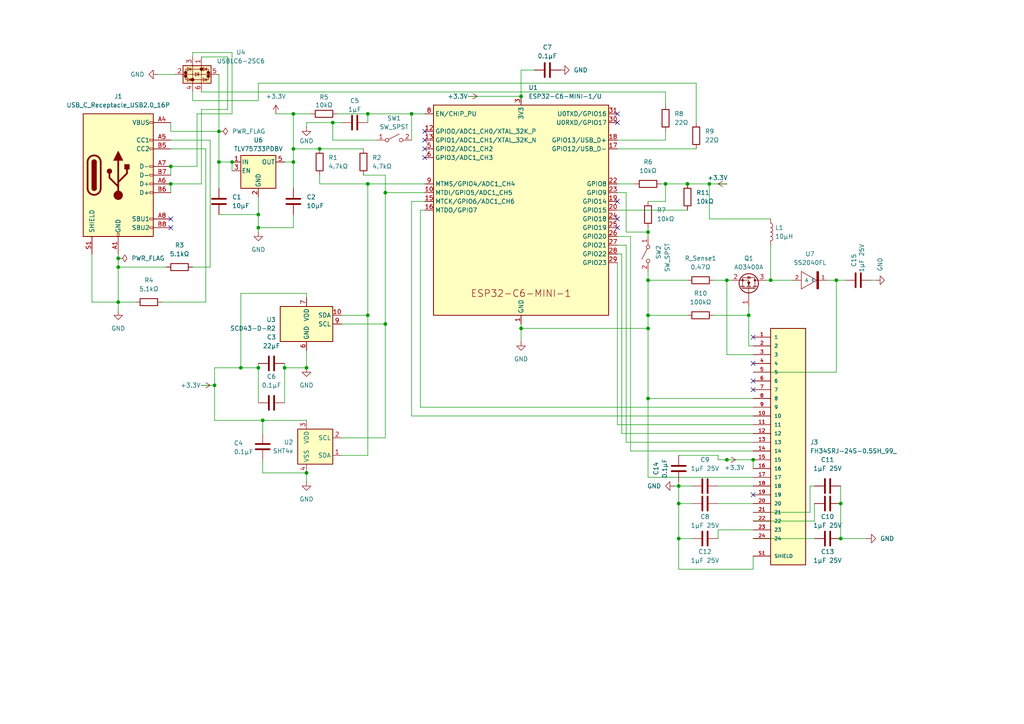
<source format=kicad_sch>
(kicad_sch
	(version 20250114)
	(generator "eeschema")
	(generator_version "9.0")
	(uuid "ae202347-1400-4ead-a05d-ad8d4f060a4d")
	(paper "A4")
	(lib_symbols
		(symbol "Connector:USB_C_Receptacle_USB2.0_16P"
			(pin_names
				(offset 1.016)
			)
			(exclude_from_sim no)
			(in_bom yes)
			(on_board yes)
			(property "Reference" "J"
				(at 0 22.225 0)
				(effects
					(font
						(size 1.27 1.27)
					)
				)
			)
			(property "Value" "USB_C_Receptacle_USB2.0_16P"
				(at 0 19.685 0)
				(effects
					(font
						(size 1.27 1.27)
					)
				)
			)
			(property "Footprint" ""
				(at 3.81 0 0)
				(effects
					(font
						(size 1.27 1.27)
					)
					(hide yes)
				)
			)
			(property "Datasheet" "https://www.usb.org/sites/default/files/documents/usb_type-c.zip"
				(at 3.81 0 0)
				(effects
					(font
						(size 1.27 1.27)
					)
					(hide yes)
				)
			)
			(property "Description" "USB 2.0-only 16P Type-C Receptacle connector"
				(at 0 0 0)
				(effects
					(font
						(size 1.27 1.27)
					)
					(hide yes)
				)
			)
			(property "ki_keywords" "usb universal serial bus type-C USB2.0"
				(at 0 0 0)
				(effects
					(font
						(size 1.27 1.27)
					)
					(hide yes)
				)
			)
			(property "ki_fp_filters" "USB*C*Receptacle*"
				(at 0 0 0)
				(effects
					(font
						(size 1.27 1.27)
					)
					(hide yes)
				)
			)
			(symbol "USB_C_Receptacle_USB2.0_16P_0_0"
				(rectangle
					(start -0.254 -17.78)
					(end 0.254 -16.764)
					(stroke
						(width 0)
						(type default)
					)
					(fill
						(type none)
					)
				)
				(rectangle
					(start 10.16 15.494)
					(end 9.144 14.986)
					(stroke
						(width 0)
						(type default)
					)
					(fill
						(type none)
					)
				)
				(rectangle
					(start 10.16 10.414)
					(end 9.144 9.906)
					(stroke
						(width 0)
						(type default)
					)
					(fill
						(type none)
					)
				)
				(rectangle
					(start 10.16 7.874)
					(end 9.144 7.366)
					(stroke
						(width 0)
						(type default)
					)
					(fill
						(type none)
					)
				)
				(rectangle
					(start 10.16 2.794)
					(end 9.144 2.286)
					(stroke
						(width 0)
						(type default)
					)
					(fill
						(type none)
					)
				)
				(rectangle
					(start 10.16 0.254)
					(end 9.144 -0.254)
					(stroke
						(width 0)
						(type default)
					)
					(fill
						(type none)
					)
				)
				(rectangle
					(start 10.16 -2.286)
					(end 9.144 -2.794)
					(stroke
						(width 0)
						(type default)
					)
					(fill
						(type none)
					)
				)
				(rectangle
					(start 10.16 -4.826)
					(end 9.144 -5.334)
					(stroke
						(width 0)
						(type default)
					)
					(fill
						(type none)
					)
				)
				(rectangle
					(start 10.16 -12.446)
					(end 9.144 -12.954)
					(stroke
						(width 0)
						(type default)
					)
					(fill
						(type none)
					)
				)
				(rectangle
					(start 10.16 -14.986)
					(end 9.144 -15.494)
					(stroke
						(width 0)
						(type default)
					)
					(fill
						(type none)
					)
				)
			)
			(symbol "USB_C_Receptacle_USB2.0_16P_0_1"
				(rectangle
					(start -10.16 17.78)
					(end 10.16 -17.78)
					(stroke
						(width 0.254)
						(type default)
					)
					(fill
						(type background)
					)
				)
				(polyline
					(pts
						(xy -8.89 -3.81) (xy -8.89 3.81)
					)
					(stroke
						(width 0.508)
						(type default)
					)
					(fill
						(type none)
					)
				)
				(rectangle
					(start -7.62 -3.81)
					(end -6.35 3.81)
					(stroke
						(width 0.254)
						(type default)
					)
					(fill
						(type outline)
					)
				)
				(arc
					(start -7.62 3.81)
					(mid -6.985 4.4423)
					(end -6.35 3.81)
					(stroke
						(width 0.254)
						(type default)
					)
					(fill
						(type none)
					)
				)
				(arc
					(start -7.62 3.81)
					(mid -6.985 4.4423)
					(end -6.35 3.81)
					(stroke
						(width 0.254)
						(type default)
					)
					(fill
						(type outline)
					)
				)
				(arc
					(start -8.89 3.81)
					(mid -6.985 5.7067)
					(end -5.08 3.81)
					(stroke
						(width 0.508)
						(type default)
					)
					(fill
						(type none)
					)
				)
				(arc
					(start -5.08 -3.81)
					(mid -6.985 -5.7067)
					(end -8.89 -3.81)
					(stroke
						(width 0.508)
						(type default)
					)
					(fill
						(type none)
					)
				)
				(arc
					(start -6.35 -3.81)
					(mid -6.985 -4.4423)
					(end -7.62 -3.81)
					(stroke
						(width 0.254)
						(type default)
					)
					(fill
						(type none)
					)
				)
				(arc
					(start -6.35 -3.81)
					(mid -6.985 -4.4423)
					(end -7.62 -3.81)
					(stroke
						(width 0.254)
						(type default)
					)
					(fill
						(type outline)
					)
				)
				(polyline
					(pts
						(xy -5.08 3.81) (xy -5.08 -3.81)
					)
					(stroke
						(width 0.508)
						(type default)
					)
					(fill
						(type none)
					)
				)
				(circle
					(center -2.54 1.143)
					(radius 0.635)
					(stroke
						(width 0.254)
						(type default)
					)
					(fill
						(type outline)
					)
				)
				(polyline
					(pts
						(xy -1.27 4.318) (xy 0 6.858) (xy 1.27 4.318) (xy -1.27 4.318)
					)
					(stroke
						(width 0.254)
						(type default)
					)
					(fill
						(type outline)
					)
				)
				(polyline
					(pts
						(xy 0 -2.032) (xy 2.54 0.508) (xy 2.54 1.778)
					)
					(stroke
						(width 0.508)
						(type default)
					)
					(fill
						(type none)
					)
				)
				(polyline
					(pts
						(xy 0 -3.302) (xy -2.54 -0.762) (xy -2.54 0.508)
					)
					(stroke
						(width 0.508)
						(type default)
					)
					(fill
						(type none)
					)
				)
				(polyline
					(pts
						(xy 0 -5.842) (xy 0 4.318)
					)
					(stroke
						(width 0.508)
						(type default)
					)
					(fill
						(type none)
					)
				)
				(circle
					(center 0 -5.842)
					(radius 1.27)
					(stroke
						(width 0)
						(type default)
					)
					(fill
						(type outline)
					)
				)
				(rectangle
					(start 1.905 1.778)
					(end 3.175 3.048)
					(stroke
						(width 0.254)
						(type default)
					)
					(fill
						(type outline)
					)
				)
			)
			(symbol "USB_C_Receptacle_USB2.0_16P_1_1"
				(pin passive line
					(at -7.62 -22.86 90)
					(length 5.08)
					(name "SHIELD"
						(effects
							(font
								(size 1.27 1.27)
							)
						)
					)
					(number "S1"
						(effects
							(font
								(size 1.27 1.27)
							)
						)
					)
				)
				(pin passive line
					(at 0 -22.86 90)
					(length 5.08)
					(name "GND"
						(effects
							(font
								(size 1.27 1.27)
							)
						)
					)
					(number "A1"
						(effects
							(font
								(size 1.27 1.27)
							)
						)
					)
				)
				(pin passive line
					(at 0 -22.86 90)
					(length 5.08)
					(hide yes)
					(name "GND"
						(effects
							(font
								(size 1.27 1.27)
							)
						)
					)
					(number "A12"
						(effects
							(font
								(size 1.27 1.27)
							)
						)
					)
				)
				(pin passive line
					(at 0 -22.86 90)
					(length 5.08)
					(hide yes)
					(name "GND"
						(effects
							(font
								(size 1.27 1.27)
							)
						)
					)
					(number "B1"
						(effects
							(font
								(size 1.27 1.27)
							)
						)
					)
				)
				(pin passive line
					(at 0 -22.86 90)
					(length 5.08)
					(hide yes)
					(name "GND"
						(effects
							(font
								(size 1.27 1.27)
							)
						)
					)
					(number "B12"
						(effects
							(font
								(size 1.27 1.27)
							)
						)
					)
				)
				(pin passive line
					(at 15.24 15.24 180)
					(length 5.08)
					(name "VBUS"
						(effects
							(font
								(size 1.27 1.27)
							)
						)
					)
					(number "A4"
						(effects
							(font
								(size 1.27 1.27)
							)
						)
					)
				)
				(pin passive line
					(at 15.24 15.24 180)
					(length 5.08)
					(hide yes)
					(name "VBUS"
						(effects
							(font
								(size 1.27 1.27)
							)
						)
					)
					(number "A9"
						(effects
							(font
								(size 1.27 1.27)
							)
						)
					)
				)
				(pin passive line
					(at 15.24 15.24 180)
					(length 5.08)
					(hide yes)
					(name "VBUS"
						(effects
							(font
								(size 1.27 1.27)
							)
						)
					)
					(number "B4"
						(effects
							(font
								(size 1.27 1.27)
							)
						)
					)
				)
				(pin passive line
					(at 15.24 15.24 180)
					(length 5.08)
					(hide yes)
					(name "VBUS"
						(effects
							(font
								(size 1.27 1.27)
							)
						)
					)
					(number "B9"
						(effects
							(font
								(size 1.27 1.27)
							)
						)
					)
				)
				(pin bidirectional line
					(at 15.24 10.16 180)
					(length 5.08)
					(name "CC1"
						(effects
							(font
								(size 1.27 1.27)
							)
						)
					)
					(number "A5"
						(effects
							(font
								(size 1.27 1.27)
							)
						)
					)
				)
				(pin bidirectional line
					(at 15.24 7.62 180)
					(length 5.08)
					(name "CC2"
						(effects
							(font
								(size 1.27 1.27)
							)
						)
					)
					(number "B5"
						(effects
							(font
								(size 1.27 1.27)
							)
						)
					)
				)
				(pin bidirectional line
					(at 15.24 2.54 180)
					(length 5.08)
					(name "D-"
						(effects
							(font
								(size 1.27 1.27)
							)
						)
					)
					(number "A7"
						(effects
							(font
								(size 1.27 1.27)
							)
						)
					)
				)
				(pin bidirectional line
					(at 15.24 0 180)
					(length 5.08)
					(name "D-"
						(effects
							(font
								(size 1.27 1.27)
							)
						)
					)
					(number "B7"
						(effects
							(font
								(size 1.27 1.27)
							)
						)
					)
				)
				(pin bidirectional line
					(at 15.24 -2.54 180)
					(length 5.08)
					(name "D+"
						(effects
							(font
								(size 1.27 1.27)
							)
						)
					)
					(number "A6"
						(effects
							(font
								(size 1.27 1.27)
							)
						)
					)
				)
				(pin bidirectional line
					(at 15.24 -5.08 180)
					(length 5.08)
					(name "D+"
						(effects
							(font
								(size 1.27 1.27)
							)
						)
					)
					(number "B6"
						(effects
							(font
								(size 1.27 1.27)
							)
						)
					)
				)
				(pin bidirectional line
					(at 15.24 -12.7 180)
					(length 5.08)
					(name "SBU1"
						(effects
							(font
								(size 1.27 1.27)
							)
						)
					)
					(number "A8"
						(effects
							(font
								(size 1.27 1.27)
							)
						)
					)
				)
				(pin bidirectional line
					(at 15.24 -15.24 180)
					(length 5.08)
					(name "SBU2"
						(effects
							(font
								(size 1.27 1.27)
							)
						)
					)
					(number "B8"
						(effects
							(font
								(size 1.27 1.27)
							)
						)
					)
				)
			)
			(embedded_fonts no)
		)
		(symbol "Device:C"
			(pin_numbers
				(hide yes)
			)
			(pin_names
				(offset 0.254)
			)
			(exclude_from_sim no)
			(in_bom yes)
			(on_board yes)
			(property "Reference" "C"
				(at 0.635 2.54 0)
				(effects
					(font
						(size 1.27 1.27)
					)
					(justify left)
				)
			)
			(property "Value" "C"
				(at 0.635 -2.54 0)
				(effects
					(font
						(size 1.27 1.27)
					)
					(justify left)
				)
			)
			(property "Footprint" ""
				(at 0.9652 -3.81 0)
				(effects
					(font
						(size 1.27 1.27)
					)
					(hide yes)
				)
			)
			(property "Datasheet" "~"
				(at 0 0 0)
				(effects
					(font
						(size 1.27 1.27)
					)
					(hide yes)
				)
			)
			(property "Description" "Unpolarized capacitor"
				(at 0 0 0)
				(effects
					(font
						(size 1.27 1.27)
					)
					(hide yes)
				)
			)
			(property "ki_keywords" "cap capacitor"
				(at 0 0 0)
				(effects
					(font
						(size 1.27 1.27)
					)
					(hide yes)
				)
			)
			(property "ki_fp_filters" "C_*"
				(at 0 0 0)
				(effects
					(font
						(size 1.27 1.27)
					)
					(hide yes)
				)
			)
			(symbol "C_0_1"
				(polyline
					(pts
						(xy -2.032 0.762) (xy 2.032 0.762)
					)
					(stroke
						(width 0.508)
						(type default)
					)
					(fill
						(type none)
					)
				)
				(polyline
					(pts
						(xy -2.032 -0.762) (xy 2.032 -0.762)
					)
					(stroke
						(width 0.508)
						(type default)
					)
					(fill
						(type none)
					)
				)
			)
			(symbol "C_1_1"
				(pin passive line
					(at 0 3.81 270)
					(length 2.794)
					(name "~"
						(effects
							(font
								(size 1.27 1.27)
							)
						)
					)
					(number "1"
						(effects
							(font
								(size 1.27 1.27)
							)
						)
					)
				)
				(pin passive line
					(at 0 -3.81 90)
					(length 2.794)
					(name "~"
						(effects
							(font
								(size 1.27 1.27)
							)
						)
					)
					(number "2"
						(effects
							(font
								(size 1.27 1.27)
							)
						)
					)
				)
			)
			(embedded_fonts no)
		)
		(symbol "Device:L"
			(pin_numbers
				(hide yes)
			)
			(pin_names
				(offset 1.016)
				(hide yes)
			)
			(exclude_from_sim no)
			(in_bom yes)
			(on_board yes)
			(property "Reference" "L"
				(at -1.27 0 90)
				(effects
					(font
						(size 1.27 1.27)
					)
				)
			)
			(property "Value" "L"
				(at 1.905 0 90)
				(effects
					(font
						(size 1.27 1.27)
					)
				)
			)
			(property "Footprint" ""
				(at 0 0 0)
				(effects
					(font
						(size 1.27 1.27)
					)
					(hide yes)
				)
			)
			(property "Datasheet" "~"
				(at 0 0 0)
				(effects
					(font
						(size 1.27 1.27)
					)
					(hide yes)
				)
			)
			(property "Description" "Inductor"
				(at 0 0 0)
				(effects
					(font
						(size 1.27 1.27)
					)
					(hide yes)
				)
			)
			(property "ki_keywords" "inductor choke coil reactor magnetic"
				(at 0 0 0)
				(effects
					(font
						(size 1.27 1.27)
					)
					(hide yes)
				)
			)
			(property "ki_fp_filters" "Choke_* *Coil* Inductor_* L_*"
				(at 0 0 0)
				(effects
					(font
						(size 1.27 1.27)
					)
					(hide yes)
				)
			)
			(symbol "L_0_1"
				(arc
					(start 0 2.54)
					(mid 0.6323 1.905)
					(end 0 1.27)
					(stroke
						(width 0)
						(type default)
					)
					(fill
						(type none)
					)
				)
				(arc
					(start 0 1.27)
					(mid 0.6323 0.635)
					(end 0 0)
					(stroke
						(width 0)
						(type default)
					)
					(fill
						(type none)
					)
				)
				(arc
					(start 0 0)
					(mid 0.6323 -0.635)
					(end 0 -1.27)
					(stroke
						(width 0)
						(type default)
					)
					(fill
						(type none)
					)
				)
				(arc
					(start 0 -1.27)
					(mid 0.6323 -1.905)
					(end 0 -2.54)
					(stroke
						(width 0)
						(type default)
					)
					(fill
						(type none)
					)
				)
			)
			(symbol "L_1_1"
				(pin passive line
					(at 0 3.81 270)
					(length 1.27)
					(name "1"
						(effects
							(font
								(size 1.27 1.27)
							)
						)
					)
					(number "1"
						(effects
							(font
								(size 1.27 1.27)
							)
						)
					)
				)
				(pin passive line
					(at 0 -3.81 90)
					(length 1.27)
					(name "2"
						(effects
							(font
								(size 1.27 1.27)
							)
						)
					)
					(number "2"
						(effects
							(font
								(size 1.27 1.27)
							)
						)
					)
				)
			)
			(embedded_fonts no)
		)
		(symbol "Device:R"
			(pin_numbers
				(hide yes)
			)
			(pin_names
				(offset 0)
			)
			(exclude_from_sim no)
			(in_bom yes)
			(on_board yes)
			(property "Reference" "R"
				(at 2.032 0 90)
				(effects
					(font
						(size 1.27 1.27)
					)
				)
			)
			(property "Value" "R"
				(at 0 0 90)
				(effects
					(font
						(size 1.27 1.27)
					)
				)
			)
			(property "Footprint" ""
				(at -1.778 0 90)
				(effects
					(font
						(size 1.27 1.27)
					)
					(hide yes)
				)
			)
			(property "Datasheet" "~"
				(at 0 0 0)
				(effects
					(font
						(size 1.27 1.27)
					)
					(hide yes)
				)
			)
			(property "Description" "Resistor"
				(at 0 0 0)
				(effects
					(font
						(size 1.27 1.27)
					)
					(hide yes)
				)
			)
			(property "ki_keywords" "R res resistor"
				(at 0 0 0)
				(effects
					(font
						(size 1.27 1.27)
					)
					(hide yes)
				)
			)
			(property "ki_fp_filters" "R_*"
				(at 0 0 0)
				(effects
					(font
						(size 1.27 1.27)
					)
					(hide yes)
				)
			)
			(symbol "R_0_1"
				(rectangle
					(start -1.016 -2.54)
					(end 1.016 2.54)
					(stroke
						(width 0.254)
						(type default)
					)
					(fill
						(type none)
					)
				)
			)
			(symbol "R_1_1"
				(pin passive line
					(at 0 3.81 270)
					(length 1.27)
					(name "~"
						(effects
							(font
								(size 1.27 1.27)
							)
						)
					)
					(number "1"
						(effects
							(font
								(size 1.27 1.27)
							)
						)
					)
				)
				(pin passive line
					(at 0 -3.81 90)
					(length 1.27)
					(name "~"
						(effects
							(font
								(size 1.27 1.27)
							)
						)
					)
					(number "2"
						(effects
							(font
								(size 1.27 1.27)
							)
						)
					)
				)
			)
			(embedded_fonts no)
		)
		(symbol "FH34SRJ-24S-0.5SH_99_:FH34SRJ-24S-0.5SH_99_"
			(pin_names
				(offset 1.016)
			)
			(exclude_from_sim no)
			(in_bom yes)
			(on_board yes)
			(property "Reference" "J"
				(at -5.08 33.528 0)
				(effects
					(font
						(size 1.27 1.27)
					)
					(justify left bottom)
				)
			)
			(property "Value" "FH34SRJ-24S-0.5SH_99_"
				(at -5.08 -38.1 0)
				(effects
					(font
						(size 1.27 1.27)
					)
					(justify left bottom)
				)
			)
			(property "Footprint" "FH34SRJ-24S-0.5SH_99_:HRS_FH34SRJ-24S-0.5SH_99_"
				(at 0 0 0)
				(effects
					(font
						(size 1.27 1.27)
					)
					(justify bottom)
					(hide yes)
				)
			)
			(property "Datasheet" ""
				(at 0 0 0)
				(effects
					(font
						(size 1.27 1.27)
					)
					(hide yes)
				)
			)
			(property "Description" ""
				(at 0 0 0)
				(effects
					(font
						(size 1.27 1.27)
					)
					(hide yes)
				)
			)
			(property "DigiKey_Part_Number" "H124725CT-ND"
				(at 0 0 0)
				(effects
					(font
						(size 1.27 1.27)
					)
					(justify bottom)
					(hide yes)
				)
			)
			(property "SnapEDA_Link" "https://www.snapeda.com/parts/FH34SRJ-24S-0.5SH(99)/Hirose/view-part/?ref=snap"
				(at 0 0 0)
				(effects
					(font
						(size 1.27 1.27)
					)
					(justify bottom)
					(hide yes)
				)
			)
			(property "MAXIMUM_PACKAGE_HEIGHT" "1.75mm"
				(at 0 0 0)
				(effects
					(font
						(size 1.27 1.27)
					)
					(justify bottom)
					(hide yes)
				)
			)
			(property "Package" "None"
				(at 0 0 0)
				(effects
					(font
						(size 1.27 1.27)
					)
					(justify bottom)
					(hide yes)
				)
			)
			(property "Check_prices" "https://www.snapeda.com/parts/FH34SRJ-24S-0.5SH(99)/Hirose/view-part/?ref=eda"
				(at 0 0 0)
				(effects
					(font
						(size 1.27 1.27)
					)
					(justify bottom)
					(hide yes)
				)
			)
			(property "STANDARD" "Manufacturer Recommendations"
				(at 0 0 0)
				(effects
					(font
						(size 1.27 1.27)
					)
					(justify bottom)
					(hide yes)
				)
			)
			(property "PARTREV" "NA"
				(at 0 0 0)
				(effects
					(font
						(size 1.27 1.27)
					)
					(justify bottom)
					(hide yes)
				)
			)
			(property "MF" "Hirose Connector"
				(at 0 0 0)
				(effects
					(font
						(size 1.27 1.27)
					)
					(justify bottom)
					(hide yes)
				)
			)
			(property "MP" "FH34SRJ-24S-0.5SH(99)"
				(at 0 0 0)
				(effects
					(font
						(size 1.27 1.27)
					)
					(justify bottom)
					(hide yes)
				)
			)
			(property "Description_1" "24 Position FFC, FPC Connector Contacts, Top and Bottom 0.020 (0.50mm) Surface Mount, Right Angle"
				(at 0 0 0)
				(effects
					(font
						(size 1.27 1.27)
					)
					(justify bottom)
					(hide yes)
				)
			)
			(property "MANUFACTURER" "HIROSE ELECTRIC"
				(at 0 0 0)
				(effects
					(font
						(size 1.27 1.27)
					)
					(justify bottom)
					(hide yes)
				)
			)
			(symbol "FH34SRJ-24S-0.5SH_99__0_0"
				(rectangle
					(start -5.08 -35.56)
					(end 5.08 33.02)
					(stroke
						(width 0.254)
						(type default)
					)
					(fill
						(type background)
					)
				)
				(pin passive line
					(at -10.16 30.48 0)
					(length 5.08)
					(name "1"
						(effects
							(font
								(size 1.016 1.016)
							)
						)
					)
					(number "1"
						(effects
							(font
								(size 1.016 1.016)
							)
						)
					)
				)
				(pin passive line
					(at -10.16 27.94 0)
					(length 5.08)
					(name "2"
						(effects
							(font
								(size 1.016 1.016)
							)
						)
					)
					(number "2"
						(effects
							(font
								(size 1.016 1.016)
							)
						)
					)
				)
				(pin passive line
					(at -10.16 25.4 0)
					(length 5.08)
					(name "3"
						(effects
							(font
								(size 1.016 1.016)
							)
						)
					)
					(number "3"
						(effects
							(font
								(size 1.016 1.016)
							)
						)
					)
				)
				(pin passive line
					(at -10.16 22.86 0)
					(length 5.08)
					(name "4"
						(effects
							(font
								(size 1.016 1.016)
							)
						)
					)
					(number "4"
						(effects
							(font
								(size 1.016 1.016)
							)
						)
					)
				)
				(pin passive line
					(at -10.16 20.32 0)
					(length 5.08)
					(name "5"
						(effects
							(font
								(size 1.016 1.016)
							)
						)
					)
					(number "5"
						(effects
							(font
								(size 1.016 1.016)
							)
						)
					)
				)
				(pin passive line
					(at -10.16 17.78 0)
					(length 5.08)
					(name "6"
						(effects
							(font
								(size 1.016 1.016)
							)
						)
					)
					(number "6"
						(effects
							(font
								(size 1.016 1.016)
							)
						)
					)
				)
				(pin passive line
					(at -10.16 15.24 0)
					(length 5.08)
					(name "7"
						(effects
							(font
								(size 1.016 1.016)
							)
						)
					)
					(number "7"
						(effects
							(font
								(size 1.016 1.016)
							)
						)
					)
				)
				(pin passive line
					(at -10.16 12.7 0)
					(length 5.08)
					(name "8"
						(effects
							(font
								(size 1.016 1.016)
							)
						)
					)
					(number "8"
						(effects
							(font
								(size 1.016 1.016)
							)
						)
					)
				)
				(pin passive line
					(at -10.16 10.16 0)
					(length 5.08)
					(name "9"
						(effects
							(font
								(size 1.016 1.016)
							)
						)
					)
					(number "9"
						(effects
							(font
								(size 1.016 1.016)
							)
						)
					)
				)
				(pin passive line
					(at -10.16 7.62 0)
					(length 5.08)
					(name "10"
						(effects
							(font
								(size 1.016 1.016)
							)
						)
					)
					(number "10"
						(effects
							(font
								(size 1.016 1.016)
							)
						)
					)
				)
				(pin passive line
					(at -10.16 5.08 0)
					(length 5.08)
					(name "11"
						(effects
							(font
								(size 1.016 1.016)
							)
						)
					)
					(number "11"
						(effects
							(font
								(size 1.016 1.016)
							)
						)
					)
				)
				(pin passive line
					(at -10.16 2.54 0)
					(length 5.08)
					(name "12"
						(effects
							(font
								(size 1.016 1.016)
							)
						)
					)
					(number "12"
						(effects
							(font
								(size 1.016 1.016)
							)
						)
					)
				)
				(pin passive line
					(at -10.16 0 0)
					(length 5.08)
					(name "13"
						(effects
							(font
								(size 1.016 1.016)
							)
						)
					)
					(number "13"
						(effects
							(font
								(size 1.016 1.016)
							)
						)
					)
				)
				(pin passive line
					(at -10.16 -2.54 0)
					(length 5.08)
					(name "14"
						(effects
							(font
								(size 1.016 1.016)
							)
						)
					)
					(number "14"
						(effects
							(font
								(size 1.016 1.016)
							)
						)
					)
				)
				(pin passive line
					(at -10.16 -5.08 0)
					(length 5.08)
					(name "15"
						(effects
							(font
								(size 1.016 1.016)
							)
						)
					)
					(number "15"
						(effects
							(font
								(size 1.016 1.016)
							)
						)
					)
				)
				(pin passive line
					(at -10.16 -7.62 0)
					(length 5.08)
					(name "16"
						(effects
							(font
								(size 1.016 1.016)
							)
						)
					)
					(number "16"
						(effects
							(font
								(size 1.016 1.016)
							)
						)
					)
				)
				(pin passive line
					(at -10.16 -10.16 0)
					(length 5.08)
					(name "17"
						(effects
							(font
								(size 1.016 1.016)
							)
						)
					)
					(number "17"
						(effects
							(font
								(size 1.016 1.016)
							)
						)
					)
				)
				(pin passive line
					(at -10.16 -12.7 0)
					(length 5.08)
					(name "18"
						(effects
							(font
								(size 1.016 1.016)
							)
						)
					)
					(number "18"
						(effects
							(font
								(size 1.016 1.016)
							)
						)
					)
				)
				(pin passive line
					(at -10.16 -15.24 0)
					(length 5.08)
					(name "19"
						(effects
							(font
								(size 1.016 1.016)
							)
						)
					)
					(number "19"
						(effects
							(font
								(size 1.016 1.016)
							)
						)
					)
				)
				(pin passive line
					(at -10.16 -17.78 0)
					(length 5.08)
					(name "20"
						(effects
							(font
								(size 1.016 1.016)
							)
						)
					)
					(number "20"
						(effects
							(font
								(size 1.016 1.016)
							)
						)
					)
				)
				(pin passive line
					(at -10.16 -20.32 0)
					(length 5.08)
					(name "21"
						(effects
							(font
								(size 1.016 1.016)
							)
						)
					)
					(number "21"
						(effects
							(font
								(size 1.016 1.016)
							)
						)
					)
				)
				(pin passive line
					(at -10.16 -22.86 0)
					(length 5.08)
					(name "22"
						(effects
							(font
								(size 1.016 1.016)
							)
						)
					)
					(number "22"
						(effects
							(font
								(size 1.016 1.016)
							)
						)
					)
				)
				(pin passive line
					(at -10.16 -25.4 0)
					(length 5.08)
					(name "23"
						(effects
							(font
								(size 1.016 1.016)
							)
						)
					)
					(number "23"
						(effects
							(font
								(size 1.016 1.016)
							)
						)
					)
				)
				(pin passive line
					(at -10.16 -27.94 0)
					(length 5.08)
					(name "24"
						(effects
							(font
								(size 1.016 1.016)
							)
						)
					)
					(number "24"
						(effects
							(font
								(size 1.016 1.016)
							)
						)
					)
				)
				(pin passive line
					(at -10.16 -33.02 0)
					(length 5.08)
					(name "SHIELD"
						(effects
							(font
								(size 1.016 1.016)
							)
						)
					)
					(number "S1"
						(effects
							(font
								(size 1.016 1.016)
							)
						)
					)
				)
				(pin passive line
					(at -10.16 -33.02 0)
					(length 5.08)
					(hide yes)
					(name "SHIELD"
						(effects
							(font
								(size 1.016 1.016)
							)
						)
					)
					(number "S2"
						(effects
							(font
								(size 1.016 1.016)
							)
						)
					)
				)
			)
			(embedded_fonts no)
		)
		(symbol "PCM_Espressif:ESP32-C6-MINI-1/U"
			(exclude_from_sim no)
			(in_bom yes)
			(on_board yes)
			(property "Reference" "U"
				(at -25.4 35.56 0)
				(effects
					(font
						(size 1.27 1.27)
					)
					(justify left)
				)
			)
			(property "Value" "ESP32-C6-MINI-1/U"
				(at -25.4 33.02 0)
				(effects
					(font
						(size 1.27 1.27)
					)
					(justify left)
				)
			)
			(property "Footprint" "PCM_Espressif:ESP32-C6-MINI-1"
				(at 0 -45.085 0)
				(effects
					(font
						(size 1.27 1.27)
					)
					(hide yes)
				)
			)
			(property "Datasheet" "https://www.espressif.com/sites/default/files/documentation/esp32-c6-mini-1_datasheet_en.pdf"
				(at 0 -48.26 0)
				(effects
					(font
						(size 1.27 1.27)
					)
					(hide yes)
				)
			)
			(property "Description" "ESP32-C6-MINI-1 is a module that supports 2.4 GHz Wi-Fi 6 (802.11 ax), Bluetooth® 5 (LE), Zigbee and Thread (802.15.4)"
				(at 0 0 0)
				(effects
					(font
						(size 1.27 1.27)
					)
					(hide yes)
				)
			)
			(property "ki_keywords" "esp32-c6 esp32-c6-mini-1 esp32-c6-mini-1u"
				(at 0 0 0)
				(effects
					(font
						(size 1.27 1.27)
					)
					(hide yes)
				)
			)
			(symbol "ESP32-C6-MINI-1/U_0_0"
				(text "ESP32-C6-MINI-1"
					(at 0 -24.13 0)
					(effects
						(font
							(size 2 2)
						)
					)
				)
			)
			(symbol "ESP32-C6-MINI-1/U_0_1"
				(rectangle
					(start -25.4 30.48)
					(end 25.4 -30.48)
					(stroke
						(width 0.254)
						(type default)
					)
					(fill
						(type background)
					)
				)
			)
			(symbol "ESP32-C6-MINI-1/U_1_1"
				(pin input line
					(at -27.94 27.94 0)
					(length 2.54)
					(name "EN/CHIP_PU"
						(effects
							(font
								(size 1.27 1.27)
							)
						)
					)
					(number "8"
						(effects
							(font
								(size 1.27 1.27)
							)
						)
					)
				)
				(pin bidirectional line
					(at -27.94 22.86 0)
					(length 2.54)
					(name "GPIO0/ADC1_CH0/XTAL_32K_P"
						(effects
							(font
								(size 1.27 1.27)
							)
						)
					)
					(number "12"
						(effects
							(font
								(size 1.27 1.27)
							)
						)
					)
				)
				(pin bidirectional line
					(at -27.94 20.32 0)
					(length 2.54)
					(name "GPIO1/ADC1_CH1/XTAL_32K_N"
						(effects
							(font
								(size 1.27 1.27)
							)
						)
					)
					(number "13"
						(effects
							(font
								(size 1.27 1.27)
							)
						)
					)
				)
				(pin bidirectional line
					(at -27.94 17.78 0)
					(length 2.54)
					(name "GPIO2/ADC1_CH2"
						(effects
							(font
								(size 1.27 1.27)
							)
						)
					)
					(number "5"
						(effects
							(font
								(size 1.27 1.27)
							)
						)
					)
				)
				(pin bidirectional line
					(at -27.94 15.24 0)
					(length 2.54)
					(name "GPIO3/ADC1_CH3"
						(effects
							(font
								(size 1.27 1.27)
							)
						)
					)
					(number "6"
						(effects
							(font
								(size 1.27 1.27)
							)
						)
					)
				)
				(pin bidirectional line
					(at -27.94 7.62 0)
					(length 2.54)
					(name "MTMS/GPIO4/ADC1_CH4"
						(effects
							(font
								(size 1.27 1.27)
							)
						)
					)
					(number "9"
						(effects
							(font
								(size 1.27 1.27)
							)
						)
					)
				)
				(pin bidirectional line
					(at -27.94 5.08 0)
					(length 2.54)
					(name "MTDI/GPIO5/ADC1_CH5"
						(effects
							(font
								(size 1.27 1.27)
							)
						)
					)
					(number "10"
						(effects
							(font
								(size 1.27 1.27)
							)
						)
					)
				)
				(pin bidirectional line
					(at -27.94 2.54 0)
					(length 2.54)
					(name "MTCK/GPIO6/ADC1_CH6"
						(effects
							(font
								(size 1.27 1.27)
							)
						)
					)
					(number "15"
						(effects
							(font
								(size 1.27 1.27)
							)
						)
					)
				)
				(pin bidirectional line
					(at -27.94 0 0)
					(length 2.54)
					(name "MTDO/GPIO7"
						(effects
							(font
								(size 1.27 1.27)
							)
						)
					)
					(number "16"
						(effects
							(font
								(size 1.27 1.27)
							)
						)
					)
				)
				(pin no_connect line
					(at -25.4 -5.08 0)
					(length 2.54)
					(hide yes)
					(name "NC"
						(effects
							(font
								(size 1.27 1.27)
							)
						)
					)
					(number "4"
						(effects
							(font
								(size 1.27 1.27)
							)
						)
					)
				)
				(pin no_connect line
					(at -25.4 -7.62 0)
					(length 2.54)
					(hide yes)
					(name "NC"
						(effects
							(font
								(size 1.27 1.27)
							)
						)
					)
					(number "7"
						(effects
							(font
								(size 1.27 1.27)
							)
						)
					)
				)
				(pin no_connect line
					(at -25.4 -10.16 0)
					(length 2.54)
					(hide yes)
					(name "NC"
						(effects
							(font
								(size 1.27 1.27)
							)
						)
					)
					(number "21"
						(effects
							(font
								(size 1.27 1.27)
							)
						)
					)
				)
				(pin no_connect line
					(at -25.4 -12.7 0)
					(length 2.54)
					(hide yes)
					(name "NC"
						(effects
							(font
								(size 1.27 1.27)
							)
						)
					)
					(number "32"
						(effects
							(font
								(size 1.27 1.27)
							)
						)
					)
				)
				(pin no_connect line
					(at -25.4 -15.24 0)
					(length 2.54)
					(hide yes)
					(name "NC"
						(effects
							(font
								(size 1.27 1.27)
							)
						)
					)
					(number "33"
						(effects
							(font
								(size 1.27 1.27)
							)
						)
					)
				)
				(pin no_connect line
					(at -25.4 -17.78 0)
					(length 2.54)
					(hide yes)
					(name "NC"
						(effects
							(font
								(size 1.27 1.27)
							)
						)
					)
					(number "34"
						(effects
							(font
								(size 1.27 1.27)
							)
						)
					)
				)
				(pin no_connect line
					(at -25.4 -20.32 0)
					(length 2.54)
					(hide yes)
					(name "NC"
						(effects
							(font
								(size 1.27 1.27)
							)
						)
					)
					(number "35"
						(effects
							(font
								(size 1.27 1.27)
							)
						)
					)
				)
				(pin power_in line
					(at 0 33.02 270)
					(length 2.54)
					(name "3V3"
						(effects
							(font
								(size 1.27 1.27)
							)
						)
					)
					(number "3"
						(effects
							(font
								(size 1.27 1.27)
							)
						)
					)
				)
				(pin power_in line
					(at 0 -33.02 90)
					(length 2.54)
					(name "GND"
						(effects
							(font
								(size 1.27 1.27)
							)
						)
					)
					(number "1"
						(effects
							(font
								(size 1.27 1.27)
							)
						)
					)
				)
				(pin passive line
					(at 0 -33.02 90)
					(length 2.54)
					(hide yes)
					(name "GND"
						(effects
							(font
								(size 1.27 1.27)
							)
						)
					)
					(number "11"
						(effects
							(font
								(size 1.27 1.27)
							)
						)
					)
				)
				(pin passive line
					(at 0 -33.02 90)
					(length 2.54)
					(hide yes)
					(name "GND"
						(effects
							(font
								(size 1.27 1.27)
							)
						)
					)
					(number "14"
						(effects
							(font
								(size 1.27 1.27)
							)
						)
					)
				)
				(pin passive line
					(at 0 -33.02 90)
					(length 2.54)
					(hide yes)
					(name "GND"
						(effects
							(font
								(size 1.27 1.27)
							)
						)
					)
					(number "2"
						(effects
							(font
								(size 1.27 1.27)
							)
						)
					)
				)
				(pin passive line
					(at 0 -33.02 90)
					(length 2.54)
					(hide yes)
					(name "GND"
						(effects
							(font
								(size 1.27 1.27)
							)
						)
					)
					(number "36"
						(effects
							(font
								(size 1.27 1.27)
							)
						)
					)
				)
				(pin passive line
					(at 0 -33.02 90)
					(length 2.54)
					(hide yes)
					(name "GND"
						(effects
							(font
								(size 1.27 1.27)
							)
						)
					)
					(number "37"
						(effects
							(font
								(size 1.27 1.27)
							)
						)
					)
				)
				(pin passive line
					(at 0 -33.02 90)
					(length 2.54)
					(hide yes)
					(name "GND"
						(effects
							(font
								(size 1.27 1.27)
							)
						)
					)
					(number "38"
						(effects
							(font
								(size 1.27 1.27)
							)
						)
					)
				)
				(pin passive line
					(at 0 -33.02 90)
					(length 2.54)
					(hide yes)
					(name "GND"
						(effects
							(font
								(size 1.27 1.27)
							)
						)
					)
					(number "39"
						(effects
							(font
								(size 1.27 1.27)
							)
						)
					)
				)
				(pin passive line
					(at 0 -33.02 90)
					(length 2.54)
					(hide yes)
					(name "GND"
						(effects
							(font
								(size 1.27 1.27)
							)
						)
					)
					(number "40"
						(effects
							(font
								(size 1.27 1.27)
							)
						)
					)
				)
				(pin passive line
					(at 0 -33.02 90)
					(length 2.54)
					(hide yes)
					(name "GND"
						(effects
							(font
								(size 1.27 1.27)
							)
						)
					)
					(number "41"
						(effects
							(font
								(size 1.27 1.27)
							)
						)
					)
				)
				(pin passive line
					(at 0 -33.02 90)
					(length 2.54)
					(hide yes)
					(name "GND"
						(effects
							(font
								(size 1.27 1.27)
							)
						)
					)
					(number "42"
						(effects
							(font
								(size 1.27 1.27)
							)
						)
					)
				)
				(pin passive line
					(at 0 -33.02 90)
					(length 2.54)
					(hide yes)
					(name "GND"
						(effects
							(font
								(size 1.27 1.27)
							)
						)
					)
					(number "43"
						(effects
							(font
								(size 1.27 1.27)
							)
						)
					)
				)
				(pin passive line
					(at 0 -33.02 90)
					(length 2.54)
					(hide yes)
					(name "GND"
						(effects
							(font
								(size 1.27 1.27)
							)
						)
					)
					(number "44"
						(effects
							(font
								(size 1.27 1.27)
							)
						)
					)
				)
				(pin passive line
					(at 0 -33.02 90)
					(length 2.54)
					(hide yes)
					(name "GND"
						(effects
							(font
								(size 1.27 1.27)
							)
						)
					)
					(number "45"
						(effects
							(font
								(size 1.27 1.27)
							)
						)
					)
				)
				(pin passive line
					(at 0 -33.02 90)
					(length 2.54)
					(hide yes)
					(name "GND"
						(effects
							(font
								(size 1.27 1.27)
							)
						)
					)
					(number "46"
						(effects
							(font
								(size 1.27 1.27)
							)
						)
					)
				)
				(pin passive line
					(at 0 -33.02 90)
					(length 2.54)
					(hide yes)
					(name "GND"
						(effects
							(font
								(size 1.27 1.27)
							)
						)
					)
					(number "47"
						(effects
							(font
								(size 1.27 1.27)
							)
						)
					)
				)
				(pin passive line
					(at 0 -33.02 90)
					(length 2.54)
					(hide yes)
					(name "GND"
						(effects
							(font
								(size 1.27 1.27)
							)
						)
					)
					(number "48"
						(effects
							(font
								(size 1.27 1.27)
							)
						)
					)
				)
				(pin passive line
					(at 0 -33.02 90)
					(length 2.54)
					(hide yes)
					(name "GND"
						(effects
							(font
								(size 1.27 1.27)
							)
						)
					)
					(number "49"
						(effects
							(font
								(size 1.27 1.27)
							)
						)
					)
				)
				(pin passive line
					(at 0 -33.02 90)
					(length 2.54)
					(hide yes)
					(name "GND"
						(effects
							(font
								(size 1.27 1.27)
							)
						)
					)
					(number "50"
						(effects
							(font
								(size 1.27 1.27)
							)
						)
					)
				)
				(pin passive line
					(at 0 -33.02 90)
					(length 2.54)
					(hide yes)
					(name "GND"
						(effects
							(font
								(size 1.27 1.27)
							)
						)
					)
					(number "51"
						(effects
							(font
								(size 1.27 1.27)
							)
						)
					)
				)
				(pin passive line
					(at 0 -33.02 90)
					(length 2.54)
					(hide yes)
					(name "GND"
						(effects
							(font
								(size 1.27 1.27)
							)
						)
					)
					(number "52"
						(effects
							(font
								(size 1.27 1.27)
							)
						)
					)
				)
				(pin passive line
					(at 0 -33.02 90)
					(length 2.54)
					(hide yes)
					(name "GND"
						(effects
							(font
								(size 1.27 1.27)
							)
						)
					)
					(number "53"
						(effects
							(font
								(size 1.27 1.27)
							)
						)
					)
				)
				(pin bidirectional line
					(at 27.94 27.94 180)
					(length 2.54)
					(name "U0TXD/GPIO16"
						(effects
							(font
								(size 1.27 1.27)
							)
						)
					)
					(number "31"
						(effects
							(font
								(size 1.27 1.27)
							)
						)
					)
				)
				(pin bidirectional line
					(at 27.94 25.4 180)
					(length 2.54)
					(name "U0RXD/GPIO17"
						(effects
							(font
								(size 1.27 1.27)
							)
						)
					)
					(number "30"
						(effects
							(font
								(size 1.27 1.27)
							)
						)
					)
				)
				(pin bidirectional line
					(at 27.94 20.32 180)
					(length 2.54)
					(name "GPIO13/USB_D+"
						(effects
							(font
								(size 1.27 1.27)
							)
						)
					)
					(number "18"
						(effects
							(font
								(size 1.27 1.27)
							)
						)
					)
				)
				(pin bidirectional line
					(at 27.94 17.78 180)
					(length 2.54)
					(name "GPIO12/USB_D-"
						(effects
							(font
								(size 1.27 1.27)
							)
						)
					)
					(number "17"
						(effects
							(font
								(size 1.27 1.27)
							)
						)
					)
				)
				(pin bidirectional line
					(at 27.94 7.62 180)
					(length 2.54)
					(name "GPIO8"
						(effects
							(font
								(size 1.27 1.27)
							)
						)
					)
					(number "22"
						(effects
							(font
								(size 1.27 1.27)
							)
						)
					)
				)
				(pin bidirectional line
					(at 27.94 5.08 180)
					(length 2.54)
					(name "GPIO9"
						(effects
							(font
								(size 1.27 1.27)
							)
						)
					)
					(number "23"
						(effects
							(font
								(size 1.27 1.27)
							)
						)
					)
				)
				(pin bidirectional line
					(at 27.94 2.54 180)
					(length 2.54)
					(name "GPIO14"
						(effects
							(font
								(size 1.27 1.27)
							)
						)
					)
					(number "19"
						(effects
							(font
								(size 1.27 1.27)
							)
						)
					)
				)
				(pin bidirectional line
					(at 27.94 0 180)
					(length 2.54)
					(name "GPIO15"
						(effects
							(font
								(size 1.27 1.27)
							)
						)
					)
					(number "20"
						(effects
							(font
								(size 1.27 1.27)
							)
						)
					)
				)
				(pin bidirectional line
					(at 27.94 -2.54 180)
					(length 2.54)
					(name "GPIO18"
						(effects
							(font
								(size 1.27 1.27)
							)
						)
					)
					(number "24"
						(effects
							(font
								(size 1.27 1.27)
							)
						)
					)
				)
				(pin bidirectional line
					(at 27.94 -5.08 180)
					(length 2.54)
					(name "GPIO19"
						(effects
							(font
								(size 1.27 1.27)
							)
						)
					)
					(number "25"
						(effects
							(font
								(size 1.27 1.27)
							)
						)
					)
				)
				(pin bidirectional line
					(at 27.94 -7.62 180)
					(length 2.54)
					(name "GPIO20"
						(effects
							(font
								(size 1.27 1.27)
							)
						)
					)
					(number "26"
						(effects
							(font
								(size 1.27 1.27)
							)
						)
					)
				)
				(pin bidirectional line
					(at 27.94 -10.16 180)
					(length 2.54)
					(name "GPIO21"
						(effects
							(font
								(size 1.27 1.27)
							)
						)
					)
					(number "27"
						(effects
							(font
								(size 1.27 1.27)
							)
						)
					)
				)
				(pin bidirectional line
					(at 27.94 -12.7 180)
					(length 2.54)
					(name "GPIO22"
						(effects
							(font
								(size 1.27 1.27)
							)
						)
					)
					(number "28"
						(effects
							(font
								(size 1.27 1.27)
							)
						)
					)
				)
				(pin bidirectional line
					(at 27.94 -15.24 180)
					(length 2.54)
					(name "GPIO23"
						(effects
							(font
								(size 1.27 1.27)
							)
						)
					)
					(number "29"
						(effects
							(font
								(size 1.27 1.27)
							)
						)
					)
				)
			)
			(embedded_fonts no)
		)
		(symbol "Power_Protection:USBLC6-2SC6"
			(pin_names
				(hide yes)
			)
			(exclude_from_sim no)
			(in_bom yes)
			(on_board yes)
			(property "Reference" "U"
				(at 0.635 5.715 0)
				(effects
					(font
						(size 1.27 1.27)
					)
					(justify left)
				)
			)
			(property "Value" "USBLC6-2SC6"
				(at 0.635 3.81 0)
				(effects
					(font
						(size 1.27 1.27)
					)
					(justify left)
				)
			)
			(property "Footprint" "Package_TO_SOT_SMD:SOT-23-6"
				(at 1.27 -6.35 0)
				(effects
					(font
						(size 1.27 1.27)
						(italic yes)
					)
					(justify left)
					(hide yes)
				)
			)
			(property "Datasheet" "https://www.st.com/resource/en/datasheet/usblc6-2.pdf"
				(at 1.27 -8.255 0)
				(effects
					(font
						(size 1.27 1.27)
					)
					(justify left)
					(hide yes)
				)
			)
			(property "Description" "Very low capacitance ESD protection diode, 2 data-line, SOT-23-6"
				(at 0 0 0)
				(effects
					(font
						(size 1.27 1.27)
					)
					(hide yes)
				)
			)
			(property "ki_keywords" "usb ethernet video"
				(at 0 0 0)
				(effects
					(font
						(size 1.27 1.27)
					)
					(hide yes)
				)
			)
			(property "ki_fp_filters" "SOT?23*"
				(at 0 0 0)
				(effects
					(font
						(size 1.27 1.27)
					)
					(hide yes)
				)
			)
			(symbol "USBLC6-2SC6_0_0"
				(circle
					(center -1.524 0)
					(radius 0.0001)
					(stroke
						(width 0.508)
						(type default)
					)
					(fill
						(type none)
					)
				)
				(circle
					(center -0.508 2.032)
					(radius 0.0001)
					(stroke
						(width 0.508)
						(type default)
					)
					(fill
						(type none)
					)
				)
				(circle
					(center -0.508 -4.572)
					(radius 0.0001)
					(stroke
						(width 0.508)
						(type default)
					)
					(fill
						(type none)
					)
				)
				(circle
					(center 0.508 2.032)
					(radius 0.0001)
					(stroke
						(width 0.508)
						(type default)
					)
					(fill
						(type none)
					)
				)
				(circle
					(center 0.508 -4.572)
					(radius 0.0001)
					(stroke
						(width 0.508)
						(type default)
					)
					(fill
						(type none)
					)
				)
				(circle
					(center 1.524 -2.54)
					(radius 0.0001)
					(stroke
						(width 0.508)
						(type default)
					)
					(fill
						(type none)
					)
				)
			)
			(symbol "USBLC6-2SC6_0_1"
				(polyline
					(pts
						(xy -2.54 0) (xy 2.54 0)
					)
					(stroke
						(width 0)
						(type default)
					)
					(fill
						(type none)
					)
				)
				(polyline
					(pts
						(xy -2.54 -2.54) (xy 2.54 -2.54)
					)
					(stroke
						(width 0)
						(type default)
					)
					(fill
						(type none)
					)
				)
				(polyline
					(pts
						(xy -2.032 0.508) (xy -1.016 0.508) (xy -1.524 1.524) (xy -2.032 0.508)
					)
					(stroke
						(width 0)
						(type default)
					)
					(fill
						(type none)
					)
				)
				(polyline
					(pts
						(xy -2.032 -3.048) (xy -1.016 -3.048)
					)
					(stroke
						(width 0)
						(type default)
					)
					(fill
						(type none)
					)
				)
				(polyline
					(pts
						(xy -1.016 1.524) (xy -2.032 1.524)
					)
					(stroke
						(width 0)
						(type default)
					)
					(fill
						(type none)
					)
				)
				(polyline
					(pts
						(xy -1.016 -4.064) (xy -2.032 -4.064) (xy -1.524 -3.048) (xy -1.016 -4.064)
					)
					(stroke
						(width 0)
						(type default)
					)
					(fill
						(type none)
					)
				)
				(polyline
					(pts
						(xy -0.508 -1.143) (xy -0.508 -0.762) (xy 0.508 -0.762)
					)
					(stroke
						(width 0)
						(type default)
					)
					(fill
						(type none)
					)
				)
				(polyline
					(pts
						(xy 0 2.54) (xy -0.508 2.032) (xy 0.508 2.032) (xy 0 1.524) (xy 0 -4.064) (xy -0.508 -4.572) (xy 0.508 -4.572)
						(xy 0 -5.08)
					)
					(stroke
						(width 0)
						(type default)
					)
					(fill
						(type none)
					)
				)
				(polyline
					(pts
						(xy 0.508 -1.778) (xy -0.508 -1.778) (xy 0 -0.762) (xy 0.508 -1.778)
					)
					(stroke
						(width 0)
						(type default)
					)
					(fill
						(type none)
					)
				)
				(polyline
					(pts
						(xy 1.016 1.524) (xy 2.032 1.524)
					)
					(stroke
						(width 0)
						(type default)
					)
					(fill
						(type none)
					)
				)
				(polyline
					(pts
						(xy 1.016 -3.048) (xy 2.032 -3.048)
					)
					(stroke
						(width 0)
						(type default)
					)
					(fill
						(type none)
					)
				)
				(polyline
					(pts
						(xy 2.032 0.508) (xy 1.016 0.508) (xy 1.524 1.524) (xy 2.032 0.508)
					)
					(stroke
						(width 0)
						(type default)
					)
					(fill
						(type none)
					)
				)
				(polyline
					(pts
						(xy 2.032 -4.064) (xy 1.016 -4.064) (xy 1.524 -3.048) (xy 2.032 -4.064)
					)
					(stroke
						(width 0)
						(type default)
					)
					(fill
						(type none)
					)
				)
			)
			(symbol "USBLC6-2SC6_1_1"
				(rectangle
					(start -2.54 2.794)
					(end 2.54 -5.334)
					(stroke
						(width 0.254)
						(type default)
					)
					(fill
						(type background)
					)
				)
				(polyline
					(pts
						(xy -0.508 2.032) (xy -1.524 2.032) (xy -1.524 -4.572) (xy -0.508 -4.572)
					)
					(stroke
						(width 0)
						(type default)
					)
					(fill
						(type none)
					)
				)
				(polyline
					(pts
						(xy 0.508 -4.572) (xy 1.524 -4.572) (xy 1.524 2.032) (xy 0.508 2.032)
					)
					(stroke
						(width 0)
						(type default)
					)
					(fill
						(type none)
					)
				)
				(pin passive line
					(at -5.08 0 0)
					(length 2.54)
					(name "I/O1"
						(effects
							(font
								(size 1.27 1.27)
							)
						)
					)
					(number "1"
						(effects
							(font
								(size 1.27 1.27)
							)
						)
					)
				)
				(pin passive line
					(at -5.08 -2.54 0)
					(length 2.54)
					(name "I/O2"
						(effects
							(font
								(size 1.27 1.27)
							)
						)
					)
					(number "3"
						(effects
							(font
								(size 1.27 1.27)
							)
						)
					)
				)
				(pin passive line
					(at 0 5.08 270)
					(length 2.54)
					(name "VBUS"
						(effects
							(font
								(size 1.27 1.27)
							)
						)
					)
					(number "5"
						(effects
							(font
								(size 1.27 1.27)
							)
						)
					)
				)
				(pin passive line
					(at 0 -7.62 90)
					(length 2.54)
					(name "GND"
						(effects
							(font
								(size 1.27 1.27)
							)
						)
					)
					(number "2"
						(effects
							(font
								(size 1.27 1.27)
							)
						)
					)
				)
				(pin passive line
					(at 5.08 0 180)
					(length 2.54)
					(name "I/O1"
						(effects
							(font
								(size 1.27 1.27)
							)
						)
					)
					(number "6"
						(effects
							(font
								(size 1.27 1.27)
							)
						)
					)
				)
				(pin passive line
					(at 5.08 -2.54 180)
					(length 2.54)
					(name "I/O2"
						(effects
							(font
								(size 1.27 1.27)
							)
						)
					)
					(number "4"
						(effects
							(font
								(size 1.27 1.27)
							)
						)
					)
				)
			)
			(embedded_fonts no)
		)
		(symbol "Regulator_Linear:TLV75733PDBV"
			(pin_names
				(offset 0.254)
			)
			(exclude_from_sim no)
			(in_bom yes)
			(on_board yes)
			(property "Reference" "U"
				(at -3.81 5.715 0)
				(effects
					(font
						(size 1.27 1.27)
					)
				)
			)
			(property "Value" "TLV75733PDBV"
				(at 0 5.715 0)
				(effects
					(font
						(size 1.27 1.27)
					)
					(justify left)
				)
			)
			(property "Footprint" "Package_TO_SOT_SMD:SOT-23-5"
				(at 0 8.255 0)
				(effects
					(font
						(size 1.27 1.27)
						(italic yes)
					)
					(hide yes)
				)
			)
			(property "Datasheet" "https://www.ti.com/lit/ds/symlink/tlv757p.pdf"
				(at 0 1.27 0)
				(effects
					(font
						(size 1.27 1.27)
					)
					(hide yes)
				)
			)
			(property "Description" "1A Low IQ Small Size Low Dropout Voltage Regulator, Fixed Output 3.3V, SOT-23-5"
				(at 0 0 0)
				(effects
					(font
						(size 1.27 1.27)
					)
					(hide yes)
				)
			)
			(property "ki_keywords" "LDO Regulator Fixed Positive"
				(at 0 0 0)
				(effects
					(font
						(size 1.27 1.27)
					)
					(hide yes)
				)
			)
			(property "ki_fp_filters" "SOT?23*"
				(at 0 0 0)
				(effects
					(font
						(size 1.27 1.27)
					)
					(hide yes)
				)
			)
			(symbol "TLV75733PDBV_0_1"
				(rectangle
					(start -5.08 4.445)
					(end 5.08 -5.08)
					(stroke
						(width 0.254)
						(type default)
					)
					(fill
						(type background)
					)
				)
			)
			(symbol "TLV75733PDBV_1_1"
				(pin power_in line
					(at -7.62 2.54 0)
					(length 2.54)
					(name "IN"
						(effects
							(font
								(size 1.27 1.27)
							)
						)
					)
					(number "1"
						(effects
							(font
								(size 1.27 1.27)
							)
						)
					)
				)
				(pin input line
					(at -7.62 0 0)
					(length 2.54)
					(name "EN"
						(effects
							(font
								(size 1.27 1.27)
							)
						)
					)
					(number "3"
						(effects
							(font
								(size 1.27 1.27)
							)
						)
					)
				)
				(pin power_in line
					(at 0 -7.62 90)
					(length 2.54)
					(name "GND"
						(effects
							(font
								(size 1.27 1.27)
							)
						)
					)
					(number "2"
						(effects
							(font
								(size 1.27 1.27)
							)
						)
					)
				)
				(pin no_connect line
					(at 5.08 0 180)
					(length 2.54)
					(hide yes)
					(name "NC"
						(effects
							(font
								(size 1.27 1.27)
							)
						)
					)
					(number "4"
						(effects
							(font
								(size 1.27 1.27)
							)
						)
					)
				)
				(pin power_out line
					(at 7.62 2.54 180)
					(length 2.54)
					(name "OUT"
						(effects
							(font
								(size 1.27 1.27)
							)
						)
					)
					(number "5"
						(effects
							(font
								(size 1.27 1.27)
							)
						)
					)
				)
			)
			(embedded_fonts no)
		)
		(symbol "SS2040FL:SS2040FL"
			(pin_names
				(offset 1.016)
			)
			(exclude_from_sim no)
			(in_bom yes)
			(on_board yes)
			(property "Reference" "U"
				(at 5.0858 5.0858 0)
				(effects
					(font
						(size 1.27 1.27)
					)
					(justify right top)
				)
			)
			(property "Value" "SS2040FL"
				(at -2.5434 -5.0867 0)
				(effects
					(font
						(size 1.27 1.27)
					)
					(justify left bottom)
				)
			)
			(property "Footprint" "SS2040FL:SOD-123FL"
				(at 0 0 0)
				(effects
					(font
						(size 1.27 1.27)
					)
					(justify bottom)
					(hide yes)
				)
			)
			(property "Datasheet" ""
				(at 0 0 0)
				(effects
					(font
						(size 1.27 1.27)
					)
					(hide yes)
				)
			)
			(property "Description" ""
				(at 0 0 0)
				(effects
					(font
						(size 1.27 1.27)
					)
					(hide yes)
				)
			)
			(property "MF" "Panjit"
				(at 0 0 0)
				(effects
					(font
						(size 1.27 1.27)
					)
					(justify bottom)
					(hide yes)
				)
			)
			(property "Description_1" "Schottky Diodes & Rectifiers GP/TR/13/RoHS/10K/SOD-123FL/SKY/SOD/SSM-20AAFL/SSM20FL-QI02/PJ///"
				(at 0 0 0)
				(effects
					(font
						(size 1.27 1.27)
					)
					(justify bottom)
					(hide yes)
				)
			)
			(property "Package" "None"
				(at 0 0 0)
				(effects
					(font
						(size 1.27 1.27)
					)
					(justify bottom)
					(hide yes)
				)
			)
			(property "Price" "None"
				(at 0 0 0)
				(effects
					(font
						(size 1.27 1.27)
					)
					(justify bottom)
					(hide yes)
				)
			)
			(property "SnapEDA_Link" "https://www.snapeda.com/parts/SS2040FL/Panjit/view-part/?ref=snap"
				(at 0 0 0)
				(effects
					(font
						(size 1.27 1.27)
					)
					(justify bottom)
					(hide yes)
				)
			)
			(property "MP" "SS2040FL"
				(at 0 0 0)
				(effects
					(font
						(size 1.27 1.27)
					)
					(justify bottom)
					(hide yes)
				)
			)
			(property "Availability" "In Stock"
				(at 0 0 0)
				(effects
					(font
						(size 1.27 1.27)
					)
					(justify bottom)
					(hide yes)
				)
			)
			(property "Check_prices" "https://www.snapeda.com/parts/SS2040FL/Panjit/view-part/?ref=eda"
				(at 0 0 0)
				(effects
					(font
						(size 1.27 1.27)
					)
					(justify bottom)
					(hide yes)
				)
			)
			(symbol "SS2040FL_0_0"
				(rectangle
					(start -2.5402 -2.5402)
					(end -1.905 2.54)
					(stroke
						(width 0.1)
						(type default)
					)
					(fill
						(type outline)
					)
				)
				(polyline
					(pts
						(xy -1.905 0) (xy 2.54 2.54)
					)
					(stroke
						(width 0.1524)
						(type default)
					)
					(fill
						(type none)
					)
				)
				(polyline
					(pts
						(xy 2.54 2.54) (xy 2.54 -2.54)
					)
					(stroke
						(width 0.1524)
						(type default)
					)
					(fill
						(type none)
					)
				)
				(polyline
					(pts
						(xy 2.54 -2.54) (xy -1.905 0)
					)
					(stroke
						(width 0.1524)
						(type default)
					)
					(fill
						(type none)
					)
				)
				(pin passive line
					(at -5.08 0 0)
					(length 2.54)
					(name "K"
						(effects
							(font
								(size 1.016 1.016)
							)
						)
					)
					(number "1"
						(effects
							(font
								(size 1.016 1.016)
							)
						)
					)
				)
				(pin passive line
					(at 5.08 0 180)
					(length 2.54)
					(name "A"
						(effects
							(font
								(size 1.016 1.016)
							)
						)
					)
					(number "2"
						(effects
							(font
								(size 1.016 1.016)
							)
						)
					)
				)
			)
			(embedded_fonts no)
		)
		(symbol "Sensor_Gas:SCD41-D-R2"
			(exclude_from_sim no)
			(in_bom yes)
			(on_board yes)
			(property "Reference" "U"
				(at -7.62 6.35 0)
				(effects
					(font
						(size 1.27 1.27)
					)
				)
			)
			(property "Value" "SCD41-D-R2"
				(at 6.985 6.35 0)
				(effects
					(font
						(size 1.27 1.27)
					)
				)
			)
			(property "Footprint" "Sensor:Sensirion_SCD4x-1EP_10.1x10.1mm_P1.25mm_EP4.8x4.8mm"
				(at 0 0 0)
				(effects
					(font
						(size 1.27 1.27)
					)
					(hide yes)
				)
			)
			(property "Datasheet" "https://sensirion.com/media/documents/E0F04247/631EF271/CD_DS_SCD40_SCD41_Datasheet_D1.pdf"
				(at 0 0 0)
				(effects
					(font
						(size 1.27 1.27)
					)
					(hide yes)
				)
			)
			(property "Description" "Photoacoustic CO2 sensor, 40 000 ppm, I2C, 2.4-5.5 V, High accuracy  400 - 5000 ppm"
				(at 0 0 0)
				(effects
					(font
						(size 1.27 1.27)
					)
					(hide yes)
				)
			)
			(property "ki_keywords" "CO2 sensor I2C"
				(at 0 0 0)
				(effects
					(font
						(size 1.27 1.27)
					)
					(hide yes)
				)
			)
			(property "ki_fp_filters" "Sensirion*SCD4?*"
				(at 0 0 0)
				(effects
					(font
						(size 1.27 1.27)
					)
					(hide yes)
				)
			)
			(symbol "SCD41-D-R2_0_1"
				(rectangle
					(start 7.62 5.08)
					(end -7.62 -5.08)
					(stroke
						(width 0.254)
						(type default)
					)
					(fill
						(type background)
					)
				)
			)
			(symbol "SCD41-D-R2_1_1"
				(pin passive line
					(at 0 7.62 270)
					(length 2.54)
					(hide yes)
					(name "VDD"
						(effects
							(font
								(size 1.27 1.27)
							)
						)
					)
					(number "19"
						(effects
							(font
								(size 1.27 1.27)
							)
						)
					)
				)
				(pin power_in line
					(at 0 7.62 270)
					(length 2.54)
					(name "VDD"
						(effects
							(font
								(size 1.27 1.27)
							)
						)
					)
					(number "7"
						(effects
							(font
								(size 1.27 1.27)
							)
						)
					)
				)
				(pin passive line
					(at 0 -7.62 90)
					(length 2.54)
					(hide yes)
					(name "GND"
						(effects
							(font
								(size 1.27 1.27)
							)
						)
					)
					(number "20"
						(effects
							(font
								(size 1.27 1.27)
							)
						)
					)
				)
				(pin passive line
					(at 0 -7.62 90)
					(length 2.54)
					(hide yes)
					(name "GND"
						(effects
							(font
								(size 1.27 1.27)
							)
						)
					)
					(number "21"
						(effects
							(font
								(size 1.27 1.27)
							)
						)
					)
				)
				(pin power_in line
					(at 0 -7.62 90)
					(length 2.54)
					(name "GND"
						(effects
							(font
								(size 1.27 1.27)
							)
						)
					)
					(number "6"
						(effects
							(font
								(size 1.27 1.27)
							)
						)
					)
				)
				(pin bidirectional line
					(at 10.16 2.54 180)
					(length 2.54)
					(name "SDA"
						(effects
							(font
								(size 1.27 1.27)
							)
						)
					)
					(number "10"
						(effects
							(font
								(size 1.27 1.27)
							)
						)
					)
				)
				(pin input line
					(at 10.16 0 180)
					(length 2.54)
					(name "SCL"
						(effects
							(font
								(size 1.27 1.27)
							)
						)
					)
					(number "9"
						(effects
							(font
								(size 1.27 1.27)
							)
						)
					)
				)
			)
			(embedded_fonts no)
		)
		(symbol "Sensor_Humidity:SHT4x"
			(exclude_from_sim no)
			(in_bom yes)
			(on_board yes)
			(property "Reference" "U"
				(at 0 8.89 0)
				(effects
					(font
						(size 1.27 1.27)
					)
					(justify right)
				)
			)
			(property "Value" "SHT4x"
				(at 0 6.35 0)
				(effects
					(font
						(size 1.27 1.27)
					)
					(justify right)
				)
			)
			(property "Footprint" "Sensor_Humidity:Sensirion_DFN-4_1.5x1.5mm_P0.8mm_SHT4x_NoCentralPad"
				(at 3.81 -6.35 0)
				(effects
					(font
						(size 1.27 1.27)
					)
					(justify left)
					(hide yes)
				)
			)
			(property "Datasheet" "https://sensirion.com/media/documents/33FD6951/624C4357/Datasheet_SHT4x.pdf"
				(at 3.81 -8.89 0)
				(effects
					(font
						(size 1.27 1.27)
					)
					(justify left)
					(hide yes)
				)
			)
			(property "Description" "Digital Humidity and Temperature Sensor, ±1%RH, ±0.1°C, I2C, 1.08-3.6V, 16bit, DFN-4"
				(at 0 0 0)
				(effects
					(font
						(size 1.27 1.27)
					)
					(hide yes)
				)
			)
			(property "ki_keywords" "Sensirion environment environmental measurement digital SHT40 SHT41 SHT45"
				(at 0 0 0)
				(effects
					(font
						(size 1.27 1.27)
					)
					(hide yes)
				)
			)
			(property "ki_fp_filters" "Sensirion?DFN*1.5x1.5mm*P0.8mm*SHT4x*"
				(at 0 0 0)
				(effects
					(font
						(size 1.27 1.27)
					)
					(hide yes)
				)
			)
			(symbol "SHT4x_1_1"
				(rectangle
					(start -5.08 5.08)
					(end 5.08 -5.08)
					(stroke
						(width 0.254)
						(type default)
					)
					(fill
						(type background)
					)
				)
				(pin input line
					(at -7.62 2.54 0)
					(length 2.54)
					(name "SCL"
						(effects
							(font
								(size 1.27 1.27)
							)
						)
					)
					(number "2"
						(effects
							(font
								(size 1.27 1.27)
							)
						)
					)
				)
				(pin bidirectional line
					(at -7.62 -2.54 0)
					(length 2.54)
					(name "SDA"
						(effects
							(font
								(size 1.27 1.27)
							)
						)
					)
					(number "1"
						(effects
							(font
								(size 1.27 1.27)
							)
						)
					)
				)
				(pin power_in line
					(at 2.54 7.62 270)
					(length 2.54)
					(name "VDD"
						(effects
							(font
								(size 1.27 1.27)
							)
						)
					)
					(number "3"
						(effects
							(font
								(size 1.27 1.27)
							)
						)
					)
				)
				(pin power_in line
					(at 2.54 -7.62 90)
					(length 2.54)
					(name "VSS"
						(effects
							(font
								(size 1.27 1.27)
							)
						)
					)
					(number "4"
						(effects
							(font
								(size 1.27 1.27)
							)
						)
					)
				)
			)
			(embedded_fonts no)
		)
		(symbol "Switch:SW_SPST"
			(pin_names
				(offset 0)
				(hide yes)
			)
			(exclude_from_sim no)
			(in_bom yes)
			(on_board yes)
			(property "Reference" "SW"
				(at 0 3.175 0)
				(effects
					(font
						(size 1.27 1.27)
					)
				)
			)
			(property "Value" "SW_SPST"
				(at 0 -2.54 0)
				(effects
					(font
						(size 1.27 1.27)
					)
				)
			)
			(property "Footprint" ""
				(at 0 0 0)
				(effects
					(font
						(size 1.27 1.27)
					)
					(hide yes)
				)
			)
			(property "Datasheet" "~"
				(at 0 0 0)
				(effects
					(font
						(size 1.27 1.27)
					)
					(hide yes)
				)
			)
			(property "Description" "Single Pole Single Throw (SPST) switch"
				(at 0 0 0)
				(effects
					(font
						(size 1.27 1.27)
					)
					(hide yes)
				)
			)
			(property "ki_keywords" "switch lever"
				(at 0 0 0)
				(effects
					(font
						(size 1.27 1.27)
					)
					(hide yes)
				)
			)
			(symbol "SW_SPST_0_0"
				(circle
					(center -2.032 0)
					(radius 0.508)
					(stroke
						(width 0)
						(type default)
					)
					(fill
						(type none)
					)
				)
				(polyline
					(pts
						(xy -1.524 0.254) (xy 1.524 1.778)
					)
					(stroke
						(width 0)
						(type default)
					)
					(fill
						(type none)
					)
				)
				(circle
					(center 2.032 0)
					(radius 0.508)
					(stroke
						(width 0)
						(type default)
					)
					(fill
						(type none)
					)
				)
			)
			(symbol "SW_SPST_1_1"
				(pin passive line
					(at -5.08 0 0)
					(length 2.54)
					(name "A"
						(effects
							(font
								(size 1.27 1.27)
							)
						)
					)
					(number "1"
						(effects
							(font
								(size 1.27 1.27)
							)
						)
					)
				)
				(pin passive line
					(at 5.08 0 180)
					(length 2.54)
					(name "B"
						(effects
							(font
								(size 1.27 1.27)
							)
						)
					)
					(number "2"
						(effects
							(font
								(size 1.27 1.27)
							)
						)
					)
				)
			)
			(embedded_fonts no)
		)
		(symbol "Transistor_FET:AO3400A"
			(pin_names
				(offset 0)
				(hide yes)
			)
			(exclude_from_sim no)
			(in_bom yes)
			(on_board yes)
			(property "Reference" "Q"
				(at 5.08 1.905 0)
				(effects
					(font
						(size 1.27 1.27)
					)
					(justify left)
				)
			)
			(property "Value" "AO3400A"
				(at 5.08 0 0)
				(effects
					(font
						(size 1.27 1.27)
					)
					(justify left)
				)
			)
			(property "Footprint" "Package_TO_SOT_SMD:SOT-23"
				(at 5.08 -1.905 0)
				(effects
					(font
						(size 1.27 1.27)
						(italic yes)
					)
					(justify left)
					(hide yes)
				)
			)
			(property "Datasheet" "http://www.aosmd.com/pdfs/datasheet/AO3400A.pdf"
				(at 5.08 -3.81 0)
				(effects
					(font
						(size 1.27 1.27)
					)
					(justify left)
					(hide yes)
				)
			)
			(property "Description" "30V Vds, 5.7A Id, N-Channel MOSFET, SOT-23"
				(at 0 0 0)
				(effects
					(font
						(size 1.27 1.27)
					)
					(hide yes)
				)
			)
			(property "ki_keywords" "N-Channel MOSFET"
				(at 0 0 0)
				(effects
					(font
						(size 1.27 1.27)
					)
					(hide yes)
				)
			)
			(property "ki_fp_filters" "SOT?23*"
				(at 0 0 0)
				(effects
					(font
						(size 1.27 1.27)
					)
					(hide yes)
				)
			)
			(symbol "AO3400A_0_1"
				(polyline
					(pts
						(xy 0.254 1.905) (xy 0.254 -1.905)
					)
					(stroke
						(width 0.254)
						(type default)
					)
					(fill
						(type none)
					)
				)
				(polyline
					(pts
						(xy 0.254 0) (xy -2.54 0)
					)
					(stroke
						(width 0)
						(type default)
					)
					(fill
						(type none)
					)
				)
				(polyline
					(pts
						(xy 0.762 2.286) (xy 0.762 1.27)
					)
					(stroke
						(width 0.254)
						(type default)
					)
					(fill
						(type none)
					)
				)
				(polyline
					(pts
						(xy 0.762 0.508) (xy 0.762 -0.508)
					)
					(stroke
						(width 0.254)
						(type default)
					)
					(fill
						(type none)
					)
				)
				(polyline
					(pts
						(xy 0.762 -1.27) (xy 0.762 -2.286)
					)
					(stroke
						(width 0.254)
						(type default)
					)
					(fill
						(type none)
					)
				)
				(polyline
					(pts
						(xy 0.762 -1.778) (xy 3.302 -1.778) (xy 3.302 1.778) (xy 0.762 1.778)
					)
					(stroke
						(width 0)
						(type default)
					)
					(fill
						(type none)
					)
				)
				(polyline
					(pts
						(xy 1.016 0) (xy 2.032 0.381) (xy 2.032 -0.381) (xy 1.016 0)
					)
					(stroke
						(width 0)
						(type default)
					)
					(fill
						(type outline)
					)
				)
				(circle
					(center 1.651 0)
					(radius 2.794)
					(stroke
						(width 0.254)
						(type default)
					)
					(fill
						(type none)
					)
				)
				(polyline
					(pts
						(xy 2.54 2.54) (xy 2.54 1.778)
					)
					(stroke
						(width 0)
						(type default)
					)
					(fill
						(type none)
					)
				)
				(circle
					(center 2.54 1.778)
					(radius 0.254)
					(stroke
						(width 0)
						(type default)
					)
					(fill
						(type outline)
					)
				)
				(circle
					(center 2.54 -1.778)
					(radius 0.254)
					(stroke
						(width 0)
						(type default)
					)
					(fill
						(type outline)
					)
				)
				(polyline
					(pts
						(xy 2.54 -2.54) (xy 2.54 0) (xy 0.762 0)
					)
					(stroke
						(width 0)
						(type default)
					)
					(fill
						(type none)
					)
				)
				(polyline
					(pts
						(xy 2.921 0.381) (xy 3.683 0.381)
					)
					(stroke
						(width 0)
						(type default)
					)
					(fill
						(type none)
					)
				)
				(polyline
					(pts
						(xy 3.302 0.381) (xy 2.921 -0.254) (xy 3.683 -0.254) (xy 3.302 0.381)
					)
					(stroke
						(width 0)
						(type default)
					)
					(fill
						(type none)
					)
				)
			)
			(symbol "AO3400A_1_1"
				(pin input line
					(at -5.08 0 0)
					(length 2.54)
					(name "G"
						(effects
							(font
								(size 1.27 1.27)
							)
						)
					)
					(number "1"
						(effects
							(font
								(size 1.27 1.27)
							)
						)
					)
				)
				(pin passive line
					(at 2.54 5.08 270)
					(length 2.54)
					(name "D"
						(effects
							(font
								(size 1.27 1.27)
							)
						)
					)
					(number "3"
						(effects
							(font
								(size 1.27 1.27)
							)
						)
					)
				)
				(pin passive line
					(at 2.54 -5.08 90)
					(length 2.54)
					(name "S"
						(effects
							(font
								(size 1.27 1.27)
							)
						)
					)
					(number "2"
						(effects
							(font
								(size 1.27 1.27)
							)
						)
					)
				)
			)
			(embedded_fonts no)
		)
		(symbol "power:+3.3V"
			(power)
			(pin_numbers
				(hide yes)
			)
			(pin_names
				(offset 0)
				(hide yes)
			)
			(exclude_from_sim no)
			(in_bom yes)
			(on_board yes)
			(property "Reference" "#PWR"
				(at 0 -3.81 0)
				(effects
					(font
						(size 1.27 1.27)
					)
					(hide yes)
				)
			)
			(property "Value" "+3.3V"
				(at 0 3.556 0)
				(effects
					(font
						(size 1.27 1.27)
					)
				)
			)
			(property "Footprint" ""
				(at 0 0 0)
				(effects
					(font
						(size 1.27 1.27)
					)
					(hide yes)
				)
			)
			(property "Datasheet" ""
				(at 0 0 0)
				(effects
					(font
						(size 1.27 1.27)
					)
					(hide yes)
				)
			)
			(property "Description" "Power symbol creates a global label with name \"+3.3V\""
				(at 0 0 0)
				(effects
					(font
						(size 1.27 1.27)
					)
					(hide yes)
				)
			)
			(property "ki_keywords" "global power"
				(at 0 0 0)
				(effects
					(font
						(size 1.27 1.27)
					)
					(hide yes)
				)
			)
			(symbol "+3.3V_0_1"
				(polyline
					(pts
						(xy -0.762 1.27) (xy 0 2.54)
					)
					(stroke
						(width 0)
						(type default)
					)
					(fill
						(type none)
					)
				)
				(polyline
					(pts
						(xy 0 2.54) (xy 0.762 1.27)
					)
					(stroke
						(width 0)
						(type default)
					)
					(fill
						(type none)
					)
				)
				(polyline
					(pts
						(xy 0 0) (xy 0 2.54)
					)
					(stroke
						(width 0)
						(type default)
					)
					(fill
						(type none)
					)
				)
			)
			(symbol "+3.3V_1_1"
				(pin power_in line
					(at 0 0 90)
					(length 0)
					(name "~"
						(effects
							(font
								(size 1.27 1.27)
							)
						)
					)
					(number "1"
						(effects
							(font
								(size 1.27 1.27)
							)
						)
					)
				)
			)
			(embedded_fonts no)
		)
		(symbol "power:GND"
			(power)
			(pin_numbers
				(hide yes)
			)
			(pin_names
				(offset 0)
				(hide yes)
			)
			(exclude_from_sim no)
			(in_bom yes)
			(on_board yes)
			(property "Reference" "#PWR"
				(at 0 -6.35 0)
				(effects
					(font
						(size 1.27 1.27)
					)
					(hide yes)
				)
			)
			(property "Value" "GND"
				(at 0 -3.81 0)
				(effects
					(font
						(size 1.27 1.27)
					)
				)
			)
			(property "Footprint" ""
				(at 0 0 0)
				(effects
					(font
						(size 1.27 1.27)
					)
					(hide yes)
				)
			)
			(property "Datasheet" ""
				(at 0 0 0)
				(effects
					(font
						(size 1.27 1.27)
					)
					(hide yes)
				)
			)
			(property "Description" "Power symbol creates a global label with name \"GND\" , ground"
				(at 0 0 0)
				(effects
					(font
						(size 1.27 1.27)
					)
					(hide yes)
				)
			)
			(property "ki_keywords" "global power"
				(at 0 0 0)
				(effects
					(font
						(size 1.27 1.27)
					)
					(hide yes)
				)
			)
			(symbol "GND_0_1"
				(polyline
					(pts
						(xy 0 0) (xy 0 -1.27) (xy 1.27 -1.27) (xy 0 -2.54) (xy -1.27 -1.27) (xy 0 -1.27)
					)
					(stroke
						(width 0)
						(type default)
					)
					(fill
						(type none)
					)
				)
			)
			(symbol "GND_1_1"
				(pin power_in line
					(at 0 0 270)
					(length 0)
					(name "~"
						(effects
							(font
								(size 1.27 1.27)
							)
						)
					)
					(number "1"
						(effects
							(font
								(size 1.27 1.27)
							)
						)
					)
				)
			)
			(embedded_fonts no)
		)
		(symbol "power:PWR_FLAG"
			(power)
			(pin_numbers
				(hide yes)
			)
			(pin_names
				(offset 0)
				(hide yes)
			)
			(exclude_from_sim no)
			(in_bom yes)
			(on_board yes)
			(property "Reference" "#FLG"
				(at 0 1.905 0)
				(effects
					(font
						(size 1.27 1.27)
					)
					(hide yes)
				)
			)
			(property "Value" "PWR_FLAG"
				(at 0 3.81 0)
				(effects
					(font
						(size 1.27 1.27)
					)
				)
			)
			(property "Footprint" ""
				(at 0 0 0)
				(effects
					(font
						(size 1.27 1.27)
					)
					(hide yes)
				)
			)
			(property "Datasheet" "~"
				(at 0 0 0)
				(effects
					(font
						(size 1.27 1.27)
					)
					(hide yes)
				)
			)
			(property "Description" "Special symbol for telling ERC where power comes from"
				(at 0 0 0)
				(effects
					(font
						(size 1.27 1.27)
					)
					(hide yes)
				)
			)
			(property "ki_keywords" "flag power"
				(at 0 0 0)
				(effects
					(font
						(size 1.27 1.27)
					)
					(hide yes)
				)
			)
			(symbol "PWR_FLAG_0_0"
				(pin power_out line
					(at 0 0 90)
					(length 0)
					(name "~"
						(effects
							(font
								(size 1.27 1.27)
							)
						)
					)
					(number "1"
						(effects
							(font
								(size 1.27 1.27)
							)
						)
					)
				)
			)
			(symbol "PWR_FLAG_0_1"
				(polyline
					(pts
						(xy 0 0) (xy 0 1.27) (xy -1.016 1.905) (xy 0 2.54) (xy 1.016 1.905) (xy 0 1.27)
					)
					(stroke
						(width 0)
						(type default)
					)
					(fill
						(type none)
					)
				)
			)
			(embedded_fonts no)
		)
	)
	(junction
		(at 34.29 77.47)
		(diameter 0)
		(color 0 0 0 0)
		(uuid "016a4dd3-f48a-4925-8a3e-9ea83b7f8058")
	)
	(junction
		(at 85.09 43.18)
		(diameter 0)
		(color 0 0 0 0)
		(uuid "0dadef24-9bcb-4078-b192-2eb94bcba327")
	)
	(junction
		(at 243.84 146.05)
		(diameter 0)
		(color 0 0 0 0)
		(uuid "16853761-4852-4e29-b3c9-a913ce96d698")
	)
	(junction
		(at 187.96 67.31)
		(diameter 0)
		(color 0 0 0 0)
		(uuid "16c8ccea-6afb-42aa-9c5e-2d4ea8f922ef")
	)
	(junction
		(at 187.96 95.25)
		(diameter 0)
		(color 0 0 0 0)
		(uuid "20995a6b-80fe-406c-ad7c-ac0f4dd45461")
	)
	(junction
		(at 217.17 91.44)
		(diameter 0)
		(color 0 0 0 0)
		(uuid "23d8f80e-75e7-4ef6-9f02-4954f32880ab")
	)
	(junction
		(at 92.71 43.18)
		(diameter 0)
		(color 0 0 0 0)
		(uuid "33142cfd-1d78-41a9-a5d0-d4bced6d4a42")
	)
	(junction
		(at 106.68 53.34)
		(diameter 0)
		(color 0 0 0 0)
		(uuid "393fcb85-81cf-40cf-8d09-0d87928d44b9")
	)
	(junction
		(at 74.93 106.68)
		(diameter 0)
		(color 0 0 0 0)
		(uuid "3e722a9e-1f0a-420c-9648-20e67db77bcd")
	)
	(junction
		(at 82.55 106.68)
		(diameter 0)
		(color 0 0 0 0)
		(uuid "407e24fc-3234-4f49-abc5-bc3603957ae7")
	)
	(junction
		(at 196.85 156.21)
		(diameter 0)
		(color 0 0 0 0)
		(uuid "424c07e8-43ce-4d43-8e94-a2e5c6bdc793")
	)
	(junction
		(at 76.2 121.92)
		(diameter 0)
		(color 0 0 0 0)
		(uuid "4dc08841-8855-4ac1-b782-2a2b3a525da2")
	)
	(junction
		(at 106.68 33.02)
		(diameter 0)
		(color 0 0 0 0)
		(uuid "4ea96f4a-6f1b-45ba-b2e2-6db86e0fdb17")
	)
	(junction
		(at 62.23 111.76)
		(diameter 0)
		(color 0 0 0 0)
		(uuid "4eb595ff-9fdc-4db4-aec6-72ba072c94a9")
	)
	(junction
		(at 119.38 33.02)
		(diameter 0)
		(color 0 0 0 0)
		(uuid "52e8aa05-b6b9-438f-8fef-b36f6fd5fd2a")
	)
	(junction
		(at 111.76 55.88)
		(diameter 0)
		(color 0 0 0 0)
		(uuid "55b5f3de-ac04-4533-8ff4-00e6efea9a17")
	)
	(junction
		(at 151.13 27.94)
		(diameter 0)
		(color 0 0 0 0)
		(uuid "5afbe03c-2ce5-4f38-b9fb-8fbe37ac0e0b")
	)
	(junction
		(at 96.52 35.56)
		(diameter 0)
		(color 0 0 0 0)
		(uuid "67542705-99ba-44ab-bd99-5758b615cfc4")
	)
	(junction
		(at 196.85 140.97)
		(diameter 0)
		(color 0 0 0 0)
		(uuid "717bd829-da53-4561-892f-fafdbe1f99e0")
	)
	(junction
		(at 63.5 38.1)
		(diameter 0)
		(color 0 0 0 0)
		(uuid "77617f22-c652-444c-84e7-990c3bdf6353")
	)
	(junction
		(at 223.52 81.28)
		(diameter 0)
		(color 0 0 0 0)
		(uuid "77a1059a-d99d-4e4d-b89c-74b3c89b1a47")
	)
	(junction
		(at 67.31 46.99)
		(diameter 0)
		(color 0 0 0 0)
		(uuid "7d63be97-25a1-435d-84e5-ca7ded1ad2ae")
	)
	(junction
		(at 243.84 156.21)
		(diameter 0)
		(color 0 0 0 0)
		(uuid "81112be3-6581-4b21-86e8-a620350c9ec8")
	)
	(junction
		(at 85.09 33.02)
		(diameter 0)
		(color 0 0 0 0)
		(uuid "81f4162b-91ca-4994-9b2f-5b3f4bb87c9a")
	)
	(junction
		(at 85.09 46.99)
		(diameter 0)
		(color 0 0 0 0)
		(uuid "84d03cfd-a1cc-4843-ba46-3689d3af27a3")
	)
	(junction
		(at 88.9 106.68)
		(diameter 0)
		(color 0 0 0 0)
		(uuid "86175e7e-7723-401f-bdc7-5181422e0192")
	)
	(junction
		(at 49.53 48.26)
		(diameter 0)
		(color 0 0 0 0)
		(uuid "8a409c06-bca1-4f64-b52c-bd6256c1e4c5")
	)
	(junction
		(at 210.82 81.28)
		(diameter 0)
		(color 0 0 0 0)
		(uuid "95fdfb71-979a-43ae-9d02-74e9e8a8c3d3")
	)
	(junction
		(at 187.96 91.44)
		(diameter 0)
		(color 0 0 0 0)
		(uuid "98dd101d-398e-4bb4-882f-7e95a44df5a7")
	)
	(junction
		(at 205.74 53.34)
		(diameter 0)
		(color 0 0 0 0)
		(uuid "9e70d46a-08cc-427c-afa4-0b0bca90ab71")
	)
	(junction
		(at 196.85 146.05)
		(diameter 0)
		(color 0 0 0 0)
		(uuid "a7a9e7b0-b1bc-4639-a4c8-a2530333ba77")
	)
	(junction
		(at 187.96 81.28)
		(diameter 0)
		(color 0 0 0 0)
		(uuid "abe1a4c4-ba21-4545-a4fc-0def19195087")
	)
	(junction
		(at 69.85 106.68)
		(diameter 0)
		(color 0 0 0 0)
		(uuid "ac05c0ac-0cf7-4fd9-977d-01c9fbf3be40")
	)
	(junction
		(at 34.29 87.63)
		(diameter 0)
		(color 0 0 0 0)
		(uuid "b24e969c-ffbf-45eb-9a40-0b6be6daf3dd")
	)
	(junction
		(at 242.57 81.28)
		(diameter 0)
		(color 0 0 0 0)
		(uuid "b2da011c-24ab-44c8-a242-2f68ef4f02d6")
	)
	(junction
		(at 151.13 95.25)
		(diameter 0)
		(color 0 0 0 0)
		(uuid "b46ed97a-3bd8-4d5a-8a2f-8fd134eba9d4")
	)
	(junction
		(at 210.82 133.35)
		(diameter 0)
		(color 0 0 0 0)
		(uuid "b7163523-df19-4418-b32d-0afdd25b84dd")
	)
	(junction
		(at 106.68 91.44)
		(diameter 0)
		(color 0 0 0 0)
		(uuid "b865e36e-97e3-4683-b3ec-66718b59e435")
	)
	(junction
		(at 74.93 62.23)
		(diameter 0)
		(color 0 0 0 0)
		(uuid "bd6e0162-6956-4fd9-ac9b-7b09bc9ddcc9")
	)
	(junction
		(at 187.96 115.57)
		(diameter 0)
		(color 0 0 0 0)
		(uuid "c034a799-a0d0-4db0-bb77-d9786a38c164")
	)
	(junction
		(at 34.29 74.93)
		(diameter 0)
		(color 0 0 0 0)
		(uuid "c8cca511-0380-4449-8618-b659913a7360")
	)
	(junction
		(at 111.76 93.98)
		(diameter 0)
		(color 0 0 0 0)
		(uuid "cacd8d8f-500b-4c8a-a8fe-e1d5d053b1ed")
	)
	(junction
		(at 88.9 137.16)
		(diameter 0)
		(color 0 0 0 0)
		(uuid "ccefa92b-afa6-42c7-98d6-5185b8200043")
	)
	(junction
		(at 199.39 53.34)
		(diameter 0)
		(color 0 0 0 0)
		(uuid "d61cd150-f472-42db-a33c-6f5a21eedb13")
	)
	(junction
		(at 193.04 53.34)
		(diameter 0)
		(color 0 0 0 0)
		(uuid "e8755d93-421c-4a7a-acd9-e56a0a054c29")
	)
	(junction
		(at 49.53 53.34)
		(diameter 0)
		(color 0 0 0 0)
		(uuid "e8acd80d-ebff-4782-b43e-6338e3c8cef7")
	)
	(junction
		(at 63.5 46.99)
		(diameter 0)
		(color 0 0 0 0)
		(uuid "ec7a3eb0-64ca-4613-b6a0-06ee0206a295")
	)
	(junction
		(at 74.93 66.04)
		(diameter 0)
		(color 0 0 0 0)
		(uuid "f07f39d4-a41d-443c-a200-c25d3f40bd85")
	)
	(junction
		(at 218.44 133.35)
		(diameter 0)
		(color 0 0 0 0)
		(uuid "f3f35864-14b2-433b-9b04-c6b6945ad971")
	)
	(no_connect
		(at 179.07 66.04)
		(uuid "00ec0e9c-e61a-4c71-be15-e0f7ef5f0b95")
	)
	(no_connect
		(at 218.44 110.49)
		(uuid "238ab504-c796-4e4d-ae98-43f2a12a620a")
	)
	(no_connect
		(at 49.53 66.04)
		(uuid "307caf1a-b68c-4878-add8-9cb03c1660dc")
	)
	(no_connect
		(at 123.19 43.18)
		(uuid "34b84d91-8aaf-4c94-9991-b7d6bf84a354")
	)
	(no_connect
		(at 123.19 45.72)
		(uuid "5565893e-8e37-4690-b472-faa5606cb68f")
	)
	(no_connect
		(at 123.19 38.1)
		(uuid "5adc2cff-5f08-438d-8690-b3d70e1a4ae5")
	)
	(no_connect
		(at 179.07 33.02)
		(uuid "66d826e6-f638-494e-8edf-a2825f44ecb7")
	)
	(no_connect
		(at 218.44 143.51)
		(uuid "7360cbbe-6341-4591-b1d5-5eb54297febc")
	)
	(no_connect
		(at 218.44 113.03)
		(uuid "7b9e6b95-e860-4cce-a083-d287c0bc51ef")
	)
	(no_connect
		(at 218.44 97.79)
		(uuid "8ed40dc4-7ef7-4953-ae99-93c899619c84")
	)
	(no_connect
		(at 179.07 63.5)
		(uuid "90eb9b19-e2af-4a9b-a378-af46885da705")
	)
	(no_connect
		(at 49.53 63.5)
		(uuid "af3f940d-305b-47a6-8d33-5b74a75dd2c8")
	)
	(no_connect
		(at 179.07 58.42)
		(uuid "b00dfafb-52c7-491f-a25f-fc087d5545d1")
	)
	(no_connect
		(at 179.07 35.56)
		(uuid "b795ae3f-e04c-4420-bc33-c836767e7de8")
	)
	(no_connect
		(at 218.44 105.41)
		(uuid "ce32aa83-1b7e-4b4b-8241-55b6473bc2bb")
	)
	(no_connect
		(at 123.19 40.64)
		(uuid "ffd3250e-4d5b-4b92-ac30-381492802831")
	)
	(wire
		(pts
			(xy 62.23 106.68) (xy 62.23 111.76)
		)
		(stroke
			(width 0)
			(type default)
		)
		(uuid "014e9117-a761-48b6-b0e7-64e190a5993f")
	)
	(wire
		(pts
			(xy 85.09 43.18) (xy 92.71 43.18)
		)
		(stroke
			(width 0)
			(type default)
		)
		(uuid "023703ef-a750-4a13-be07-bd6bbfbe46d3")
	)
	(wire
		(pts
			(xy 88.9 121.92) (xy 76.2 121.92)
		)
		(stroke
			(width 0)
			(type default)
		)
		(uuid "0286d8e3-dd04-4a0d-b242-604932e8aa43")
	)
	(wire
		(pts
			(xy 208.28 146.05) (xy 218.44 146.05)
		)
		(stroke
			(width 0)
			(type default)
		)
		(uuid "03d3a1eb-0777-4de3-9eb1-6f9d76c9845a")
	)
	(wire
		(pts
			(xy 179.07 53.34) (xy 184.15 53.34)
		)
		(stroke
			(width 0)
			(type default)
		)
		(uuid "06989761-8330-429c-b8ca-5a463d3631fb")
	)
	(wire
		(pts
			(xy 181.61 55.88) (xy 181.61 67.31)
		)
		(stroke
			(width 0)
			(type default)
		)
		(uuid "075861e0-f1f5-4180-ab58-cfc7ceeadf63")
	)
	(wire
		(pts
			(xy 179.07 68.58) (xy 182.88 68.58)
		)
		(stroke
			(width 0)
			(type default)
		)
		(uuid "08d4fee2-b0dc-4a88-9a06-30ed103576ce")
	)
	(wire
		(pts
			(xy 187.96 81.28) (xy 199.39 81.28)
		)
		(stroke
			(width 0)
			(type default)
		)
		(uuid "0a29c6dc-65b7-48bd-99e7-6089080974d3")
	)
	(wire
		(pts
			(xy 181.61 55.88) (xy 179.07 55.88)
		)
		(stroke
			(width 0)
			(type default)
		)
		(uuid "0be98f52-3745-4d96-94fe-5eaacbd143da")
	)
	(wire
		(pts
			(xy 49.53 40.64) (xy 60.96 40.64)
		)
		(stroke
			(width 0)
			(type default)
		)
		(uuid "0c1da451-ef78-4d5b-9663-f72fbf3cb106")
	)
	(wire
		(pts
			(xy 92.71 43.18) (xy 105.41 43.18)
		)
		(stroke
			(width 0)
			(type default)
		)
		(uuid "0d1cdb5e-5c21-4a7c-a6f2-cfaeff35da23")
	)
	(wire
		(pts
			(xy 96.52 35.56) (xy 96.52 40.64)
		)
		(stroke
			(width 0)
			(type default)
		)
		(uuid "0ecddeca-5648-455f-8ea0-6af278d155fe")
	)
	(wire
		(pts
			(xy 191.77 53.34) (xy 193.04 53.34)
		)
		(stroke
			(width 0)
			(type default)
		)
		(uuid "0f8be1ed-eba0-4e36-a8ff-b59fd665e375")
	)
	(wire
		(pts
			(xy 63.5 21.59) (xy 63.5 38.1)
		)
		(stroke
			(width 0)
			(type default)
		)
		(uuid "12914bb7-a12d-422e-b29c-d319ad827fb0")
	)
	(wire
		(pts
			(xy 208.28 140.97) (xy 218.44 140.97)
		)
		(stroke
			(width 0)
			(type default)
		)
		(uuid "14200f85-42dd-475e-a994-33db03742313")
	)
	(wire
		(pts
			(xy 121.92 118.11) (xy 218.44 118.11)
		)
		(stroke
			(width 0)
			(type default)
		)
		(uuid "14f07462-7ae4-411d-b910-ad72a80bcda0")
	)
	(wire
		(pts
			(xy 243.84 146.05) (xy 243.84 156.21)
		)
		(stroke
			(width 0)
			(type default)
		)
		(uuid "15ea31bc-6698-451e-a2d0-3a3203811c90")
	)
	(wire
		(pts
			(xy 187.96 91.44) (xy 199.39 91.44)
		)
		(stroke
			(width 0)
			(type default)
		)
		(uuid "1866b795-e0e6-4a8f-bcde-f7652db57dfa")
	)
	(wire
		(pts
			(xy 67.31 46.99) (xy 67.31 49.53)
		)
		(stroke
			(width 0)
			(type default)
		)
		(uuid "1897406b-1386-4c70-9c15-924715ec4b67")
	)
	(wire
		(pts
			(xy 193.04 58.42) (xy 193.04 53.34)
		)
		(stroke
			(width 0)
			(type default)
		)
		(uuid "18a7f73c-e5c2-4d24-97a1-a125cd85e2dd")
	)
	(wire
		(pts
			(xy 187.96 78.74) (xy 187.96 81.28)
		)
		(stroke
			(width 0)
			(type default)
		)
		(uuid "18d61e15-6048-4b9f-9fbe-77563b055685")
	)
	(wire
		(pts
			(xy 58.42 26.67) (xy 193.04 26.67)
		)
		(stroke
			(width 0)
			(type default)
		)
		(uuid "19903563-892c-4fc6-9ed9-0be5ca676da0")
	)
	(wire
		(pts
			(xy 88.9 137.16) (xy 88.9 139.7)
		)
		(stroke
			(width 0)
			(type default)
		)
		(uuid "19a29a3e-8488-4245-95ba-a602c80091d3")
	)
	(wire
		(pts
			(xy 85.09 66.04) (xy 85.09 62.23)
		)
		(stroke
			(width 0)
			(type default)
		)
		(uuid "1bd770af-65ca-4e39-9eb7-037fefb9a10c")
	)
	(wire
		(pts
			(xy 106.68 53.34) (xy 123.19 53.34)
		)
		(stroke
			(width 0)
			(type default)
		)
		(uuid "1bfcd638-7e60-44a9-b79b-f0f812757958")
	)
	(wire
		(pts
			(xy 187.96 91.44) (xy 187.96 95.25)
		)
		(stroke
			(width 0)
			(type default)
		)
		(uuid "1c499232-e621-4aed-88fa-514c525c58d4")
	)
	(wire
		(pts
			(xy 123.19 60.96) (xy 121.92 60.96)
		)
		(stroke
			(width 0)
			(type default)
		)
		(uuid "1c962b22-0dff-47c6-9817-3eb504a02e16")
	)
	(wire
		(pts
			(xy 208.28 153.67) (xy 208.28 156.21)
		)
		(stroke
			(width 0)
			(type default)
		)
		(uuid "1dfe0afb-7a64-49a2-a15e-e682f3a596be")
	)
	(wire
		(pts
			(xy 58.42 111.76) (xy 62.23 111.76)
		)
		(stroke
			(width 0)
			(type default)
		)
		(uuid "1fdd8c0d-a31f-45e9-8c64-918224d35d3d")
	)
	(wire
		(pts
			(xy 196.85 156.21) (xy 196.85 146.05)
		)
		(stroke
			(width 0)
			(type default)
		)
		(uuid "230a2c5e-843f-4a0b-9d44-d58cd52bdb3f")
	)
	(wire
		(pts
			(xy 208.28 132.08) (xy 196.85 132.08)
		)
		(stroke
			(width 0)
			(type default)
		)
		(uuid "24093b70-545c-4ef4-a629-aca604690009")
	)
	(wire
		(pts
			(xy 106.68 33.02) (xy 119.38 33.02)
		)
		(stroke
			(width 0)
			(type default)
		)
		(uuid "242e77f0-ee17-46ed-98eb-2811d35b3e52")
	)
	(wire
		(pts
			(xy 205.74 53.34) (xy 210.82 53.34)
		)
		(stroke
			(width 0)
			(type default)
		)
		(uuid "2547cf28-0652-400f-b8b0-25009fc44dc9")
	)
	(wire
		(pts
			(xy 187.96 115.57) (xy 187.96 95.25)
		)
		(stroke
			(width 0)
			(type default)
		)
		(uuid "29725bfa-996e-4dfb-949d-c8b01260e4a3")
	)
	(wire
		(pts
			(xy 181.61 128.27) (xy 218.44 128.27)
		)
		(stroke
			(width 0)
			(type default)
		)
		(uuid "2b3d9951-beca-475b-abeb-15fdc6ac43c8")
	)
	(wire
		(pts
			(xy 60.96 40.64) (xy 60.96 77.47)
		)
		(stroke
			(width 0)
			(type default)
		)
		(uuid "2b4a9e81-a417-46fa-b144-f83afd226149")
	)
	(wire
		(pts
			(xy 123.19 58.42) (xy 119.38 58.42)
		)
		(stroke
			(width 0)
			(type default)
		)
		(uuid "2c3f572d-10ec-4e2f-806a-f64bd999c9c3")
	)
	(wire
		(pts
			(xy 218.44 151.13) (xy 236.22 151.13)
		)
		(stroke
			(width 0)
			(type default)
		)
		(uuid "30e0c90f-866c-4d6f-b217-3665c2851d4e")
	)
	(wire
		(pts
			(xy 106.68 53.34) (xy 106.68 91.44)
		)
		(stroke
			(width 0)
			(type default)
		)
		(uuid "32334619-2726-420f-8c4c-63e6de8f5b5d")
	)
	(wire
		(pts
			(xy 85.09 46.99) (xy 85.09 54.61)
		)
		(stroke
			(width 0)
			(type default)
		)
		(uuid "33587fb6-a24d-4806-a0a8-2d22ec5c3dd8")
	)
	(wire
		(pts
			(xy 49.53 38.1) (xy 49.53 35.56)
		)
		(stroke
			(width 0)
			(type default)
		)
		(uuid "336645d2-f462-4b48-b656-d956bd8559f9")
	)
	(wire
		(pts
			(xy 196.85 140.97) (xy 200.66 140.97)
		)
		(stroke
			(width 0)
			(type default)
		)
		(uuid "3485c660-87e4-4234-91d0-e5a043004f54")
	)
	(wire
		(pts
			(xy 254 81.28) (xy 252.73 81.28)
		)
		(stroke
			(width 0)
			(type default)
		)
		(uuid "37068317-801a-4f0c-ad52-4cb8b349ca5d")
	)
	(wire
		(pts
			(xy 240.03 81.28) (xy 242.57 81.28)
		)
		(stroke
			(width 0)
			(type default)
		)
		(uuid "3824b294-4c21-4423-a3c5-7f5d59dd85fd")
	)
	(wire
		(pts
			(xy 111.76 55.88) (xy 123.19 55.88)
		)
		(stroke
			(width 0)
			(type default)
		)
		(uuid "38ee1faf-35c4-4fc1-bc7a-d343bfc1d9e2")
	)
	(wire
		(pts
			(xy 106.68 91.44) (xy 106.68 132.08)
		)
		(stroke
			(width 0)
			(type default)
		)
		(uuid "39b8ca02-5460-4027-8b42-75fb76f77404")
	)
	(wire
		(pts
			(xy 196.85 139.7) (xy 196.85 140.97)
		)
		(stroke
			(width 0)
			(type default)
		)
		(uuid "3c6b3803-c208-4ba0-950d-177a7eac5f41")
	)
	(wire
		(pts
			(xy 55.88 15.24) (xy 55.88 16.51)
		)
		(stroke
			(width 0)
			(type default)
		)
		(uuid "3ca00a0e-3641-4a0f-892d-0d08416460f5")
	)
	(wire
		(pts
			(xy 63.5 46.99) (xy 63.5 54.61)
		)
		(stroke
			(width 0)
			(type default)
		)
		(uuid "3cb20e73-0fed-4134-961e-2c78eed13ec1")
	)
	(wire
		(pts
			(xy 82.55 46.99) (xy 85.09 46.99)
		)
		(stroke
			(width 0)
			(type default)
		)
		(uuid "3d27600c-8cc0-4b7b-9840-d20ad0965963")
	)
	(wire
		(pts
			(xy 223.52 63.5) (xy 205.74 63.5)
		)
		(stroke
			(width 0)
			(type default)
		)
		(uuid "3d4b5892-8e05-469c-be7e-249cb53b335b")
	)
	(wire
		(pts
			(xy 85.09 33.02) (xy 90.17 33.02)
		)
		(stroke
			(width 0)
			(type default)
		)
		(uuid "3dde59a0-30dd-4a27-90ed-26190689d3b0")
	)
	(wire
		(pts
			(xy 63.5 46.99) (xy 67.31 46.99)
		)
		(stroke
			(width 0)
			(type default)
		)
		(uuid "3fcf6a5c-68ca-4c77-8d61-37b739c8a9a3")
	)
	(wire
		(pts
			(xy 111.76 93.98) (xy 111.76 127)
		)
		(stroke
			(width 0)
			(type default)
		)
		(uuid "41cd35db-69b6-4517-ae8a-e198c6211e77")
	)
	(wire
		(pts
			(xy 218.44 153.67) (xy 208.28 153.67)
		)
		(stroke
			(width 0)
			(type default)
		)
		(uuid "426a4259-87dd-48e8-92d9-be9f2df9513d")
	)
	(wire
		(pts
			(xy 193.04 38.1) (xy 193.04 40.64)
		)
		(stroke
			(width 0)
			(type default)
		)
		(uuid "44213491-09db-4902-8e84-2ff06eb1331d")
	)
	(wire
		(pts
			(xy 96.52 40.64) (xy 109.22 40.64)
		)
		(stroke
			(width 0)
			(type default)
		)
		(uuid "4560e95b-83c1-4fa0-a77d-9e8cd2c2e077")
	)
	(wire
		(pts
			(xy 119.38 58.42) (xy 119.38 120.65)
		)
		(stroke
			(width 0)
			(type default)
		)
		(uuid "488775c5-6159-41f7-9fe4-8eec74367ab1")
	)
	(wire
		(pts
			(xy 34.29 90.17) (xy 34.29 87.63)
		)
		(stroke
			(width 0)
			(type default)
		)
		(uuid "49e888f0-d71f-4409-a977-78480d197ffe")
	)
	(wire
		(pts
			(xy 187.96 68.58) (xy 187.96 67.31)
		)
		(stroke
			(width 0)
			(type default)
		)
		(uuid "4a3e7703-372e-483b-a98b-28484d0c8b02")
	)
	(wire
		(pts
			(xy 76.2 121.92) (xy 76.2 125.73)
		)
		(stroke
			(width 0)
			(type default)
		)
		(uuid "4a924957-b838-4ce3-a460-26a8e4e2186b")
	)
	(wire
		(pts
			(xy 88.9 86.36) (xy 88.9 85.09)
		)
		(stroke
			(width 0)
			(type default)
		)
		(uuid "4add6f9c-763c-4b51-8bb7-918f4a7404d3")
	)
	(wire
		(pts
			(xy 218.44 156.21) (xy 236.22 156.21)
		)
		(stroke
			(width 0)
			(type default)
		)
		(uuid "4f2aad68-567b-4bbb-bc72-aaa4ac43192b")
	)
	(wire
		(pts
			(xy 82.55 106.68) (xy 82.55 116.84)
		)
		(stroke
			(width 0)
			(type default)
		)
		(uuid "4f8e482c-560e-4736-8dd5-bf67212ecdff")
	)
	(wire
		(pts
			(xy 182.88 68.58) (xy 182.88 130.81)
		)
		(stroke
			(width 0)
			(type default)
		)
		(uuid "506a4720-f9dd-4477-8940-d9329acc029b")
	)
	(wire
		(pts
			(xy 243.84 140.97) (xy 243.84 146.05)
		)
		(stroke
			(width 0)
			(type default)
		)
		(uuid "53ed21fc-b2ab-44be-bdf6-a8fe61990cdf")
	)
	(wire
		(pts
			(xy 119.38 33.02) (xy 123.19 33.02)
		)
		(stroke
			(width 0)
			(type default)
		)
		(uuid "5498b417-9509-4dd5-adf3-a9ecf1899336")
	)
	(wire
		(pts
			(xy 111.76 93.98) (xy 99.06 93.98)
		)
		(stroke
			(width 0)
			(type default)
		)
		(uuid "56c3e5da-1500-42c7-bc4a-57c1b27e601b")
	)
	(wire
		(pts
			(xy 57.15 48.26) (xy 57.15 33.02)
		)
		(stroke
			(width 0)
			(type default)
		)
		(uuid "58897e6c-65d4-4db5-8218-0e642455c33e")
	)
	(wire
		(pts
			(xy 85.09 33.02) (xy 85.09 43.18)
		)
		(stroke
			(width 0)
			(type default)
		)
		(uuid "58cca82d-0748-479f-94bd-1f50cc3a1b23")
	)
	(wire
		(pts
			(xy 187.96 81.28) (xy 187.96 91.44)
		)
		(stroke
			(width 0)
			(type default)
		)
		(uuid "5bafd854-d54b-4950-b0cc-589b2d29a377")
	)
	(wire
		(pts
			(xy 34.29 77.47) (xy 34.29 87.63)
		)
		(stroke
			(width 0)
			(type default)
		)
		(uuid "5bf074cf-904d-4cd7-a1d4-b61145d13942")
	)
	(wire
		(pts
			(xy 187.96 58.42) (xy 193.04 58.42)
		)
		(stroke
			(width 0)
			(type default)
		)
		(uuid "5c25c0c6-b231-4cbd-ad8b-17af883a8b42")
	)
	(wire
		(pts
			(xy 210.82 81.28) (xy 212.09 81.28)
		)
		(stroke
			(width 0)
			(type default)
		)
		(uuid "5d0aba0e-69e5-41fa-93cd-d39995a1f0cb")
	)
	(wire
		(pts
			(xy 74.93 67.31) (xy 74.93 66.04)
		)
		(stroke
			(width 0)
			(type default)
		)
		(uuid "5d179fd8-0b12-4248-95c6-80a4380d2e37")
	)
	(wire
		(pts
			(xy 223.52 71.12) (xy 223.52 81.28)
		)
		(stroke
			(width 0)
			(type default)
		)
		(uuid "5df72473-8654-4de5-8245-489814d1e991")
	)
	(wire
		(pts
			(xy 26.67 87.63) (xy 34.29 87.63)
		)
		(stroke
			(width 0)
			(type default)
		)
		(uuid "5ea44bcb-6c4f-49c9-9657-b39602c20fdd")
	)
	(wire
		(pts
			(xy 242.57 107.95) (xy 218.44 107.95)
		)
		(stroke
			(width 0)
			(type default)
		)
		(uuid "5f573e19-b169-420b-8cdd-578a12f9c2fa")
	)
	(wire
		(pts
			(xy 69.85 85.09) (xy 69.85 106.68)
		)
		(stroke
			(width 0)
			(type default)
		)
		(uuid "5fead578-3579-43ca-a614-6c67dc396ae9")
	)
	(wire
		(pts
			(xy 234.95 148.59) (xy 218.44 148.59)
		)
		(stroke
			(width 0)
			(type default)
		)
		(uuid "6030321d-e6df-4335-89f6-73d469703d2b")
	)
	(wire
		(pts
			(xy 57.15 33.02) (xy 67.31 33.02)
		)
		(stroke
			(width 0)
			(type default)
		)
		(uuid "6071c0fa-9ef3-4b1e-a7f5-7e08897f0ce0")
	)
	(wire
		(pts
			(xy 181.61 71.12) (xy 181.61 128.27)
		)
		(stroke
			(width 0)
			(type default)
		)
		(uuid "62aaba85-133c-4fc6-a495-f14b4d39d031")
	)
	(wire
		(pts
			(xy 207.01 91.44) (xy 217.17 91.44)
		)
		(stroke
			(width 0)
			(type default)
		)
		(uuid "682df680-b5d7-4b8e-ab5c-5f76d6f086f3")
	)
	(wire
		(pts
			(xy 99.06 127) (xy 111.76 127)
		)
		(stroke
			(width 0)
			(type default)
		)
		(uuid "68d0c259-8c74-4df5-807d-5b16336842e4")
	)
	(wire
		(pts
			(xy 151.13 27.94) (xy 151.13 20.32)
		)
		(stroke
			(width 0)
			(type default)
		)
		(uuid "69e15d88-6d9a-4ac4-b6e6-3c8e26d765aa")
	)
	(wire
		(pts
			(xy 218.44 133.35) (xy 210.82 133.35)
		)
		(stroke
			(width 0)
			(type default)
		)
		(uuid "6c3b6c5f-bd4b-4c55-a881-22d58f2671ec")
	)
	(wire
		(pts
			(xy 49.53 43.18) (xy 59.69 43.18)
		)
		(stroke
			(width 0)
			(type default)
		)
		(uuid "6d692995-6a19-47c2-89a7-53127edba6be")
	)
	(wire
		(pts
			(xy 218.44 133.35) (xy 218.44 135.89)
		)
		(stroke
			(width 0)
			(type default)
		)
		(uuid "6d92c9a0-9421-4b54-8ea9-1cd0c1af5e65")
	)
	(wire
		(pts
			(xy 208.28 133.35) (xy 208.28 132.08)
		)
		(stroke
			(width 0)
			(type default)
		)
		(uuid "6e5cedb2-7ede-4f26-bb19-c6bd5f6199a7")
	)
	(wire
		(pts
			(xy 85.09 43.18) (xy 85.09 46.99)
		)
		(stroke
			(width 0)
			(type default)
		)
		(uuid "72ef7288-4cce-4ead-a4b6-8d150b138c34")
	)
	(wire
		(pts
			(xy 49.53 38.1) (xy 63.5 38.1)
		)
		(stroke
			(width 0)
			(type default)
		)
		(uuid "739405da-a9ef-4a4f-acc2-beb6a93875b6")
	)
	(wire
		(pts
			(xy 179.07 123.19) (xy 218.44 123.19)
		)
		(stroke
			(width 0)
			(type default)
		)
		(uuid "73d9a791-0e67-465f-adc7-49699c9c2669")
	)
	(wire
		(pts
			(xy 234.95 140.97) (xy 236.22 140.97)
		)
		(stroke
			(width 0)
			(type default)
		)
		(uuid "74bfa2d5-7ed2-49e2-9e60-6c0d47efbe5b")
	)
	(wire
		(pts
			(xy 59.69 87.63) (xy 46.99 87.63)
		)
		(stroke
			(width 0)
			(type default)
		)
		(uuid "75332e20-3f11-4974-8d38-02d038bb0a14")
	)
	(wire
		(pts
			(xy 63.5 38.1) (xy 63.5 46.99)
		)
		(stroke
			(width 0)
			(type default)
		)
		(uuid "76057864-85f6-4e43-95b2-d6ba04f88515")
	)
	(wire
		(pts
			(xy 48.26 77.47) (xy 34.29 77.47)
		)
		(stroke
			(width 0)
			(type default)
		)
		(uuid "77868728-537c-4b17-b186-196d604c7f64")
	)
	(wire
		(pts
			(xy 193.04 40.64) (xy 179.07 40.64)
		)
		(stroke
			(width 0)
			(type default)
		)
		(uuid "77cf92d8-8585-4f75-8377-a616fc7d700e")
	)
	(wire
		(pts
			(xy 242.57 81.28) (xy 242.57 107.95)
		)
		(stroke
			(width 0)
			(type default)
		)
		(uuid "78b4c27e-2072-4ff0-985a-0d5fd8cf21f5")
	)
	(wire
		(pts
			(xy 106.68 33.02) (xy 106.68 35.56)
		)
		(stroke
			(width 0)
			(type default)
		)
		(uuid "7903f1d6-1a84-49fc-b098-f902f5989038")
	)
	(wire
		(pts
			(xy 196.85 165.1) (xy 196.85 156.21)
		)
		(stroke
			(width 0)
			(type default)
		)
		(uuid "7a752b4b-beff-44d2-9735-49f23aabb671")
	)
	(wire
		(pts
			(xy 66.04 16.51) (xy 58.42 16.51)
		)
		(stroke
			(width 0)
			(type default)
		)
		(uuid "7ab55408-1447-4154-a914-9242d1ec56aa")
	)
	(wire
		(pts
			(xy 121.92 60.96) (xy 121.92 118.11)
		)
		(stroke
			(width 0)
			(type default)
		)
		(uuid "7c4cf67a-f4f8-445f-9cf9-89c02edb5230")
	)
	(wire
		(pts
			(xy 49.53 48.26) (xy 57.15 48.26)
		)
		(stroke
			(width 0)
			(type default)
		)
		(uuid "82a12a26-522d-4fe2-9348-e176227861ef")
	)
	(wire
		(pts
			(xy 218.44 161.29) (xy 218.44 165.1)
		)
		(stroke
			(width 0)
			(type default)
		)
		(uuid "82b0beec-69e5-4fe2-bdb4-da68a7716089")
	)
	(wire
		(pts
			(xy 49.53 53.34) (xy 49.53 55.88)
		)
		(stroke
			(width 0)
			(type default)
		)
		(uuid "82b851d5-ac47-452a-b673-cf085d0ff0b6")
	)
	(wire
		(pts
			(xy 119.38 120.65) (xy 218.44 120.65)
		)
		(stroke
			(width 0)
			(type default)
		)
		(uuid "83cced58-a42d-4e22-89b6-17e8f1f8d75a")
	)
	(wire
		(pts
			(xy 82.55 105.41) (xy 82.55 106.68)
		)
		(stroke
			(width 0)
			(type default)
		)
		(uuid "8418ed32-f710-4f6e-a7c4-572cc98f9fef")
	)
	(wire
		(pts
			(xy 74.93 106.68) (xy 74.93 116.84)
		)
		(stroke
			(width 0)
			(type default)
		)
		(uuid "8a98dcce-ff90-4e63-9b56-43c5c59833e6")
	)
	(wire
		(pts
			(xy 217.17 100.33) (xy 218.44 100.33)
		)
		(stroke
			(width 0)
			(type default)
		)
		(uuid "8c74191d-94af-455e-a364-eeba39bb8eaa")
	)
	(wire
		(pts
			(xy 151.13 93.98) (xy 151.13 95.25)
		)
		(stroke
			(width 0)
			(type default)
		)
		(uuid "8d2b7288-32f9-4ccb-b8d1-f74f683574cd")
	)
	(wire
		(pts
			(xy 80.01 33.02) (xy 85.09 33.02)
		)
		(stroke
			(width 0)
			(type default)
		)
		(uuid "8f267f5e-9dd3-4315-b140-073dc4afe7b6")
	)
	(wire
		(pts
			(xy 74.93 62.23) (xy 74.93 66.04)
		)
		(stroke
			(width 0)
			(type default)
		)
		(uuid "9025ec6e-612b-41fb-9103-36e8de7ee00f")
	)
	(wire
		(pts
			(xy 74.93 24.13) (xy 201.93 24.13)
		)
		(stroke
			(width 0)
			(type default)
		)
		(uuid "917ea118-4a64-4c0c-a561-805f176d9784")
	)
	(wire
		(pts
			(xy 193.04 26.67) (xy 193.04 30.48)
		)
		(stroke
			(width 0)
			(type default)
		)
		(uuid "9231c92c-91ef-4364-a20e-fd83c09df11a")
	)
	(wire
		(pts
			(xy 88.9 85.09) (xy 69.85 85.09)
		)
		(stroke
			(width 0)
			(type default)
		)
		(uuid "969f8f59-e3ae-465a-af0e-00165a50f35c")
	)
	(wire
		(pts
			(xy 106.68 91.44) (xy 99.06 91.44)
		)
		(stroke
			(width 0)
			(type default)
		)
		(uuid "97720c4c-fabe-4ae4-83c9-9f3c78e224b6")
	)
	(wire
		(pts
			(xy 180.34 73.66) (xy 180.34 125.73)
		)
		(stroke
			(width 0)
			(type default)
		)
		(uuid "984f15e3-1777-4f95-895f-1d415fcfb451")
	)
	(wire
		(pts
			(xy 67.31 33.02) (xy 67.31 15.24)
		)
		(stroke
			(width 0)
			(type default)
		)
		(uuid "98d004ea-d8d7-4888-8977-e54b7efe2c0b")
	)
	(wire
		(pts
			(xy 74.93 105.41) (xy 74.93 106.68)
		)
		(stroke
			(width 0)
			(type default)
		)
		(uuid "995584cd-ec41-4cf2-954f-c8f7ff297765")
	)
	(wire
		(pts
			(xy 187.96 138.43) (xy 187.96 115.57)
		)
		(stroke
			(width 0)
			(type default)
		)
		(uuid "9e12110a-135b-4b82-8996-eec522a8c45e")
	)
	(wire
		(pts
			(xy 49.53 48.26) (xy 49.53 50.8)
		)
		(stroke
			(width 0)
			(type default)
		)
		(uuid "9ff9d7c0-ad09-4a55-ac12-a267a03effdb")
	)
	(wire
		(pts
			(xy 179.07 71.12) (xy 181.61 71.12)
		)
		(stroke
			(width 0)
			(type default)
		)
		(uuid "a17a9e77-4d30-4354-90c5-612dbfae9ef8")
	)
	(wire
		(pts
			(xy 49.53 53.34) (xy 58.42 53.34)
		)
		(stroke
			(width 0)
			(type default)
		)
		(uuid "a1a5a0f7-f846-4dce-8c85-540a4f61529d")
	)
	(wire
		(pts
			(xy 181.61 67.31) (xy 187.96 67.31)
		)
		(stroke
			(width 0)
			(type default)
		)
		(uuid "a2d54a72-ec05-43df-9b2f-2e400300c3f8")
	)
	(wire
		(pts
			(xy 74.93 57.15) (xy 74.93 62.23)
		)
		(stroke
			(width 0)
			(type default)
		)
		(uuid "a50cac75-08f5-4a3b-ad7a-10fc95993727")
	)
	(wire
		(pts
			(xy 96.52 35.56) (xy 99.06 35.56)
		)
		(stroke
			(width 0)
			(type default)
		)
		(uuid "a551e1bd-2276-4980-9447-dd0678151a92")
	)
	(wire
		(pts
			(xy 26.67 73.66) (xy 26.67 87.63)
		)
		(stroke
			(width 0)
			(type default)
		)
		(uuid "a64f3e67-2002-4d68-9569-7d404e5e0c32")
	)
	(wire
		(pts
			(xy 243.84 156.21) (xy 251.46 156.21)
		)
		(stroke
			(width 0)
			(type default)
		)
		(uuid "a6a6f8de-d055-4b5e-85d2-7a527816659c")
	)
	(wire
		(pts
			(xy 207.01 81.28) (xy 210.82 81.28)
		)
		(stroke
			(width 0)
			(type default)
		)
		(uuid "a6ecb4c1-bbff-4f67-a810-403b2c424c2f")
	)
	(wire
		(pts
			(xy 218.44 138.43) (xy 187.96 138.43)
		)
		(stroke
			(width 0)
			(type default)
		)
		(uuid "a73a94f0-2c85-4287-b8b6-427a2073083a")
	)
	(wire
		(pts
			(xy 76.2 133.35) (xy 76.2 137.16)
		)
		(stroke
			(width 0)
			(type default)
		)
		(uuid "a9cce356-3498-4f9c-9d51-603ac76050e7")
	)
	(wire
		(pts
			(xy 179.07 60.96) (xy 199.39 60.96)
		)
		(stroke
			(width 0)
			(type default)
		)
		(uuid "aa02240c-f482-40d9-bf64-01b7a0a48bb3")
	)
	(wire
		(pts
			(xy 210.82 102.87) (xy 210.82 81.28)
		)
		(stroke
			(width 0)
			(type default)
		)
		(uuid "ab2e5018-015b-4517-aa73-c554d9ae44d1")
	)
	(wire
		(pts
			(xy 55.88 26.67) (xy 55.88 29.21)
		)
		(stroke
			(width 0)
			(type default)
		)
		(uuid "ab544f6e-ed18-4e89-951e-ea2eedbf6960")
	)
	(wire
		(pts
			(xy 217.17 88.9) (xy 217.17 91.44)
		)
		(stroke
			(width 0)
			(type default)
		)
		(uuid "b1a621a5-ca40-49e9-81c9-5521b35c1c4c")
	)
	(wire
		(pts
			(xy 151.13 20.32) (xy 154.94 20.32)
		)
		(stroke
			(width 0)
			(type default)
		)
		(uuid "b1efd3e6-375d-4fd9-86e6-58a04c9aff4b")
	)
	(wire
		(pts
			(xy 76.2 137.16) (xy 88.9 137.16)
		)
		(stroke
			(width 0)
			(type default)
		)
		(uuid "b2fcec4d-74f4-4ef3-a179-0198e3de5c11")
	)
	(wire
		(pts
			(xy 55.88 29.21) (xy 74.93 29.21)
		)
		(stroke
			(width 0)
			(type default)
		)
		(uuid "b3f45ab2-1bd4-476d-8e5f-5b1c00e5ee6d")
	)
	(wire
		(pts
			(xy 62.23 111.76) (xy 62.23 121.92)
		)
		(stroke
			(width 0)
			(type default)
		)
		(uuid "b5383988-f315-4818-8532-dfe805bf4c3a")
	)
	(wire
		(pts
			(xy 200.66 156.21) (xy 196.85 156.21)
		)
		(stroke
			(width 0)
			(type default)
		)
		(uuid "b5f26452-fb04-4016-8ace-5c642cd62634")
	)
	(wire
		(pts
			(xy 187.96 67.31) (xy 187.96 66.04)
		)
		(stroke
			(width 0)
			(type default)
		)
		(uuid "b81c3217-cc4e-4b6d-814d-5eddda2375ab")
	)
	(wire
		(pts
			(xy 187.96 95.25) (xy 151.13 95.25)
		)
		(stroke
			(width 0)
			(type default)
		)
		(uuid "ba29bff4-39e9-44fc-99b7-1b2c904cd48b")
	)
	(wire
		(pts
			(xy 200.66 146.05) (xy 196.85 146.05)
		)
		(stroke
			(width 0)
			(type default)
		)
		(uuid "bb4fe248-b7c6-4c93-b4ff-501a065821b1")
	)
	(wire
		(pts
			(xy 180.34 125.73) (xy 218.44 125.73)
		)
		(stroke
			(width 0)
			(type default)
		)
		(uuid "bf347736-d9a3-4d20-b335-fdd7cd187dce")
	)
	(wire
		(pts
			(xy 195.58 140.97) (xy 196.85 140.97)
		)
		(stroke
			(width 0)
			(type default)
		)
		(uuid "bfb3b873-dcc3-4187-95d4-785b2a173ba1")
	)
	(wire
		(pts
			(xy 88.9 101.6) (xy 88.9 106.68)
		)
		(stroke
			(width 0)
			(type default)
		)
		(uuid "c1b4f466-55e3-4f40-884a-b8435cc01f81")
	)
	(wire
		(pts
			(xy 60.96 77.47) (xy 55.88 77.47)
		)
		(stroke
			(width 0)
			(type default)
		)
		(uuid "c49f5d7a-8818-475b-822f-46fcac58cbc1")
	)
	(wire
		(pts
			(xy 45.72 21.59) (xy 50.8 21.59)
		)
		(stroke
			(width 0)
			(type default)
		)
		(uuid "c4a45ca0-1212-41d0-9ffc-da80f3c1dd54")
	)
	(wire
		(pts
			(xy 196.85 146.05) (xy 196.85 140.97)
		)
		(stroke
			(width 0)
			(type default)
		)
		(uuid "c5167c06-00c9-4704-925e-0518026a5117")
	)
	(wire
		(pts
			(xy 74.93 29.21) (xy 74.93 24.13)
		)
		(stroke
			(width 0)
			(type default)
		)
		(uuid "c97782be-85bd-4eb0-a71f-11437a07d32f")
	)
	(wire
		(pts
			(xy 218.44 102.87) (xy 210.82 102.87)
		)
		(stroke
			(width 0)
			(type default)
		)
		(uuid "c9b67549-8987-4507-90c0-dd3b8e677315")
	)
	(wire
		(pts
			(xy 58.42 31.75) (xy 66.04 31.75)
		)
		(stroke
			(width 0)
			(type default)
		)
		(uuid "c9d16948-7eb1-4e85-b7d0-5496853c9d31")
	)
	(wire
		(pts
			(xy 106.68 132.08) (xy 99.06 132.08)
		)
		(stroke
			(width 0)
			(type default)
		)
		(uuid "cb285f25-f56c-4ce5-aff7-670bc487b7ee")
	)
	(wire
		(pts
			(xy 88.9 35.56) (xy 88.9 36.83)
		)
		(stroke
			(width 0)
			(type default)
		)
		(uuid "cc81e172-f2e0-453b-87b7-ed5dddc44cb5")
	)
	(wire
		(pts
			(xy 201.93 24.13) (xy 201.93 35.56)
		)
		(stroke
			(width 0)
			(type default)
		)
		(uuid "cfed419d-0700-472c-a858-f6d3013185eb")
	)
	(wire
		(pts
			(xy 63.5 62.23) (xy 74.93 62.23)
		)
		(stroke
			(width 0)
			(type default)
		)
		(uuid "d1253793-b15c-47c4-8902-f8d927c87198")
	)
	(wire
		(pts
			(xy 58.42 53.34) (xy 58.42 31.75)
		)
		(stroke
			(width 0)
			(type default)
		)
		(uuid "d669c0ff-c351-4d88-83b6-850b4f502e73")
	)
	(wire
		(pts
			(xy 151.13 95.25) (xy 151.13 99.06)
		)
		(stroke
			(width 0)
			(type default)
		)
		(uuid "d6af81a2-f318-4555-8546-3116c724dd43")
	)
	(wire
		(pts
			(xy 88.9 35.56) (xy 96.52 35.56)
		)
		(stroke
			(width 0)
			(type default)
		)
		(uuid "d7580ec5-d612-46c6-9c68-2692f6cb40d6")
	)
	(wire
		(pts
			(xy 34.29 74.93) (xy 34.29 77.47)
		)
		(stroke
			(width 0)
			(type default)
		)
		(uuid "d7c9c412-ddcc-4386-8795-88433a7f2642")
	)
	(wire
		(pts
			(xy 210.82 133.35) (xy 208.28 133.35)
		)
		(stroke
			(width 0)
			(type default)
		)
		(uuid "d97dce2c-1684-4c47-b689-b565787dcff2")
	)
	(wire
		(pts
			(xy 245.11 81.28) (xy 242.57 81.28)
		)
		(stroke
			(width 0)
			(type default)
		)
		(uuid "da672cae-d505-4f4a-8573-359c6e097d8c")
	)
	(wire
		(pts
			(xy 187.96 115.57) (xy 218.44 115.57)
		)
		(stroke
			(width 0)
			(type default)
		)
		(uuid "dc5b88c2-aa86-4119-a7a7-214b677a5298")
	)
	(wire
		(pts
			(xy 105.41 50.8) (xy 111.76 50.8)
		)
		(stroke
			(width 0)
			(type default)
		)
		(uuid "dcd28325-dbd4-4ffd-b345-9d5b4973ffe7")
	)
	(wire
		(pts
			(xy 111.76 50.8) (xy 111.76 55.88)
		)
		(stroke
			(width 0)
			(type default)
		)
		(uuid "dd521471-7753-4461-81e6-163fc0575f99")
	)
	(wire
		(pts
			(xy 119.38 33.02) (xy 119.38 40.64)
		)
		(stroke
			(width 0)
			(type default)
		)
		(uuid "dd76c6aa-4b16-4539-9782-82745796b6bf")
	)
	(wire
		(pts
			(xy 92.71 53.34) (xy 106.68 53.34)
		)
		(stroke
			(width 0)
			(type default)
		)
		(uuid "e0995af4-dfa7-4251-9775-493fed2a92f6")
	)
	(wire
		(pts
			(xy 97.79 33.02) (xy 106.68 33.02)
		)
		(stroke
			(width 0)
			(type default)
		)
		(uuid "e0ff66a2-ee39-4b32-98f6-1ecbfa8f0bc4")
	)
	(wire
		(pts
			(xy 66.04 31.75) (xy 66.04 16.51)
		)
		(stroke
			(width 0)
			(type default)
		)
		(uuid "e2d3fdb0-d59d-4f64-b497-7f77c744d5f2")
	)
	(wire
		(pts
			(xy 205.74 63.5) (xy 205.74 53.34)
		)
		(stroke
			(width 0)
			(type default)
		)
		(uuid "e587f56b-3ae9-4243-b9aa-1536c104a554")
	)
	(wire
		(pts
			(xy 34.29 73.66) (xy 34.29 74.93)
		)
		(stroke
			(width 0)
			(type default)
		)
		(uuid "e5c3fdd1-bc01-4be9-9a18-11b2096d366e")
	)
	(wire
		(pts
			(xy 74.93 66.04) (xy 85.09 66.04)
		)
		(stroke
			(width 0)
			(type default)
		)
		(uuid "e9595a2e-2a5a-4bfc-9035-f842d7123a25")
	)
	(wire
		(pts
			(xy 82.55 106.68) (xy 88.9 106.68)
		)
		(stroke
			(width 0)
			(type default)
		)
		(uuid "e9aa1377-1891-4337-a3c1-168431bc4a93")
	)
	(wire
		(pts
			(xy 62.23 106.68) (xy 69.85 106.68)
		)
		(stroke
			(width 0)
			(type default)
		)
		(uuid "eaf64173-c83d-4f77-b817-253ab6f135d8")
	)
	(wire
		(pts
			(xy 193.04 53.34) (xy 199.39 53.34)
		)
		(stroke
			(width 0)
			(type default)
		)
		(uuid "eb3ce80c-eb62-4bde-8410-9fff77b02b7f")
	)
	(wire
		(pts
			(xy 199.39 53.34) (xy 205.74 53.34)
		)
		(stroke
			(width 0)
			(type default)
		)
		(uuid "ec1544fd-9f7c-4f61-8cd1-e51499cc3e72")
	)
	(wire
		(pts
			(xy 92.71 50.8) (xy 92.71 53.34)
		)
		(stroke
			(width 0)
			(type default)
		)
		(uuid "ec933581-7e93-4c74-b520-31c00c775484")
	)
	(wire
		(pts
			(xy 62.23 121.92) (xy 76.2 121.92)
		)
		(stroke
			(width 0)
			(type default)
		)
		(uuid "eec1602f-a0b8-4a33-b4b5-d9dea7b922f7")
	)
	(wire
		(pts
			(xy 111.76 55.88) (xy 111.76 93.98)
		)
		(stroke
			(width 0)
			(type default)
		)
		(uuid "ef6be60f-fb70-4963-af93-061b55f6261d")
	)
	(wire
		(pts
			(xy 179.07 76.2) (xy 179.07 123.19)
		)
		(stroke
			(width 0)
			(type default)
		)
		(uuid "f0167998-11ca-4734-afb4-302213dcf4b9")
	)
	(wire
		(pts
			(xy 236.22 151.13) (xy 236.22 146.05)
		)
		(stroke
			(width 0)
			(type default)
		)
		(uuid "f07206c2-56de-4578-a4e3-21cd7599f3d7")
	)
	(wire
		(pts
			(xy 201.93 43.18) (xy 179.07 43.18)
		)
		(stroke
			(width 0)
			(type default)
		)
		(uuid "f49f7ab4-a9f2-4b25-9c25-2e0eaccd63d3")
	)
	(wire
		(pts
			(xy 135.89 27.94) (xy 151.13 27.94)
		)
		(stroke
			(width 0)
			(type default)
		)
		(uuid "f6ab3ea1-8e76-4920-9c65-e462ac8e6e81")
	)
	(wire
		(pts
			(xy 69.85 106.68) (xy 74.93 106.68)
		)
		(stroke
			(width 0)
			(type default)
		)
		(uuid "f7874bac-79ad-4c8a-93de-ee6a700a9d3f")
	)
	(wire
		(pts
			(xy 59.69 43.18) (xy 59.69 87.63)
		)
		(stroke
			(width 0)
			(type default)
		)
		(uuid "f83843c1-6924-4908-a0d4-0e74d995683d")
	)
	(wire
		(pts
			(xy 67.31 15.24) (xy 55.88 15.24)
		)
		(stroke
			(width 0)
			(type default)
		)
		(uuid "f845c2c8-5f0d-46ec-bea1-b311c41059ef")
	)
	(wire
		(pts
			(xy 218.44 165.1) (xy 196.85 165.1)
		)
		(stroke
			(width 0)
			(type default)
		)
		(uuid "f8520334-29a2-444c-a97d-69802de576c6")
	)
	(wire
		(pts
			(xy 182.88 130.81) (xy 218.44 130.81)
		)
		(stroke
			(width 0)
			(type default)
		)
		(uuid "f8a845e3-9318-4135-a3ea-75020b0e67c7")
	)
	(wire
		(pts
			(xy 39.37 87.63) (xy 34.29 87.63)
		)
		(stroke
			(width 0)
			(type default)
		)
		(uuid "fa6669cf-882d-4e1f-a1ca-f677ddd9483b")
	)
	(wire
		(pts
			(xy 179.07 73.66) (xy 180.34 73.66)
		)
		(stroke
			(width 0)
			(type default)
		)
		(uuid "fb3145f2-f06b-48c3-b1c9-e52689b58796")
	)
	(wire
		(pts
			(xy 217.17 91.44) (xy 217.17 100.33)
		)
		(stroke
			(width 0)
			(type default)
		)
		(uuid "fbcdc172-79e6-46a9-81de-b9b187703dd7")
	)
	(wire
		(pts
			(xy 222.25 81.28) (xy 223.52 81.28)
		)
		(stroke
			(width 0)
			(type default)
		)
		(uuid "fbce040c-f35c-46cb-8457-5bc10b6cd564")
	)
	(wire
		(pts
			(xy 223.52 81.28) (xy 229.87 81.28)
		)
		(stroke
			(width 0)
			(type default)
		)
		(uuid "fc57fed0-2ea6-4bab-81a9-3671af09c4e6")
	)
	(wire
		(pts
			(xy 234.95 140.97) (xy 234.95 148.59)
		)
		(stroke
			(width 0)
			(type default)
		)
		(uuid "fcf19584-2864-40c4-800c-dad43cfb6722")
	)
	(symbol
		(lib_id "Device:R")
		(at 203.2 91.44 90)
		(unit 1)
		(exclude_from_sim no)
		(in_bom yes)
		(on_board yes)
		(dnp no)
		(fields_autoplaced yes)
		(uuid "00f5edfd-6d3d-4334-b41b-2549e36824de")
		(property "Reference" "R10"
			(at 203.2 85.09 90)
			(effects
				(font
					(size 1.27 1.27)
				)
			)
		)
		(property "Value" "100kΩ"
			(at 203.2 87.63 90)
			(effects
				(font
					(size 1.27 1.27)
				)
			)
		)
		(property "Footprint" "Resistor_SMD:R_0402_1005Metric"
			(at 203.2 93.218 90)
			(effects
				(font
					(size 1.27 1.27)
				)
				(hide yes)
			)
		)
		(property "Datasheet" "~"
			(at 203.2 91.44 0)
			(effects
				(font
					(size 1.27 1.27)
				)
				(hide yes)
			)
		)
		(property "Description" "Resistor"
			(at 203.2 91.44 0)
			(effects
				(font
					(size 1.27 1.27)
				)
				(hide yes)
			)
		)
		(pin "1"
			(uuid "814fa202-aa9c-4a3e-bdd0-dc951d60ed29")
		)
		(pin "2"
			(uuid "2093737f-9085-4620-bfc2-ff2d1a8da6de")
		)
		(instances
			(project ""
				(path "/ae202347-1400-4ead-a05d-ad8d4f060a4d"
					(reference "R10")
					(unit 1)
				)
			)
		)
	)
	(symbol
		(lib_id "Device:R")
		(at 187.96 62.23 180)
		(unit 1)
		(exclude_from_sim no)
		(in_bom yes)
		(on_board yes)
		(dnp no)
		(fields_autoplaced yes)
		(uuid "0222f345-d589-419c-8f7e-1802fa6e326b")
		(property "Reference" "R7"
			(at 190.5 60.9599 0)
			(effects
				(font
					(size 1.27 1.27)
				)
				(justify right)
			)
		)
		(property "Value" "10kΩ"
			(at 190.5 63.4999 0)
			(effects
				(font
					(size 1.27 1.27)
				)
				(justify right)
			)
		)
		(property "Footprint" ""
			(at 189.738 62.23 90)
			(effects
				(font
					(size 1.27 1.27)
				)
				(hide yes)
			)
		)
		(property "Datasheet" "~"
			(at 187.96 62.23 0)
			(effects
				(font
					(size 1.27 1.27)
				)
				(hide yes)
			)
		)
		(property "Description" "Resistor"
			(at 187.96 62.23 0)
			(effects
				(font
					(size 1.27 1.27)
				)
				(hide yes)
			)
		)
		(pin "1"
			(uuid "8b51ef39-7c49-4312-bac6-3b668670466e")
		)
		(pin "2"
			(uuid "42d93c5a-1ae4-456e-b472-0be44f0d2353")
		)
		(instances
			(project "Room_Monitor_C6"
				(path "/ae202347-1400-4ead-a05d-ad8d4f060a4d"
					(reference "R7")
					(unit 1)
				)
			)
		)
	)
	(symbol
		(lib_id "Device:R")
		(at 92.71 46.99 0)
		(unit 1)
		(exclude_from_sim no)
		(in_bom yes)
		(on_board yes)
		(dnp no)
		(fields_autoplaced yes)
		(uuid "0b1e4aab-3529-4dd0-a6ab-22409ea7d032")
		(property "Reference" "R1"
			(at 95.25 45.7199 0)
			(effects
				(font
					(size 1.27 1.27)
				)
				(justify left)
			)
		)
		(property "Value" "4.7kΩ"
			(at 95.25 48.2599 0)
			(effects
				(font
					(size 1.27 1.27)
				)
				(justify left)
			)
		)
		(property "Footprint" ""
			(at 90.932 46.99 90)
			(effects
				(font
					(size 1.27 1.27)
				)
				(hide yes)
			)
		)
		(property "Datasheet" "~"
			(at 92.71 46.99 0)
			(effects
				(font
					(size 1.27 1.27)
				)
				(hide yes)
			)
		)
		(property "Description" "Resistor"
			(at 92.71 46.99 0)
			(effects
				(font
					(size 1.27 1.27)
				)
				(hide yes)
			)
		)
		(pin "2"
			(uuid "f85bf521-c8dc-4621-9a08-33ae4d7eeadd")
		)
		(pin "1"
			(uuid "3aa785ec-9d44-4f05-be16-9866d85f4e66")
		)
		(instances
			(project ""
				(path "/ae202347-1400-4ead-a05d-ad8d4f060a4d"
					(reference "R1")
					(unit 1)
				)
			)
		)
	)
	(symbol
		(lib_id "Switch:SW_SPST")
		(at 187.96 73.66 90)
		(mirror x)
		(unit 1)
		(exclude_from_sim no)
		(in_bom yes)
		(on_board yes)
		(dnp no)
		(uuid "0bc94d43-4feb-40f9-825d-74cdb6fa19c5")
		(property "Reference" "SW2"
			(at 191.008 73.152 0)
			(effects
				(font
					(size 1.27 1.27)
				)
			)
		)
		(property "Value" "SW_SPST"
			(at 193.548 74.676 0)
			(effects
				(font
					(size 1.27 1.27)
				)
			)
		)
		(property "Footprint" ""
			(at 187.96 73.66 0)
			(effects
				(font
					(size 1.27 1.27)
				)
				(hide yes)
			)
		)
		(property "Datasheet" "~"
			(at 187.96 73.66 0)
			(effects
				(font
					(size 1.27 1.27)
				)
				(hide yes)
			)
		)
		(property "Description" "Single Pole Single Throw (SPST) switch"
			(at 187.96 73.66 0)
			(effects
				(font
					(size 1.27 1.27)
				)
				(hide yes)
			)
		)
		(pin "2"
			(uuid "37f327a8-5446-4e97-b116-12f3d330304c")
		)
		(pin "1"
			(uuid "48b3d22b-b01b-43ba-9b90-43b2a4e2c905")
		)
		(instances
			(project "Room_Monitor_C6"
				(path "/ae202347-1400-4ead-a05d-ad8d4f060a4d"
					(reference "SW2")
					(unit 1)
				)
			)
		)
	)
	(symbol
		(lib_id "Device:L")
		(at 223.52 67.31 0)
		(unit 1)
		(exclude_from_sim no)
		(in_bom yes)
		(on_board yes)
		(dnp no)
		(fields_autoplaced yes)
		(uuid "1500c079-e7ee-44df-89c0-f67a5f80e6c4")
		(property "Reference" "L1"
			(at 224.79 66.0399 0)
			(effects
				(font
					(size 1.27 1.27)
				)
				(justify left)
			)
		)
		(property "Value" "10µH"
			(at 224.79 68.5799 0)
			(effects
				(font
					(size 1.27 1.27)
				)
				(justify left)
			)
		)
		(property "Footprint" "Inductor_SMD:L_Taiyo-Yuden_NR-40xx"
			(at 223.52 67.31 0)
			(effects
				(font
					(size 1.27 1.27)
				)
				(hide yes)
			)
		)
		(property "Datasheet" "~"
			(at 223.52 67.31 0)
			(effects
				(font
					(size 1.27 1.27)
				)
				(hide yes)
			)
		)
		(property "Description" "Inductor"
			(at 223.52 67.31 0)
			(effects
				(font
					(size 1.27 1.27)
				)
				(hide yes)
			)
		)
		(pin "2"
			(uuid "cb162d88-e22c-43c5-ac8c-afca40ddc029")
		)
		(pin "1"
			(uuid "173ac5aa-f6aa-4f48-92ea-2647e37469ce")
		)
		(instances
			(project ""
				(path "/ae202347-1400-4ead-a05d-ad8d4f060a4d"
					(reference "L1")
					(unit 1)
				)
			)
		)
	)
	(symbol
		(lib_id "Switch:SW_SPST")
		(at 114.3 40.64 0)
		(unit 1)
		(exclude_from_sim no)
		(in_bom yes)
		(on_board yes)
		(dnp no)
		(fields_autoplaced yes)
		(uuid "190fa4b2-fe57-45d3-b007-287d44b95270")
		(property "Reference" "SW1"
			(at 114.3 34.29 0)
			(effects
				(font
					(size 1.27 1.27)
				)
			)
		)
		(property "Value" "SW_SPST"
			(at 114.3 36.83 0)
			(effects
				(font
					(size 1.27 1.27)
				)
			)
		)
		(property "Footprint" ""
			(at 114.3 40.64 0)
			(effects
				(font
					(size 1.27 1.27)
				)
				(hide yes)
			)
		)
		(property "Datasheet" "~"
			(at 114.3 40.64 0)
			(effects
				(font
					(size 1.27 1.27)
				)
				(hide yes)
			)
		)
		(property "Description" "Single Pole Single Throw (SPST) switch"
			(at 114.3 40.64 0)
			(effects
				(font
					(size 1.27 1.27)
				)
				(hide yes)
			)
		)
		(pin "2"
			(uuid "68c8dfd1-a325-4c1f-afee-8f8cdc884e71")
		)
		(pin "1"
			(uuid "e6544b22-13d8-4539-b6c3-02b43cdb3e82")
		)
		(instances
			(project ""
				(path "/ae202347-1400-4ead-a05d-ad8d4f060a4d"
					(reference "SW1")
					(unit 1)
				)
			)
		)
	)
	(symbol
		(lib_id "Device:C")
		(at 76.2 129.54 180)
		(unit 1)
		(exclude_from_sim no)
		(in_bom yes)
		(on_board yes)
		(dnp no)
		(uuid "22569074-0e5e-4e49-8d1f-72e1b0af0561")
		(property "Reference" "C4"
			(at 67.818 128.524 0)
			(effects
				(font
					(size 1.27 1.27)
				)
				(justify right)
			)
		)
		(property "Value" "0.1µF"
			(at 67.818 131.064 0)
			(effects
				(font
					(size 1.27 1.27)
				)
				(justify right)
			)
		)
		(property "Footprint" ""
			(at 75.2348 125.73 0)
			(effects
				(font
					(size 1.27 1.27)
				)
				(hide yes)
			)
		)
		(property "Datasheet" "~"
			(at 76.2 129.54 0)
			(effects
				(font
					(size 1.27 1.27)
				)
				(hide yes)
			)
		)
		(property "Description" "Unpolarized capacitor"
			(at 76.2 129.54 0)
			(effects
				(font
					(size 1.27 1.27)
				)
				(hide yes)
			)
		)
		(pin "2"
			(uuid "224e50e5-d4cd-49eb-9917-dd38c788088d")
		)
		(pin "1"
			(uuid "c4463f2a-377f-41f5-a02f-4e385bc77d2a")
		)
		(instances
			(project "Room_Monitor_C6"
				(path "/ae202347-1400-4ead-a05d-ad8d4f060a4d"
					(reference "C4")
					(unit 1)
				)
			)
		)
	)
	(symbol
		(lib_id "power:GND")
		(at 195.58 140.97 270)
		(unit 1)
		(exclude_from_sim no)
		(in_bom yes)
		(on_board yes)
		(dnp no)
		(fields_autoplaced yes)
		(uuid "24b5d5c5-6f79-46a0-aa59-eb20c25c2c81")
		(property "Reference" "#PWR015"
			(at 189.23 140.97 0)
			(effects
				(font
					(size 1.27 1.27)
				)
				(hide yes)
			)
		)
		(property "Value" "GND"
			(at 191.77 140.9699 90)
			(effects
				(font
					(size 1.27 1.27)
				)
				(justify right)
			)
		)
		(property "Footprint" ""
			(at 195.58 140.97 0)
			(effects
				(font
					(size 1.27 1.27)
				)
				(hide yes)
			)
		)
		(property "Datasheet" ""
			(at 195.58 140.97 0)
			(effects
				(font
					(size 1.27 1.27)
				)
				(hide yes)
			)
		)
		(property "Description" "Power symbol creates a global label with name \"GND\" , ground"
			(at 195.58 140.97 0)
			(effects
				(font
					(size 1.27 1.27)
				)
				(hide yes)
			)
		)
		(pin "1"
			(uuid "daf2cf6a-5e99-4396-961b-d66bced3bbb0")
		)
		(instances
			(project "Room_Monitor_C6"
				(path "/ae202347-1400-4ead-a05d-ad8d4f060a4d"
					(reference "#PWR015")
					(unit 1)
				)
			)
		)
	)
	(symbol
		(lib_id "power:GND")
		(at 74.93 67.31 0)
		(unit 1)
		(exclude_from_sim no)
		(in_bom yes)
		(on_board yes)
		(dnp no)
		(fields_autoplaced yes)
		(uuid "2b4d8cac-2ef3-4187-9518-88cea5166663")
		(property "Reference" "#PWR03"
			(at 74.93 73.66 0)
			(effects
				(font
					(size 1.27 1.27)
				)
				(hide yes)
			)
		)
		(property "Value" "GND"
			(at 74.93 72.39 0)
			(effects
				(font
					(size 1.27 1.27)
				)
			)
		)
		(property "Footprint" ""
			(at 74.93 67.31 0)
			(effects
				(font
					(size 1.27 1.27)
				)
				(hide yes)
			)
		)
		(property "Datasheet" ""
			(at 74.93 67.31 0)
			(effects
				(font
					(size 1.27 1.27)
				)
				(hide yes)
			)
		)
		(property "Description" "Power symbol creates a global label with name \"GND\" , ground"
			(at 74.93 67.31 0)
			(effects
				(font
					(size 1.27 1.27)
				)
				(hide yes)
			)
		)
		(pin "1"
			(uuid "744eba17-a8ae-4a33-bfdc-4121fe4b07fc")
		)
		(instances
			(project ""
				(path "/ae202347-1400-4ead-a05d-ad8d4f060a4d"
					(reference "#PWR03")
					(unit 1)
				)
			)
		)
	)
	(symbol
		(lib_id "Device:R")
		(at 193.04 34.29 180)
		(unit 1)
		(exclude_from_sim no)
		(in_bom yes)
		(on_board yes)
		(dnp no)
		(fields_autoplaced yes)
		(uuid "2cb7b293-dd86-4e32-be08-906450ac611d")
		(property "Reference" "R8"
			(at 195.58 33.0199 0)
			(effects
				(font
					(size 1.27 1.27)
				)
				(justify right)
			)
		)
		(property "Value" "22Ω"
			(at 195.58 35.5599 0)
			(effects
				(font
					(size 1.27 1.27)
				)
				(justify right)
			)
		)
		(property "Footprint" ""
			(at 194.818 34.29 90)
			(effects
				(font
					(size 1.27 1.27)
				)
				(hide yes)
			)
		)
		(property "Datasheet" "~"
			(at 193.04 34.29 0)
			(effects
				(font
					(size 1.27 1.27)
				)
				(hide yes)
			)
		)
		(property "Description" "Resistor"
			(at 193.04 34.29 0)
			(effects
				(font
					(size 1.27 1.27)
				)
				(hide yes)
			)
		)
		(pin "1"
			(uuid "81d3a1fa-354f-409a-b39a-204b349e478e")
		)
		(pin "2"
			(uuid "6875965d-8041-444c-be54-6e8b6c902102")
		)
		(instances
			(project "Room_Monitor_C6"
				(path "/ae202347-1400-4ead-a05d-ad8d4f060a4d"
					(reference "R8")
					(unit 1)
				)
			)
		)
	)
	(symbol
		(lib_id "power:+3.3V")
		(at 135.89 27.94 270)
		(unit 1)
		(exclude_from_sim no)
		(in_bom yes)
		(on_board yes)
		(dnp no)
		(uuid "2d21b919-e638-4f2e-9857-99ad89675060")
		(property "Reference" "#PWR09"
			(at 132.08 27.94 0)
			(effects
				(font
					(size 1.27 1.27)
				)
				(hide yes)
			)
		)
		(property "Value" "+3.3V"
			(at 129.794 27.94 90)
			(effects
				(font
					(size 1.27 1.27)
				)
				(justify left)
			)
		)
		(property "Footprint" ""
			(at 135.89 27.94 0)
			(effects
				(font
					(size 1.27 1.27)
				)
				(hide yes)
			)
		)
		(property "Datasheet" ""
			(at 135.89 27.94 0)
			(effects
				(font
					(size 1.27 1.27)
				)
				(hide yes)
			)
		)
		(property "Description" "Power symbol creates a global label with name \"+3.3V\""
			(at 135.89 27.94 0)
			(effects
				(font
					(size 1.27 1.27)
				)
				(hide yes)
			)
		)
		(pin "1"
			(uuid "44954cb9-acdb-4011-9a96-37a1c632f003")
		)
		(instances
			(project "Room_Monitor_C6"
				(path "/ae202347-1400-4ead-a05d-ad8d4f060a4d"
					(reference "#PWR09")
					(unit 1)
				)
			)
		)
	)
	(symbol
		(lib_id "Device:C")
		(at 85.09 58.42 0)
		(unit 1)
		(exclude_from_sim no)
		(in_bom yes)
		(on_board yes)
		(dnp no)
		(uuid "3c8393e6-e1d8-442a-ae6f-db53696069b5")
		(property "Reference" "C2"
			(at 88.9 57.1499 0)
			(effects
				(font
					(size 1.27 1.27)
				)
				(justify left)
			)
		)
		(property "Value" "10µF"
			(at 88.9 59.6899 0)
			(effects
				(font
					(size 1.27 1.27)
				)
				(justify left)
			)
		)
		(property "Footprint" ""
			(at 86.0552 62.23 0)
			(effects
				(font
					(size 1.27 1.27)
				)
				(hide yes)
			)
		)
		(property "Datasheet" "~"
			(at 85.09 58.42 0)
			(effects
				(font
					(size 1.27 1.27)
				)
				(hide yes)
			)
		)
		(property "Description" "Unpolarized capacitor"
			(at 85.09 58.42 0)
			(effects
				(font
					(size 1.27 1.27)
				)
				(hide yes)
			)
		)
		(pin "2"
			(uuid "65b4cd20-d7ce-4ac0-b23c-5aa88d4a02b1")
		)
		(pin "1"
			(uuid "6ea6adc1-8549-4545-a6aa-b9610fc3b569")
		)
		(instances
			(project "Room_Monitor_C6"
				(path "/ae202347-1400-4ead-a05d-ad8d4f060a4d"
					(reference "C2")
					(unit 1)
				)
			)
		)
	)
	(symbol
		(lib_id "Device:R")
		(at 187.96 53.34 90)
		(unit 1)
		(exclude_from_sim no)
		(in_bom yes)
		(on_board yes)
		(dnp no)
		(fields_autoplaced yes)
		(uuid "3eb331de-fa11-4c82-93bc-02f8e7ffdcd5")
		(property "Reference" "R6"
			(at 187.96 46.99 90)
			(effects
				(font
					(size 1.27 1.27)
				)
			)
		)
		(property "Value" "10kΩ"
			(at 187.96 49.53 90)
			(effects
				(font
					(size 1.27 1.27)
				)
			)
		)
		(property "Footprint" ""
			(at 187.96 55.118 90)
			(effects
				(font
					(size 1.27 1.27)
				)
				(hide yes)
			)
		)
		(property "Datasheet" "~"
			(at 187.96 53.34 0)
			(effects
				(font
					(size 1.27 1.27)
				)
				(hide yes)
			)
		)
		(property "Description" "Resistor"
			(at 187.96 53.34 0)
			(effects
				(font
					(size 1.27 1.27)
				)
				(hide yes)
			)
		)
		(pin "1"
			(uuid "e6eaeff8-169c-4cb1-a616-ad0c54f86c62")
		)
		(pin "2"
			(uuid "e299396f-7857-47ed-9748-788c8c99b606")
		)
		(instances
			(project ""
				(path "/ae202347-1400-4ead-a05d-ad8d4f060a4d"
					(reference "R6")
					(unit 1)
				)
			)
		)
	)
	(symbol
		(lib_id "FH34SRJ-24S-0.5SH_99_:FH34SRJ-24S-0.5SH_99_")
		(at 228.6 128.27 0)
		(unit 1)
		(exclude_from_sim no)
		(in_bom yes)
		(on_board yes)
		(dnp no)
		(fields_autoplaced yes)
		(uuid "418e3d0b-e294-4db8-9d1f-00926e441861")
		(property "Reference" "J3"
			(at 234.95 128.2699 0)
			(effects
				(font
					(size 1.27 1.27)
				)
				(justify left)
			)
		)
		(property "Value" "FH34SRJ-24S-0.5SH_99_"
			(at 234.95 130.8099 0)
			(effects
				(font
					(size 1.27 1.27)
				)
				(justify left)
			)
		)
		(property "Footprint" "FH34SRJ-24S-0.5SH_99_:HRS_FH34SRJ-24S-0.5SH_99_"
			(at 228.6 128.27 0)
			(effects
				(font
					(size 1.27 1.27)
				)
				(justify bottom)
				(hide yes)
			)
		)
		(property "Datasheet" ""
			(at 228.6 128.27 0)
			(effects
				(font
					(size 1.27 1.27)
				)
				(hide yes)
			)
		)
		(property "Description" ""
			(at 228.6 128.27 0)
			(effects
				(font
					(size 1.27 1.27)
				)
				(hide yes)
			)
		)
		(property "DigiKey_Part_Number" "H124725CT-ND"
			(at 228.6 128.27 0)
			(effects
				(font
					(size 1.27 1.27)
				)
				(justify bottom)
				(hide yes)
			)
		)
		(property "SnapEDA_Link" "https://www.snapeda.com/parts/FH34SRJ-24S-0.5SH(99)/Hirose/view-part/?ref=snap"
			(at 228.6 128.27 0)
			(effects
				(font
					(size 1.27 1.27)
				)
				(justify bottom)
				(hide yes)
			)
		)
		(property "MAXIMUM_PACKAGE_HEIGHT" "1.75mm"
			(at 228.6 128.27 0)
			(effects
				(font
					(size 1.27 1.27)
				)
				(justify bottom)
				(hide yes)
			)
		)
		(property "Package" "None"
			(at 228.6 128.27 0)
			(effects
				(font
					(size 1.27 1.27)
				)
				(justify bottom)
				(hide yes)
			)
		)
		(property "Check_prices" "https://www.snapeda.com/parts/FH34SRJ-24S-0.5SH(99)/Hirose/view-part/?ref=eda"
			(at 228.6 128.27 0)
			(effects
				(font
					(size 1.27 1.27)
				)
				(justify bottom)
				(hide yes)
			)
		)
		(property "STANDARD" "Manufacturer Recommendations"
			(at 228.6 128.27 0)
			(effects
				(font
					(size 1.27 1.27)
				)
				(justify bottom)
				(hide yes)
			)
		)
		(property "PARTREV" "NA"
			(at 228.6 128.27 0)
			(effects
				(font
					(size 1.27 1.27)
				)
				(justify bottom)
				(hide yes)
			)
		)
		(property "MF" "Hirose Connector"
			(at 228.6 128.27 0)
			(effects
				(font
					(size 1.27 1.27)
				)
				(justify bottom)
				(hide yes)
			)
		)
		(property "MP" "FH34SRJ-24S-0.5SH(99)"
			(at 228.6 128.27 0)
			(effects
				(font
					(size 1.27 1.27)
				)
				(justify bottom)
				(hide yes)
			)
		)
		(property "Description_1" "24 Position FFC, FPC Connector Contacts, Top and Bottom 0.020 (0.50mm) Surface Mount, Right Angle"
			(at 228.6 128.27 0)
			(effects
				(font
					(size 1.27 1.27)
				)
				(justify bottom)
				(hide yes)
			)
		)
		(property "MANUFACTURER" "HIROSE ELECTRIC"
			(at 228.6 128.27 0)
			(effects
				(font
					(size 1.27 1.27)
				)
				(justify bottom)
				(hide yes)
			)
		)
		(pin "S1"
			(uuid "cfced32c-fca0-4135-961c-378d4d57026f")
		)
		(pin "2"
			(uuid "fe11f01e-0385-47d7-9e3a-96f0b930b64e")
		)
		(pin "8"
			(uuid "b09e6a30-c4d3-40c4-9c26-1146d6e51bdf")
		)
		(pin "14"
			(uuid "29c7b677-1b14-4d29-ab7b-46048bd21746")
		)
		(pin "5"
			(uuid "aa20bb5b-807e-4c26-aaf2-1883ebba1393")
		)
		(pin "16"
			(uuid "b9615d58-a6cb-495a-b258-2678c91d987f")
		)
		(pin "20"
			(uuid "35a88109-bc1d-4a27-91e8-88e357df753c")
		)
		(pin "7"
			(uuid "473dee6d-6d84-4dac-916b-47a63adfd532")
		)
		(pin "12"
			(uuid "d67e0ed7-dfcb-4478-b21d-43ccc8f80a13")
		)
		(pin "19"
			(uuid "c3cce379-58f5-46ad-b36c-181121fa299a")
		)
		(pin "6"
			(uuid "e3f9388f-9399-4e6f-a64a-175a3d37a787")
		)
		(pin "3"
			(uuid "2d437798-0135-43c4-a4e8-3705e6cb1cdf")
		)
		(pin "13"
			(uuid "93237a63-a451-465b-9c98-4ebe0001c639")
		)
		(pin "15"
			(uuid "f70bbc7c-9ee4-46f6-a43a-5372b2a92a72")
		)
		(pin "17"
			(uuid "cc45356f-3479-4b60-be93-f4be3763346b")
		)
		(pin "18"
			(uuid "62adfe69-2ce5-4e9e-8d62-a60d7f0f0a85")
		)
		(pin "11"
			(uuid "a50e5668-2dc8-45fa-a779-4ba1a9f2143e")
		)
		(pin "10"
			(uuid "ab58e728-2bf9-455a-9cb0-1e3b655868c3")
		)
		(pin "21"
			(uuid "a49cd01f-cd77-4cc5-9078-7d2e873920e5")
		)
		(pin "9"
			(uuid "f8274ef6-812c-4c8f-8885-82baeaeed92b")
		)
		(pin "22"
			(uuid "1885830c-4ad4-46b8-b8b4-f7f93d97babe")
		)
		(pin "23"
			(uuid "91b0b1cf-703d-4cc7-b3a9-3e74dc608ec1")
		)
		(pin "4"
			(uuid "6eae7c6e-3210-4996-a066-e630c50a2fa8")
		)
		(pin "24"
			(uuid "24c11ae9-941a-436f-972b-4e667449e4fb")
		)
		(pin "S2"
			(uuid "f85d54bf-dd63-4273-84be-f92161a88f2a")
		)
		(pin "1"
			(uuid "ff3d13ac-62bd-4c27-959c-c8d4ea1b9839")
		)
		(instances
			(project ""
				(path "/ae202347-1400-4ead-a05d-ad8d4f060a4d"
					(reference "J3")
					(unit 1)
				)
			)
		)
	)
	(symbol
		(lib_id "power:GND")
		(at 254 81.28 90)
		(unit 1)
		(exclude_from_sim no)
		(in_bom yes)
		(on_board yes)
		(dnp no)
		(fields_autoplaced yes)
		(uuid "43b72e4e-4660-4a3b-9461-c80e1b4e30de")
		(property "Reference" "#PWR014"
			(at 260.35 81.28 0)
			(effects
				(font
					(size 1.27 1.27)
				)
				(hide yes)
			)
		)
		(property "Value" "GND"
			(at 255.2699 78.74 0)
			(effects
				(font
					(size 1.27 1.27)
				)
				(justify left)
			)
		)
		(property "Footprint" ""
			(at 254 81.28 0)
			(effects
				(font
					(size 1.27 1.27)
				)
				(hide yes)
			)
		)
		(property "Datasheet" ""
			(at 254 81.28 0)
			(effects
				(font
					(size 1.27 1.27)
				)
				(hide yes)
			)
		)
		(property "Description" "Power symbol creates a global label with name \"GND\" , ground"
			(at 254 81.28 0)
			(effects
				(font
					(size 1.27 1.27)
				)
				(hide yes)
			)
		)
		(pin "1"
			(uuid "e39b4dda-e596-492c-9dd4-d71bed341ed2")
		)
		(instances
			(project "Room_Monitor_C6"
				(path "/ae202347-1400-4ead-a05d-ad8d4f060a4d"
					(reference "#PWR014")
					(unit 1)
				)
			)
		)
	)
	(symbol
		(lib_id "Device:C")
		(at 240.03 146.05 270)
		(unit 1)
		(exclude_from_sim no)
		(in_bom yes)
		(on_board yes)
		(dnp no)
		(uuid "458e1fb3-fbbd-4e00-a9e5-b4a99692d8c7")
		(property "Reference" "C10"
			(at 240.03 149.86 90)
			(effects
				(font
					(size 1.27 1.27)
				)
			)
		)
		(property "Value" "1µF 25V"
			(at 240.03 152.4 90)
			(effects
				(font
					(size 1.27 1.27)
				)
			)
		)
		(property "Footprint" "Capacitor_SMD:C_0805_2012Metric"
			(at 236.22 147.0152 0)
			(effects
				(font
					(size 1.27 1.27)
				)
				(hide yes)
			)
		)
		(property "Datasheet" "~"
			(at 240.03 146.05 0)
			(effects
				(font
					(size 1.27 1.27)
				)
				(hide yes)
			)
		)
		(property "Description" "Unpolarized capacitor"
			(at 240.03 146.05 0)
			(effects
				(font
					(size 1.27 1.27)
				)
				(hide yes)
			)
		)
		(pin "1"
			(uuid "64dc1dc2-9066-401e-ab01-7ddf29c5b15d")
		)
		(pin "2"
			(uuid "02109927-0b83-4689-a762-ba85902ccb36")
		)
		(instances
			(project "Room_Monitor_C6"
				(path "/ae202347-1400-4ead-a05d-ad8d4f060a4d"
					(reference "C10")
					(unit 1)
				)
			)
		)
	)
	(symbol
		(lib_id "Device:C")
		(at 204.47 146.05 270)
		(unit 1)
		(exclude_from_sim no)
		(in_bom yes)
		(on_board yes)
		(dnp no)
		(uuid "4732940e-1c05-4bf3-b16b-2f1726620ef5")
		(property "Reference" "C8"
			(at 204.47 149.86 90)
			(effects
				(font
					(size 1.27 1.27)
				)
			)
		)
		(property "Value" "1µF 25V"
			(at 204.47 152.4 90)
			(effects
				(font
					(size 1.27 1.27)
				)
			)
		)
		(property "Footprint" "Capacitor_SMD:C_0805_2012Metric"
			(at 200.66 147.0152 0)
			(effects
				(font
					(size 1.27 1.27)
				)
				(hide yes)
			)
		)
		(property "Datasheet" "~"
			(at 204.47 146.05 0)
			(effects
				(font
					(size 1.27 1.27)
				)
				(hide yes)
			)
		)
		(property "Description" "Unpolarized capacitor"
			(at 204.47 146.05 0)
			(effects
				(font
					(size 1.27 1.27)
				)
				(hide yes)
			)
		)
		(pin "1"
			(uuid "57fb0a39-c490-4fcd-91f8-810a559bc17e")
		)
		(pin "2"
			(uuid "cad406f4-4d9c-498b-8f8d-72a4252b8eda")
		)
		(instances
			(project "Room_Monitor_C6"
				(path "/ae202347-1400-4ead-a05d-ad8d4f060a4d"
					(reference "C8")
					(unit 1)
				)
			)
		)
	)
	(symbol
		(lib_id "Device:C")
		(at 240.03 140.97 90)
		(unit 1)
		(exclude_from_sim no)
		(in_bom yes)
		(on_board yes)
		(dnp no)
		(fields_autoplaced yes)
		(uuid "58a4a905-8628-46b0-996e-cfc396a96a3c")
		(property "Reference" "C11"
			(at 240.03 133.35 90)
			(effects
				(font
					(size 1.27 1.27)
				)
			)
		)
		(property "Value" "1µF 25V"
			(at 240.03 135.89 90)
			(effects
				(font
					(size 1.27 1.27)
				)
			)
		)
		(property "Footprint" "Capacitor_SMD:C_0805_2012Metric"
			(at 243.84 140.0048 0)
			(effects
				(font
					(size 1.27 1.27)
				)
				(hide yes)
			)
		)
		(property "Datasheet" "~"
			(at 240.03 140.97 0)
			(effects
				(font
					(size 1.27 1.27)
				)
				(hide yes)
			)
		)
		(property "Description" "Unpolarized capacitor"
			(at 240.03 140.97 0)
			(effects
				(font
					(size 1.27 1.27)
				)
				(hide yes)
			)
		)
		(pin "1"
			(uuid "6dc85340-b18b-4182-be02-a117e5f545cb")
		)
		(pin "2"
			(uuid "e39866ba-a364-4395-bc0c-02803ac116c0")
		)
		(instances
			(project "Room_Monitor_C6"
				(path "/ae202347-1400-4ead-a05d-ad8d4f060a4d"
					(reference "C11")
					(unit 1)
				)
			)
		)
	)
	(symbol
		(lib_id "Regulator_Linear:TLV75733PDBV")
		(at 74.93 49.53 0)
		(unit 1)
		(exclude_from_sim no)
		(in_bom yes)
		(on_board yes)
		(dnp no)
		(fields_autoplaced yes)
		(uuid "679acdd9-2f24-45e8-8ed3-72cd1da25924")
		(property "Reference" "U6"
			(at 74.93 40.64 0)
			(effects
				(font
					(size 1.27 1.27)
				)
			)
		)
		(property "Value" "TLV75733PDBV"
			(at 74.93 43.18 0)
			(effects
				(font
					(size 1.27 1.27)
				)
			)
		)
		(property "Footprint" "Package_TO_SOT_SMD:SOT-23-5"
			(at 74.93 41.275 0)
			(effects
				(font
					(size 1.27 1.27)
					(italic yes)
				)
				(hide yes)
			)
		)
		(property "Datasheet" "https://www.ti.com/lit/ds/symlink/tlv757p.pdf"
			(at 74.93 48.26 0)
			(effects
				(font
					(size 1.27 1.27)
				)
				(hide yes)
			)
		)
		(property "Description" "1A Low IQ Small Size Low Dropout Voltage Regulator, Fixed Output 3.3V, SOT-23-5"
			(at 74.93 49.53 0)
			(effects
				(font
					(size 1.27 1.27)
				)
				(hide yes)
			)
		)
		(pin "2"
			(uuid "7e6db2b0-747f-4e53-91e6-a56bc4e39992")
		)
		(pin "5"
			(uuid "2378806e-6ffd-4dab-9c3e-5b4e27d16a58")
		)
		(pin "1"
			(uuid "48851402-b52b-4937-b6d8-e3dcc940d0b7")
		)
		(pin "4"
			(uuid "53d0a86c-93d0-4c80-8ef8-8ea912fa6248")
		)
		(pin "3"
			(uuid "8523a7d5-b9d0-4f63-a290-365cd302c625")
		)
		(instances
			(project ""
				(path "/ae202347-1400-4ead-a05d-ad8d4f060a4d"
					(reference "U6")
					(unit 1)
				)
			)
		)
	)
	(symbol
		(lib_id "Device:R")
		(at 93.98 33.02 90)
		(unit 1)
		(exclude_from_sim no)
		(in_bom yes)
		(on_board yes)
		(dnp no)
		(uuid "67fba1f1-eaf2-443f-9fff-16a72f547bc5")
		(property "Reference" "R5"
			(at 93.98 28.194 90)
			(effects
				(font
					(size 1.27 1.27)
				)
			)
		)
		(property "Value" "10kΩ"
			(at 93.98 30.48 90)
			(effects
				(font
					(size 1.27 1.27)
				)
			)
		)
		(property "Footprint" ""
			(at 93.98 34.798 90)
			(effects
				(font
					(size 1.27 1.27)
				)
				(hide yes)
			)
		)
		(property "Datasheet" "~"
			(at 93.98 33.02 0)
			(effects
				(font
					(size 1.27 1.27)
				)
				(hide yes)
			)
		)
		(property "Description" "Resistor"
			(at 93.98 33.02 0)
			(effects
				(font
					(size 1.27 1.27)
				)
				(hide yes)
			)
		)
		(pin "1"
			(uuid "cc903e4e-4408-4cf5-bf34-d15246ed7431")
		)
		(pin "2"
			(uuid "7254bfc9-85fa-4ea6-973c-3afaf85ff537")
		)
		(instances
			(project ""
				(path "/ae202347-1400-4ead-a05d-ad8d4f060a4d"
					(reference "R5")
					(unit 1)
				)
			)
		)
	)
	(symbol
		(lib_id "Device:C")
		(at 102.87 35.56 90)
		(unit 1)
		(exclude_from_sim no)
		(in_bom yes)
		(on_board yes)
		(dnp no)
		(uuid "72cb7c55-117c-4eb0-a606-b5b455db752c")
		(property "Reference" "C5"
			(at 102.87 29.21 90)
			(effects
				(font
					(size 1.27 1.27)
				)
			)
		)
		(property "Value" "1µF"
			(at 102.87 31.75 90)
			(effects
				(font
					(size 1.27 1.27)
				)
			)
		)
		(property "Footprint" ""
			(at 106.68 34.5948 0)
			(effects
				(font
					(size 1.27 1.27)
				)
				(hide yes)
			)
		)
		(property "Datasheet" "~"
			(at 102.87 35.56 0)
			(effects
				(font
					(size 1.27 1.27)
				)
				(hide yes)
			)
		)
		(property "Description" "Unpolarized capacitor"
			(at 102.87 35.56 0)
			(effects
				(font
					(size 1.27 1.27)
				)
				(hide yes)
			)
		)
		(pin "2"
			(uuid "5d2f7cff-8e62-4825-9008-2cc6590fc44d")
		)
		(pin "1"
			(uuid "7eb8edb7-f927-4954-b9da-827ab76011fa")
		)
		(instances
			(project ""
				(path "/ae202347-1400-4ead-a05d-ad8d4f060a4d"
					(reference "C5")
					(unit 1)
				)
			)
		)
	)
	(symbol
		(lib_id "Device:C")
		(at 78.74 116.84 90)
		(unit 1)
		(exclude_from_sim no)
		(in_bom yes)
		(on_board yes)
		(dnp no)
		(fields_autoplaced yes)
		(uuid "7698dcbc-f05c-410d-80b0-d4cec77e7f8f")
		(property "Reference" "C6"
			(at 78.74 109.22 90)
			(effects
				(font
					(size 1.27 1.27)
				)
			)
		)
		(property "Value" "0.1µF"
			(at 78.74 111.76 90)
			(effects
				(font
					(size 1.27 1.27)
				)
			)
		)
		(property "Footprint" ""
			(at 82.55 115.8748 0)
			(effects
				(font
					(size 1.27 1.27)
				)
				(hide yes)
			)
		)
		(property "Datasheet" "~"
			(at 78.74 116.84 0)
			(effects
				(font
					(size 1.27 1.27)
				)
				(hide yes)
			)
		)
		(property "Description" "Unpolarized capacitor"
			(at 78.74 116.84 0)
			(effects
				(font
					(size 1.27 1.27)
				)
				(hide yes)
			)
		)
		(pin "2"
			(uuid "b3949ba4-9034-46bc-a2a7-adc272c84730")
		)
		(pin "1"
			(uuid "831e7698-b2d6-497f-a4c4-e28cd11aae60")
		)
		(instances
			(project "Room_Monitor_C6"
				(path "/ae202347-1400-4ead-a05d-ad8d4f060a4d"
					(reference "C6")
					(unit 1)
				)
			)
		)
	)
	(symbol
		(lib_id "power:GND")
		(at 45.72 21.59 270)
		(unit 1)
		(exclude_from_sim no)
		(in_bom yes)
		(on_board yes)
		(dnp no)
		(fields_autoplaced yes)
		(uuid "8488bcb6-ecff-46d8-88e0-60df8c79c681")
		(property "Reference" "#PWR012"
			(at 39.37 21.59 0)
			(effects
				(font
					(size 1.27 1.27)
				)
				(hide yes)
			)
		)
		(property "Value" "GND"
			(at 41.91 21.5899 90)
			(effects
				(font
					(size 1.27 1.27)
				)
				(justify right)
			)
		)
		(property "Footprint" ""
			(at 45.72 21.59 0)
			(effects
				(font
					(size 1.27 1.27)
				)
				(hide yes)
			)
		)
		(property "Datasheet" ""
			(at 45.72 21.59 0)
			(effects
				(font
					(size 1.27 1.27)
				)
				(hide yes)
			)
		)
		(property "Description" "Power symbol creates a global label with name \"GND\" , ground"
			(at 45.72 21.59 0)
			(effects
				(font
					(size 1.27 1.27)
				)
				(hide yes)
			)
		)
		(pin "1"
			(uuid "9d323103-7fc1-4f0b-83ac-4647c4ba0f0d")
		)
		(instances
			(project "Room_Monitor_C6"
				(path "/ae202347-1400-4ead-a05d-ad8d4f060a4d"
					(reference "#PWR012")
					(unit 1)
				)
			)
		)
	)
	(symbol
		(lib_id "Device:R")
		(at 199.39 57.15 180)
		(unit 1)
		(exclude_from_sim no)
		(in_bom yes)
		(on_board yes)
		(dnp no)
		(fields_autoplaced yes)
		(uuid "85334f31-baa1-48e8-9e4e-38da04c33ffd")
		(property "Reference" "R11"
			(at 201.93 55.8799 0)
			(effects
				(font
					(size 1.27 1.27)
				)
				(justify right)
			)
		)
		(property "Value" "10kΩ"
			(at 201.93 58.4199 0)
			(effects
				(font
					(size 1.27 1.27)
				)
				(justify right)
			)
		)
		(property "Footprint" ""
			(at 201.168 57.15 90)
			(effects
				(font
					(size 1.27 1.27)
				)
				(hide yes)
			)
		)
		(property "Datasheet" "~"
			(at 199.39 57.15 0)
			(effects
				(font
					(size 1.27 1.27)
				)
				(hide yes)
			)
		)
		(property "Description" "Resistor"
			(at 199.39 57.15 0)
			(effects
				(font
					(size 1.27 1.27)
				)
				(hide yes)
			)
		)
		(pin "1"
			(uuid "ab9f05a4-7eec-44b0-be5b-870279fe7554")
		)
		(pin "2"
			(uuid "ca479c7d-915e-4123-ac5a-adfdecd381d2")
		)
		(instances
			(project "Room_Monitor_C6"
				(path "/ae202347-1400-4ead-a05d-ad8d4f060a4d"
					(reference "R11")
					(unit 1)
				)
			)
		)
	)
	(symbol
		(lib_id "PCM_Espressif:ESP32-C6-MINI-1/U")
		(at 151.13 60.96 0)
		(unit 1)
		(exclude_from_sim no)
		(in_bom yes)
		(on_board yes)
		(dnp no)
		(fields_autoplaced yes)
		(uuid "86447e79-8fea-4e9a-b2c5-4cd056793709")
		(property "Reference" "U1"
			(at 153.2733 25.4 0)
			(effects
				(font
					(size 1.27 1.27)
				)
				(justify left)
			)
		)
		(property "Value" "ESP32-C6-MINI-1/U"
			(at 153.2733 27.94 0)
			(effects
				(font
					(size 1.27 1.27)
				)
				(justify left)
			)
		)
		(property "Footprint" "PCM_Espressif:ESP32-C6-MINI-1"
			(at 151.13 106.045 0)
			(effects
				(font
					(size 1.27 1.27)
				)
				(hide yes)
			)
		)
		(property "Datasheet" "https://www.espressif.com/sites/default/files/documentation/esp32-c6-mini-1_datasheet_en.pdf"
			(at 151.13 109.22 0)
			(effects
				(font
					(size 1.27 1.27)
				)
				(hide yes)
			)
		)
		(property "Description" "ESP32-C6-MINI-1 is a module that supports 2.4 GHz Wi-Fi 6 (802.11 ax), Bluetooth® 5 (LE), Zigbee and Thread (802.15.4)"
			(at 151.13 60.96 0)
			(effects
				(font
					(size 1.27 1.27)
				)
				(hide yes)
			)
		)
		(pin "52"
			(uuid "99e2ae85-c175-44fb-a6c7-07899a7fc6a6")
		)
		(pin "29"
			(uuid "49beb464-c02b-4b3b-af2a-c300773396c6")
		)
		(pin "24"
			(uuid "f1a2a7ab-8e2d-4210-b291-51731c28018d")
		)
		(pin "51"
			(uuid "88dde92c-0445-4613-a559-3e527898ed62")
		)
		(pin "25"
			(uuid "25806f50-20e5-495a-ba09-934233ba02ea")
		)
		(pin "49"
			(uuid "f13d00cd-a6e4-49ec-990f-8f6f4601bc70")
		)
		(pin "18"
			(uuid "cd08e271-88f0-4b70-98d1-9d53b0456909")
		)
		(pin "50"
			(uuid "35d7a21e-f930-410c-87ab-790869fec1ba")
		)
		(pin "22"
			(uuid "01d7b7a8-fa1b-472c-9f1d-8e0d7b77381c")
		)
		(pin "19"
			(uuid "2e796a29-a2f6-47fa-b882-2d38164b3f4a")
		)
		(pin "31"
			(uuid "11c09e66-d9f3-4af4-9678-9663bf90a10e")
		)
		(pin "48"
			(uuid "984c20e7-545c-4acc-8bc4-d1c8028f4e7c")
		)
		(pin "30"
			(uuid "5c802b3d-dae8-4795-84e1-325e78f8fc4e")
		)
		(pin "47"
			(uuid "ea33a7af-4cc9-4a7d-9124-3129ba7eb29f")
		)
		(pin "17"
			(uuid "190bcc44-a9b7-4d91-af80-b5c0298afb33")
		)
		(pin "23"
			(uuid "08a8797f-9b5f-4489-a625-74f06423560b")
		)
		(pin "53"
			(uuid "6b65a33d-22ad-4bc1-9e03-187a696a4bdc")
		)
		(pin "20"
			(uuid "25dfaa07-7728-4e18-9354-20a94289d067")
		)
		(pin "26"
			(uuid "e79aa427-6255-4867-9063-3257c5718ce4")
		)
		(pin "27"
			(uuid "950347d2-e0a2-42e9-aef7-65e47f055258")
		)
		(pin "28"
			(uuid "c41f4938-c4fc-405a-8261-842920ea852d")
		)
		(pin "13"
			(uuid "6d7fb8b5-10ab-4cd5-bb7b-b59dbcb8c5ba")
		)
		(pin "5"
			(uuid "d2720a78-5808-4be4-bedb-b33855d5a760")
		)
		(pin "8"
			(uuid "c17cf0f8-6f9e-4b70-a821-2211a3e593f2")
		)
		(pin "12"
			(uuid "01747e1d-4a96-4fde-b0cd-fd01f5a26626")
		)
		(pin "6"
			(uuid "d9327f6f-f440-4be8-8da6-b8b5683226db")
		)
		(pin "9"
			(uuid "856e742c-cca7-455b-9638-1219fe7b2cf0")
		)
		(pin "10"
			(uuid "cc7f2540-fb6a-4229-a6bb-7f7f7a9a7fc7")
		)
		(pin "15"
			(uuid "56ef8c72-7f81-4682-b444-6963d91088a7")
		)
		(pin "4"
			(uuid "55cc9d54-c465-4d06-9aa7-64d1eb355473")
		)
		(pin "16"
			(uuid "f3e328bc-9007-4c08-868b-74497d65fbe4")
		)
		(pin "7"
			(uuid "e9a13717-1ee1-4519-a1ba-ad031b41be3e")
		)
		(pin "21"
			(uuid "94abffbf-f6e3-485d-8af4-af444f4f4d8d")
		)
		(pin "42"
			(uuid "9a4604c1-caeb-4e3f-bc60-2102ab9d582e")
		)
		(pin "43"
			(uuid "b6339299-9af9-44ff-b9b9-5b85146890c5")
		)
		(pin "33"
			(uuid "08a219d5-5542-40d6-bead-a65269e6a5ea")
		)
		(pin "1"
			(uuid "28a1e2da-89d5-4747-b7a9-f9af86b21dcb")
		)
		(pin "11"
			(uuid "bfbb7153-3162-41f6-81a0-c03af8c6eac3")
		)
		(pin "39"
			(uuid "fb9b1730-d4b3-4b9d-ab4d-7246505caf72")
		)
		(pin "44"
			(uuid "4c9a70ce-e661-4686-b07d-ecc9e0242c29")
		)
		(pin "36"
			(uuid "274132f2-87f5-4d66-ba14-fda0627f2e91")
		)
		(pin "45"
			(uuid "aa218b91-7a08-4251-a8b4-1a80ae9c249f")
		)
		(pin "46"
			(uuid "57380835-651b-4816-86bb-ec6bcb05a243")
		)
		(pin "35"
			(uuid "c28b2bd2-acc2-4dd6-b90b-62947a43b01e")
		)
		(pin "38"
			(uuid "c2eb98b0-7341-4c50-b5b9-e16c3e97298e")
		)
		(pin "34"
			(uuid "da5ece6e-c492-4902-8eb0-feb405eacc67")
		)
		(pin "2"
			(uuid "9774362a-fc4f-4503-a3c6-641d3ce8ff93")
		)
		(pin "37"
			(uuid "cbd0ea1a-b281-4cce-a85a-b0f79cc5159f")
		)
		(pin "40"
			(uuid "b3cd5cc8-5e15-494a-b598-c7cef3eaa6a4")
		)
		(pin "32"
			(uuid "319bb630-6935-4107-ab70-1982ee634108")
		)
		(pin "3"
			(uuid "4d5d4739-719c-48f9-bb8d-adbfb709d822")
		)
		(pin "14"
			(uuid "ab34ea37-3dc6-4425-8c55-3336d73f7a06")
		)
		(pin "41"
			(uuid "d37a50da-9055-41b0-9074-df9ef58378f8")
		)
		(instances
			(project ""
				(path "/ae202347-1400-4ead-a05d-ad8d4f060a4d"
					(reference "U1")
					(unit 1)
				)
			)
		)
	)
	(symbol
		(lib_id "Device:C")
		(at 248.92 81.28 270)
		(unit 1)
		(exclude_from_sim no)
		(in_bom yes)
		(on_board yes)
		(dnp no)
		(uuid "88100534-e031-45de-94a4-0b5611e009dc")
		(property "Reference" "C15"
			(at 247.6499 77.47 0)
			(effects
				(font
					(size 1.27 1.27)
				)
				(justify right)
			)
		)
		(property "Value" "1µF 25V"
			(at 249.936 78.994 0)
			(effects
				(font
					(size 1.27 1.27)
				)
				(justify right)
			)
		)
		(property "Footprint" "Capacitor_SMD:C_0603_1608Metric"
			(at 245.11 82.2452 0)
			(effects
				(font
					(size 1.27 1.27)
				)
				(hide yes)
			)
		)
		(property "Datasheet" "~"
			(at 248.92 81.28 0)
			(effects
				(font
					(size 1.27 1.27)
				)
				(hide yes)
			)
		)
		(property "Description" "Unpolarized capacitor"
			(at 248.92 81.28 0)
			(effects
				(font
					(size 1.27 1.27)
				)
				(hide yes)
			)
		)
		(pin "1"
			(uuid "8c75064c-3dd9-45d3-b8df-b5c97e3db048")
		)
		(pin "2"
			(uuid "4ed6a672-8849-4cd7-b209-641aa741de3f")
		)
		(instances
			(project ""
				(path "/ae202347-1400-4ead-a05d-ad8d4f060a4d"
					(reference "C15")
					(unit 1)
				)
			)
		)
	)
	(symbol
		(lib_id "Device:R")
		(at 201.93 39.37 180)
		(unit 1)
		(exclude_from_sim no)
		(in_bom yes)
		(on_board yes)
		(dnp no)
		(fields_autoplaced yes)
		(uuid "8f0c810a-8346-48ff-bca6-83401be02f92")
		(property "Reference" "R9"
			(at 204.47 38.0999 0)
			(effects
				(font
					(size 1.27 1.27)
				)
				(justify right)
			)
		)
		(property "Value" "22Ω"
			(at 204.47 40.6399 0)
			(effects
				(font
					(size 1.27 1.27)
				)
				(justify right)
			)
		)
		(property "Footprint" ""
			(at 203.708 39.37 90)
			(effects
				(font
					(size 1.27 1.27)
				)
				(hide yes)
			)
		)
		(property "Datasheet" "~"
			(at 201.93 39.37 0)
			(effects
				(font
					(size 1.27 1.27)
				)
				(hide yes)
			)
		)
		(property "Description" "Resistor"
			(at 201.93 39.37 0)
			(effects
				(font
					(size 1.27 1.27)
				)
				(hide yes)
			)
		)
		(pin "1"
			(uuid "3929d70a-8e9a-4c71-b74f-7056efe8cdba")
		)
		(pin "2"
			(uuid "0e601043-7073-4947-87f3-a5a74b5d891d")
		)
		(instances
			(project "Room_Monitor_C6"
				(path "/ae202347-1400-4ead-a05d-ad8d4f060a4d"
					(reference "R9")
					(unit 1)
				)
			)
		)
	)
	(symbol
		(lib_id "Device:R")
		(at 52.07 77.47 90)
		(unit 1)
		(exclude_from_sim no)
		(in_bom yes)
		(on_board yes)
		(dnp no)
		(fields_autoplaced yes)
		(uuid "901733a7-04ca-4e19-9675-dd16428a2d3f")
		(property "Reference" "R3"
			(at 52.07 71.12 90)
			(effects
				(font
					(size 1.27 1.27)
				)
			)
		)
		(property "Value" "5.1kΩ"
			(at 52.07 73.66 90)
			(effects
				(font
					(size 1.27 1.27)
				)
			)
		)
		(property "Footprint" ""
			(at 52.07 79.248 90)
			(effects
				(font
					(size 1.27 1.27)
				)
				(hide yes)
			)
		)
		(property "Datasheet" "~"
			(at 52.07 77.47 0)
			(effects
				(font
					(size 1.27 1.27)
				)
				(hide yes)
			)
		)
		(property "Description" "Resistor"
			(at 52.07 77.47 0)
			(effects
				(font
					(size 1.27 1.27)
				)
				(hide yes)
			)
		)
		(pin "2"
			(uuid "979b60aa-b80c-427d-ac10-dd4c5fd73d58")
		)
		(pin "1"
			(uuid "4d8f60ad-1387-4be0-aaa5-c6c5ea2c06f2")
		)
		(instances
			(project ""
				(path "/ae202347-1400-4ead-a05d-ad8d4f060a4d"
					(reference "R3")
					(unit 1)
				)
			)
		)
	)
	(symbol
		(lib_id "power:GND")
		(at 151.13 99.06 0)
		(unit 1)
		(exclude_from_sim no)
		(in_bom yes)
		(on_board yes)
		(dnp no)
		(fields_autoplaced yes)
		(uuid "9017a454-627c-47e5-a0af-cd95aae6db95")
		(property "Reference" "#PWR06"
			(at 151.13 105.41 0)
			(effects
				(font
					(size 1.27 1.27)
				)
				(hide yes)
			)
		)
		(property "Value" "GND"
			(at 151.13 104.14 0)
			(effects
				(font
					(size 1.27 1.27)
				)
			)
		)
		(property "Footprint" ""
			(at 151.13 99.06 0)
			(effects
				(font
					(size 1.27 1.27)
				)
				(hide yes)
			)
		)
		(property "Datasheet" ""
			(at 151.13 99.06 0)
			(effects
				(font
					(size 1.27 1.27)
				)
				(hide yes)
			)
		)
		(property "Description" "Power symbol creates a global label with name \"GND\" , ground"
			(at 151.13 99.06 0)
			(effects
				(font
					(size 1.27 1.27)
				)
				(hide yes)
			)
		)
		(pin "1"
			(uuid "6ab46253-96db-4b5d-8b04-92a2417391d5")
		)
		(instances
			(project "Room_Monitor_C6"
				(path "/ae202347-1400-4ead-a05d-ad8d4f060a4d"
					(reference "#PWR06")
					(unit 1)
				)
			)
		)
	)
	(symbol
		(lib_id "Device:C")
		(at 240.03 156.21 270)
		(unit 1)
		(exclude_from_sim no)
		(in_bom yes)
		(on_board yes)
		(dnp no)
		(uuid "9aed191f-6700-45a6-8fa7-58a5b5de54fa")
		(property "Reference" "C13"
			(at 240.03 160.02 90)
			(effects
				(font
					(size 1.27 1.27)
				)
			)
		)
		(property "Value" "1µF 25V"
			(at 240.03 162.56 90)
			(effects
				(font
					(size 1.27 1.27)
				)
			)
		)
		(property "Footprint" "Capacitor_SMD:C_0805_2012Metric"
			(at 236.22 157.1752 0)
			(effects
				(font
					(size 1.27 1.27)
				)
				(hide yes)
			)
		)
		(property "Datasheet" "~"
			(at 240.03 156.21 0)
			(effects
				(font
					(size 1.27 1.27)
				)
				(hide yes)
			)
		)
		(property "Description" "Unpolarized capacitor"
			(at 240.03 156.21 0)
			(effects
				(font
					(size 1.27 1.27)
				)
				(hide yes)
			)
		)
		(pin "1"
			(uuid "31049606-9b69-49a9-9208-575fdcc84729")
		)
		(pin "2"
			(uuid "278bd404-6f6f-4663-ae67-5b3d6aca9365")
		)
		(instances
			(project "Room_Monitor_C6"
				(path "/ae202347-1400-4ead-a05d-ad8d4f060a4d"
					(reference "C13")
					(unit 1)
				)
			)
		)
	)
	(symbol
		(lib_id "Device:R")
		(at 43.18 87.63 90)
		(unit 1)
		(exclude_from_sim no)
		(in_bom yes)
		(on_board yes)
		(dnp no)
		(fields_autoplaced yes)
		(uuid "9c83580f-9f4b-4e25-862c-9126be4c6401")
		(property "Reference" "R4"
			(at 43.18 81.28 90)
			(effects
				(font
					(size 1.27 1.27)
				)
			)
		)
		(property "Value" "5.1kΩ"
			(at 43.18 83.82 90)
			(effects
				(font
					(size 1.27 1.27)
				)
			)
		)
		(property "Footprint" ""
			(at 43.18 89.408 90)
			(effects
				(font
					(size 1.27 1.27)
				)
				(hide yes)
			)
		)
		(property "Datasheet" "~"
			(at 43.18 87.63 0)
			(effects
				(font
					(size 1.27 1.27)
				)
				(hide yes)
			)
		)
		(property "Description" "Resistor"
			(at 43.18 87.63 0)
			(effects
				(font
					(size 1.27 1.27)
				)
				(hide yes)
			)
		)
		(pin "2"
			(uuid "aad4bca7-f513-486d-8597-477998e2a03d")
		)
		(pin "1"
			(uuid "85d07533-cb54-4fbc-9b60-8fd50bfce485")
		)
		(instances
			(project "Room_Monitor_C6"
				(path "/ae202347-1400-4ead-a05d-ad8d4f060a4d"
					(reference "R4")
					(unit 1)
				)
			)
		)
	)
	(symbol
		(lib_id "Device:C")
		(at 196.85 135.89 180)
		(unit 1)
		(exclude_from_sim no)
		(in_bom yes)
		(on_board yes)
		(dnp no)
		(uuid "a6910f4f-3e4a-4671-8911-ac66eda8e7ac")
		(property "Reference" "C14"
			(at 190.246 135.89 90)
			(effects
				(font
					(size 1.27 1.27)
				)
			)
		)
		(property "Value" "0.1µF"
			(at 192.786 135.89 90)
			(effects
				(font
					(size 1.27 1.27)
				)
			)
		)
		(property "Footprint" ""
			(at 195.8848 132.08 0)
			(effects
				(font
					(size 1.27 1.27)
				)
				(hide yes)
			)
		)
		(property "Datasheet" "~"
			(at 196.85 135.89 0)
			(effects
				(font
					(size 1.27 1.27)
				)
				(hide yes)
			)
		)
		(property "Description" "Unpolarized capacitor"
			(at 196.85 135.89 0)
			(effects
				(font
					(size 1.27 1.27)
				)
				(hide yes)
			)
		)
		(pin "2"
			(uuid "99cbb371-2548-406f-aaba-34b03df5ec1d")
		)
		(pin "1"
			(uuid "3eb52dca-e0cc-4b13-826d-2d1c0ac24249")
		)
		(instances
			(project "Room_Monitor_C6"
				(path "/ae202347-1400-4ead-a05d-ad8d4f060a4d"
					(reference "C14")
					(unit 1)
				)
			)
		)
	)
	(symbol
		(lib_id "SS2040FL:SS2040FL")
		(at 234.95 81.28 180)
		(unit 1)
		(exclude_from_sim no)
		(in_bom yes)
		(on_board yes)
		(dnp no)
		(fields_autoplaced yes)
		(uuid "aba00c50-9c27-4c77-8a33-353529e7d580")
		(property "Reference" "U7"
			(at 234.937 73.66 0)
			(effects
				(font
					(size 1.27 1.27)
				)
			)
		)
		(property "Value" "SS2040FL"
			(at 234.937 76.2 0)
			(effects
				(font
					(size 1.27 1.27)
				)
			)
		)
		(property "Footprint" "SS2040FL:SOD-123FL"
			(at 234.95 81.28 0)
			(effects
				(font
					(size 1.27 1.27)
				)
				(justify bottom)
				(hide yes)
			)
		)
		(property "Datasheet" ""
			(at 234.95 81.28 0)
			(effects
				(font
					(size 1.27 1.27)
				)
				(hide yes)
			)
		)
		(property "Description" ""
			(at 234.95 81.28 0)
			(effects
				(font
					(size 1.27 1.27)
				)
				(hide yes)
			)
		)
		(property "MF" "Panjit"
			(at 234.95 81.28 0)
			(effects
				(font
					(size 1.27 1.27)
				)
				(justify bottom)
				(hide yes)
			)
		)
		(property "Description_1" "Schottky Diodes & Rectifiers GP/TR/13/RoHS/10K/SOD-123FL/SKY/SOD/SSM-20AAFL/SSM20FL-QI02/PJ///"
			(at 234.95 81.28 0)
			(effects
				(font
					(size 1.27 1.27)
				)
				(justify bottom)
				(hide yes)
			)
		)
		(property "Package" "None"
			(at 234.95 81.28 0)
			(effects
				(font
					(size 1.27 1.27)
				)
				(justify bottom)
				(hide yes)
			)
		)
		(property "Price" "None"
			(at 234.95 81.28 0)
			(effects
				(font
					(size 1.27 1.27)
				)
				(justify bottom)
				(hide yes)
			)
		)
		(property "SnapEDA_Link" "https://www.snapeda.com/parts/SS2040FL/Panjit/view-part/?ref=snap"
			(at 234.95 81.28 0)
			(effects
				(font
					(size 1.27 1.27)
				)
				(justify bottom)
				(hide yes)
			)
		)
		(property "MP" "SS2040FL"
			(at 234.95 81.28 0)
			(effects
				(font
					(size 1.27 1.27)
				)
				(justify bottom)
				(hide yes)
			)
		)
		(property "Availability" "In Stock"
			(at 234.95 81.28 0)
			(effects
				(font
					(size 1.27 1.27)
				)
				(justify bottom)
				(hide yes)
			)
		)
		(property "Check_prices" "https://www.snapeda.com/parts/SS2040FL/Panjit/view-part/?ref=eda"
			(at 234.95 81.28 0)
			(effects
				(font
					(size 1.27 1.27)
				)
				(justify bottom)
				(hide yes)
			)
		)
		(pin "1"
			(uuid "ad2ab17b-d599-4efd-938f-0fda00cba2cd")
		)
		(pin "2"
			(uuid "b89df978-7250-4b04-b709-41a064269a9b")
		)
		(instances
			(project ""
				(path "/ae202347-1400-4ead-a05d-ad8d4f060a4d"
					(reference "U7")
					(unit 1)
				)
			)
		)
	)
	(symbol
		(lib_id "Sensor_Gas:SCD41-D-R2")
		(at 88.9 93.98 0)
		(unit 1)
		(exclude_from_sim no)
		(in_bom yes)
		(on_board yes)
		(dnp no)
		(fields_autoplaced yes)
		(uuid "b3b06c3e-5ad7-4ca7-a0f4-cef126be7ecd")
		(property "Reference" "U3"
			(at 80.01 92.7099 0)
			(effects
				(font
					(size 1.27 1.27)
				)
				(justify right)
			)
		)
		(property "Value" "SCD43-D-R2"
			(at 80.01 95.2499 0)
			(effects
				(font
					(size 1.27 1.27)
				)
				(justify right)
			)
		)
		(property "Footprint" "Sensor:Sensirion_SCD4x-1EP_10.1x10.1mm_P1.25mm_EP4.8x4.8mm"
			(at 88.9 93.98 0)
			(effects
				(font
					(size 1.27 1.27)
				)
				(hide yes)
			)
		)
		(property "Datasheet" "https://sensirion.com/media/documents/E0F04247/631EF271/CD_DS_SCD40_SCD41_Datasheet_D1.pdf"
			(at 88.9 93.98 0)
			(effects
				(font
					(size 1.27 1.27)
				)
				(hide yes)
			)
		)
		(property "Description" "Photoacoustic CO2 sensor, 40 000 ppm, I2C, 2.4-5.5 V, High accuracy  400 - 5000 ppm"
			(at 88.9 93.98 0)
			(effects
				(font
					(size 1.27 1.27)
				)
				(hide yes)
			)
		)
		(pin "21"
			(uuid "480b11a0-9868-4394-b7c8-478ddbba1209")
		)
		(pin "6"
			(uuid "6fd4b004-7268-4e93-a2dc-28a1c546f452")
		)
		(pin "19"
			(uuid "1b46504e-96ae-4686-83c6-474db74f9b8a")
		)
		(pin "20"
			(uuid "c2ec28bb-a736-4078-8e27-2e1898128a0d")
		)
		(pin "7"
			(uuid "2f450375-35b8-4d77-a8dc-5f3c21f1a217")
		)
		(pin "10"
			(uuid "726fc264-483d-4e03-bb84-9e54aeeb87e8")
		)
		(pin "9"
			(uuid "d02f79d5-96df-48b0-8226-cb448978bca5")
		)
		(instances
			(project ""
				(path "/ae202347-1400-4ead-a05d-ad8d4f060a4d"
					(reference "U3")
					(unit 1)
				)
			)
		)
	)
	(symbol
		(lib_id "power:GND")
		(at 88.9 36.83 0)
		(unit 1)
		(exclude_from_sim no)
		(in_bom yes)
		(on_board yes)
		(dnp no)
		(uuid "b976c0cc-b512-4eed-b0c0-7978dd4f041f")
		(property "Reference" "#PWR05"
			(at 88.9 43.18 0)
			(effects
				(font
					(size 1.27 1.27)
				)
				(hide yes)
			)
		)
		(property "Value" "GND"
			(at 88.9 40.894 0)
			(effects
				(font
					(size 1.27 1.27)
				)
			)
		)
		(property "Footprint" ""
			(at 88.9 36.83 0)
			(effects
				(font
					(size 1.27 1.27)
				)
				(hide yes)
			)
		)
		(property "Datasheet" ""
			(at 88.9 36.83 0)
			(effects
				(font
					(size 1.27 1.27)
				)
				(hide yes)
			)
		)
		(property "Description" "Power symbol creates a global label with name \"GND\" , ground"
			(at 88.9 36.83 0)
			(effects
				(font
					(size 1.27 1.27)
				)
				(hide yes)
			)
		)
		(pin "1"
			(uuid "098323dc-d7bc-4076-8074-573f1935ddd5")
		)
		(instances
			(project ""
				(path "/ae202347-1400-4ead-a05d-ad8d4f060a4d"
					(reference "#PWR05")
					(unit 1)
				)
			)
		)
	)
	(symbol
		(lib_id "Sensor_Humidity:SHT4x")
		(at 91.44 129.54 0)
		(mirror y)
		(unit 1)
		(exclude_from_sim no)
		(in_bom yes)
		(on_board yes)
		(dnp no)
		(fields_autoplaced yes)
		(uuid "b9acc494-68ab-4d1a-9d22-5d1b33b9685d")
		(property "Reference" "U2"
			(at 85.09 128.2699 0)
			(effects
				(font
					(size 1.27 1.27)
				)
				(justify left)
			)
		)
		(property "Value" "SHT4x"
			(at 85.09 130.8099 0)
			(effects
				(font
					(size 1.27 1.27)
				)
				(justify left)
			)
		)
		(property "Footprint" "Sensor_Humidity:Sensirion_DFN-4_1.5x1.5mm_P0.8mm_SHT4x_NoCentralPad"
			(at 87.63 135.89 0)
			(effects
				(font
					(size 1.27 1.27)
				)
				(justify left)
				(hide yes)
			)
		)
		(property "Datasheet" "https://sensirion.com/media/documents/33FD6951/624C4357/Datasheet_SHT4x.pdf"
			(at 87.63 138.43 0)
			(effects
				(font
					(size 1.27 1.27)
				)
				(justify left)
				(hide yes)
			)
		)
		(property "Description" "Digital Humidity and Temperature Sensor, ±1%RH, ±0.1°C, I2C, 1.08-3.6V, 16bit, DFN-4"
			(at 91.44 129.54 0)
			(effects
				(font
					(size 1.27 1.27)
				)
				(hide yes)
			)
		)
		(pin "4"
			(uuid "33b4eb01-2f5c-4985-86c5-706c3f7122e3")
		)
		(pin "2"
			(uuid "f7a939b1-fc9a-466b-9511-17d77d9845f9")
		)
		(pin "1"
			(uuid "7c0b4252-7f31-4f96-8428-851244e01b4b")
		)
		(pin "3"
			(uuid "5d05bc18-9443-4a8f-97e2-b238be22f401")
		)
		(instances
			(project ""
				(path "/ae202347-1400-4ead-a05d-ad8d4f060a4d"
					(reference "U2")
					(unit 1)
				)
			)
		)
	)
	(symbol
		(lib_id "power:+3.3V")
		(at 210.82 133.35 270)
		(unit 1)
		(exclude_from_sim no)
		(in_bom yes)
		(on_board yes)
		(dnp no)
		(uuid "bcba0090-89b9-4af1-aacc-6161ac3b3610")
		(property "Reference" "#PWR07"
			(at 207.01 133.35 0)
			(effects
				(font
					(size 1.27 1.27)
				)
				(hide yes)
			)
		)
		(property "Value" "+3.3V"
			(at 210.058 135.636 90)
			(effects
				(font
					(size 1.27 1.27)
				)
				(justify left)
			)
		)
		(property "Footprint" ""
			(at 210.82 133.35 0)
			(effects
				(font
					(size 1.27 1.27)
				)
				(hide yes)
			)
		)
		(property "Datasheet" ""
			(at 210.82 133.35 0)
			(effects
				(font
					(size 1.27 1.27)
				)
				(hide yes)
			)
		)
		(property "Description" "Power symbol creates a global label with name \"+3.3V\""
			(at 210.82 133.35 0)
			(effects
				(font
					(size 1.27 1.27)
				)
				(hide yes)
			)
		)
		(pin "1"
			(uuid "3ed0ee3e-ce0f-4dce-ae0a-a5b84c970763")
		)
		(instances
			(project "Room_Monitor_C6"
				(path "/ae202347-1400-4ead-a05d-ad8d4f060a4d"
					(reference "#PWR07")
					(unit 1)
				)
			)
		)
	)
	(symbol
		(lib_id "Device:C")
		(at 158.75 20.32 90)
		(unit 1)
		(exclude_from_sim no)
		(in_bom yes)
		(on_board yes)
		(dnp no)
		(uuid "be8b1dd4-7be2-4591-a915-01b164554d0f")
		(property "Reference" "C7"
			(at 158.75 13.716 90)
			(effects
				(font
					(size 1.27 1.27)
				)
			)
		)
		(property "Value" "0.1µF"
			(at 158.75 16.256 90)
			(effects
				(font
					(size 1.27 1.27)
				)
			)
		)
		(property "Footprint" ""
			(at 162.56 19.3548 0)
			(effects
				(font
					(size 1.27 1.27)
				)
				(hide yes)
			)
		)
		(property "Datasheet" "~"
			(at 158.75 20.32 0)
			(effects
				(font
					(size 1.27 1.27)
				)
				(hide yes)
			)
		)
		(property "Description" "Unpolarized capacitor"
			(at 158.75 20.32 0)
			(effects
				(font
					(size 1.27 1.27)
				)
				(hide yes)
			)
		)
		(pin "2"
			(uuid "df88317e-6204-438d-b656-4cf719e76210")
		)
		(pin "1"
			(uuid "568abf52-3383-43cd-b5d9-4841d5cf8b44")
		)
		(instances
			(project "Room_Monitor_C6"
				(path "/ae202347-1400-4ead-a05d-ad8d4f060a4d"
					(reference "C7")
					(unit 1)
				)
			)
		)
	)
	(symbol
		(lib_id "power:GND")
		(at 88.9 106.68 0)
		(unit 1)
		(exclude_from_sim no)
		(in_bom yes)
		(on_board yes)
		(dnp no)
		(uuid "bf11788e-5cd8-4003-a9ca-7712338e5b6a")
		(property "Reference" "#PWR04"
			(at 88.9 113.03 0)
			(effects
				(font
					(size 1.27 1.27)
				)
				(hide yes)
			)
		)
		(property "Value" "GND"
			(at 88.9 111.76 0)
			(effects
				(font
					(size 1.27 1.27)
				)
			)
		)
		(property "Footprint" ""
			(at 88.9 106.68 0)
			(effects
				(font
					(size 1.27 1.27)
				)
				(hide yes)
			)
		)
		(property "Datasheet" ""
			(at 88.9 106.68 0)
			(effects
				(font
					(size 1.27 1.27)
				)
				(hide yes)
			)
		)
		(property "Description" "Power symbol creates a global label with name \"GND\" , ground"
			(at 88.9 106.68 0)
			(effects
				(font
					(size 1.27 1.27)
				)
				(hide yes)
			)
		)
		(pin "1"
			(uuid "b7e5f27d-20e7-42ef-b1bb-fab512d782b7")
		)
		(instances
			(project "Room_Monitor_C6"
				(path "/ae202347-1400-4ead-a05d-ad8d4f060a4d"
					(reference "#PWR04")
					(unit 1)
				)
			)
		)
	)
	(symbol
		(lib_id "Device:C")
		(at 63.5 58.42 0)
		(unit 1)
		(exclude_from_sim no)
		(in_bom yes)
		(on_board yes)
		(dnp no)
		(uuid "c45a9385-be0a-405f-84e6-97bddc06f0e4")
		(property "Reference" "C1"
			(at 67.31 57.1499 0)
			(effects
				(font
					(size 1.27 1.27)
				)
				(justify left)
			)
		)
		(property "Value" "10µF"
			(at 67.31 59.6899 0)
			(effects
				(font
					(size 1.27 1.27)
				)
				(justify left)
			)
		)
		(property "Footprint" ""
			(at 64.4652 62.23 0)
			(effects
				(font
					(size 1.27 1.27)
				)
				(hide yes)
			)
		)
		(property "Datasheet" "~"
			(at 63.5 58.42 0)
			(effects
				(font
					(size 1.27 1.27)
				)
				(hide yes)
			)
		)
		(property "Description" "Unpolarized capacitor"
			(at 63.5 58.42 0)
			(effects
				(font
					(size 1.27 1.27)
				)
				(hide yes)
			)
		)
		(pin "2"
			(uuid "a649b872-1edf-4821-a8c5-f1e579e96e26")
		)
		(pin "1"
			(uuid "105df490-0143-4498-aca3-3cd6bb962098")
		)
		(instances
			(project ""
				(path "/ae202347-1400-4ead-a05d-ad8d4f060a4d"
					(reference "C1")
					(unit 1)
				)
			)
		)
	)
	(symbol
		(lib_id "Power_Protection:USBLC6-2SC6")
		(at 58.42 21.59 270)
		(unit 1)
		(exclude_from_sim no)
		(in_bom yes)
		(on_board yes)
		(dnp no)
		(fields_autoplaced yes)
		(uuid "c63082fd-8ab7-4af0-aa56-a6cb16985ec7")
		(property "Reference" "U4"
			(at 69.85 15.1698 90)
			(effects
				(font
					(size 1.27 1.27)
				)
			)
		)
		(property "Value" "USBLC6-2SC6"
			(at 69.85 17.7098 90)
			(effects
				(font
					(size 1.27 1.27)
				)
			)
		)
		(property "Footprint" "Package_TO_SOT_SMD:SOT-23-6"
			(at 52.07 22.86 0)
			(effects
				(font
					(size 1.27 1.27)
					(italic yes)
				)
				(justify left)
				(hide yes)
			)
		)
		(property "Datasheet" "https://www.st.com/resource/en/datasheet/usblc6-2.pdf"
			(at 50.165 22.86 0)
			(effects
				(font
					(size 1.27 1.27)
				)
				(justify left)
				(hide yes)
			)
		)
		(property "Description" "Very low capacitance ESD protection diode, 2 data-line, SOT-23-6"
			(at 58.42 21.59 0)
			(effects
				(font
					(size 1.27 1.27)
				)
				(hide yes)
			)
		)
		(pin "2"
			(uuid "fe5ae558-8f8a-4ea9-9834-59d0ad159c33")
		)
		(pin "1"
			(uuid "7f5023f1-8e6f-4f1f-88d7-144f2c108763")
		)
		(pin "3"
			(uuid "6b569132-de3e-40d0-bb30-db775a38fd3d")
		)
		(pin "5"
			(uuid "4dea6d35-d3ae-4925-9fd8-bf92fac1044e")
		)
		(pin "6"
			(uuid "06131d61-f66e-42e3-b8ca-c93dc823561b")
		)
		(pin "4"
			(uuid "4de9daf4-06b3-471f-9a20-0e7ca405ecd7")
		)
		(instances
			(project ""
				(path "/ae202347-1400-4ead-a05d-ad8d4f060a4d"
					(reference "U4")
					(unit 1)
				)
			)
		)
	)
	(symbol
		(lib_id "Device:R")
		(at 105.41 46.99 0)
		(unit 1)
		(exclude_from_sim no)
		(in_bom yes)
		(on_board yes)
		(dnp no)
		(fields_autoplaced yes)
		(uuid "cafc5720-5f19-4526-8d0f-7a19a3879201")
		(property "Reference" "R2"
			(at 107.95 45.7199 0)
			(effects
				(font
					(size 1.27 1.27)
				)
				(justify left)
			)
		)
		(property "Value" "4.7kΩ"
			(at 107.95 48.2599 0)
			(effects
				(font
					(size 1.27 1.27)
				)
				(justify left)
			)
		)
		(property "Footprint" ""
			(at 103.632 46.99 90)
			(effects
				(font
					(size 1.27 1.27)
				)
				(hide yes)
			)
		)
		(property "Datasheet" "~"
			(at 105.41 46.99 0)
			(effects
				(font
					(size 1.27 1.27)
				)
				(hide yes)
			)
		)
		(property "Description" "Resistor"
			(at 105.41 46.99 0)
			(effects
				(font
					(size 1.27 1.27)
				)
				(hide yes)
			)
		)
		(pin "2"
			(uuid "15f796ad-310a-46c7-a79d-ceccd2ac899e")
		)
		(pin "1"
			(uuid "26e09538-d536-4e3a-a161-d5e4773dbea3")
		)
		(instances
			(project ""
				(path "/ae202347-1400-4ead-a05d-ad8d4f060a4d"
					(reference "R2")
					(unit 1)
				)
			)
		)
	)
	(symbol
		(lib_id "power:PWR_FLAG")
		(at 63.5 38.1 270)
		(unit 1)
		(exclude_from_sim no)
		(in_bom yes)
		(on_board yes)
		(dnp no)
		(fields_autoplaced yes)
		(uuid "d7146c05-004d-47cc-9312-0c9b6b777f36")
		(property "Reference" "#FLG01"
			(at 65.405 38.1 0)
			(effects
				(font
					(size 1.27 1.27)
				)
				(hide yes)
			)
		)
		(property "Value" "PWR_FLAG"
			(at 67.31 38.0999 90)
			(effects
				(font
					(size 1.27 1.27)
				)
				(justify left)
			)
		)
		(property "Footprint" ""
			(at 63.5 38.1 0)
			(effects
				(font
					(size 1.27 1.27)
				)
				(hide yes)
			)
		)
		(property "Datasheet" "~"
			(at 63.5 38.1 0)
			(effects
				(font
					(size 1.27 1.27)
				)
				(hide yes)
			)
		)
		(property "Description" "Special symbol for telling ERC where power comes from"
			(at 63.5 38.1 0)
			(effects
				(font
					(size 1.27 1.27)
				)
				(hide yes)
			)
		)
		(pin "1"
			(uuid "67fe8021-de02-44cd-a2b1-bf0add544f2a")
		)
		(instances
			(project "Room_Monitor_C6"
				(path "/ae202347-1400-4ead-a05d-ad8d4f060a4d"
					(reference "#FLG01")
					(unit 1)
				)
			)
		)
	)
	(symbol
		(lib_id "Device:C")
		(at 78.74 105.41 90)
		(unit 1)
		(exclude_from_sim no)
		(in_bom yes)
		(on_board yes)
		(dnp no)
		(fields_autoplaced yes)
		(uuid "d7f3bdd4-0e3a-4860-9878-cfd8e9968389")
		(property "Reference" "C3"
			(at 78.74 97.79 90)
			(effects
				(font
					(size 1.27 1.27)
				)
			)
		)
		(property "Value" "22µF"
			(at 78.74 100.33 90)
			(effects
				(font
					(size 1.27 1.27)
				)
			)
		)
		(property "Footprint" ""
			(at 82.55 104.4448 0)
			(effects
				(font
					(size 1.27 1.27)
				)
				(hide yes)
			)
		)
		(property "Datasheet" "~"
			(at 78.74 105.41 0)
			(effects
				(font
					(size 1.27 1.27)
				)
				(hide yes)
			)
		)
		(property "Description" "Unpolarized capacitor"
			(at 78.74 105.41 0)
			(effects
				(font
					(size 1.27 1.27)
				)
				(hide yes)
			)
		)
		(pin "2"
			(uuid "7d1f258f-4626-490c-b30b-1592806f6fda")
		)
		(pin "1"
			(uuid "d30ac23e-ec14-4510-843d-4b918129a41b")
		)
		(instances
			(project ""
				(path "/ae202347-1400-4ead-a05d-ad8d4f060a4d"
					(reference "C3")
					(unit 1)
				)
			)
		)
	)
	(symbol
		(lib_id "power:PWR_FLAG")
		(at 34.29 74.93 270)
		(unit 1)
		(exclude_from_sim no)
		(in_bom yes)
		(on_board yes)
		(dnp no)
		(fields_autoplaced yes)
		(uuid "ddead1cb-b111-4cfc-8b60-3854655ae430")
		(property "Reference" "#FLG02"
			(at 36.195 74.93 0)
			(effects
				(font
					(size 1.27 1.27)
				)
				(hide yes)
			)
		)
		(property "Value" "PWR_FLAG"
			(at 38.1 74.9299 90)
			(effects
				(font
					(size 1.27 1.27)
				)
				(justify left)
			)
		)
		(property "Footprint" ""
			(at 34.29 74.93 0)
			(effects
				(font
					(size 1.27 1.27)
				)
				(hide yes)
			)
		)
		(property "Datasheet" "~"
			(at 34.29 74.93 0)
			(effects
				(font
					(size 1.27 1.27)
				)
				(hide yes)
			)
		)
		(property "Description" "Special symbol for telling ERC where power comes from"
			(at 34.29 74.93 0)
			(effects
				(font
					(size 1.27 1.27)
				)
				(hide yes)
			)
		)
		(pin "1"
			(uuid "0b469990-1176-43b5-b0cb-869fc95699ab")
		)
		(instances
			(project ""
				(path "/ae202347-1400-4ead-a05d-ad8d4f060a4d"
					(reference "#FLG02")
					(unit 1)
				)
			)
		)
	)
	(symbol
		(lib_id "power:+3.3V")
		(at 80.01 33.02 0)
		(unit 1)
		(exclude_from_sim no)
		(in_bom yes)
		(on_board yes)
		(dnp no)
		(fields_autoplaced yes)
		(uuid "e0b0bbd5-2adf-4744-a89f-c2676f05c842")
		(property "Reference" "#PWR01"
			(at 80.01 36.83 0)
			(effects
				(font
					(size 1.27 1.27)
				)
				(hide yes)
			)
		)
		(property "Value" "+3.3V"
			(at 80.01 27.94 0)
			(effects
				(font
					(size 1.27 1.27)
				)
			)
		)
		(property "Footprint" ""
			(at 80.01 33.02 0)
			(effects
				(font
					(size 1.27 1.27)
				)
				(hide yes)
			)
		)
		(property "Datasheet" ""
			(at 80.01 33.02 0)
			(effects
				(font
					(size 1.27 1.27)
				)
				(hide yes)
			)
		)
		(property "Description" "Power symbol creates a global label with name \"+3.3V\""
			(at 80.01 33.02 0)
			(effects
				(font
					(size 1.27 1.27)
				)
				(hide yes)
			)
		)
		(pin "1"
			(uuid "a682e1e5-2162-4278-bc9c-bf283e099b73")
		)
		(instances
			(project ""
				(path "/ae202347-1400-4ead-a05d-ad8d4f060a4d"
					(reference "#PWR01")
					(unit 1)
				)
			)
		)
	)
	(symbol
		(lib_id "Device:R")
		(at 203.2 81.28 90)
		(unit 1)
		(exclude_from_sim no)
		(in_bom yes)
		(on_board yes)
		(dnp no)
		(fields_autoplaced yes)
		(uuid "e0d6d3da-fc2f-4a00-b6a5-a24c6e66f98e")
		(property "Reference" "R_Sense1"
			(at 203.2 74.93 90)
			(effects
				(font
					(size 1.27 1.27)
				)
			)
		)
		(property "Value" "0.47Ω"
			(at 203.2 77.47 90)
			(effects
				(font
					(size 1.27 1.27)
				)
			)
		)
		(property "Footprint" "Resistor_SMD:R_1206_3216Metric"
			(at 203.2 83.058 90)
			(effects
				(font
					(size 1.27 1.27)
				)
				(hide yes)
			)
		)
		(property "Datasheet" "~"
			(at 203.2 81.28 0)
			(effects
				(font
					(size 1.27 1.27)
				)
				(hide yes)
			)
		)
		(property "Description" "Resistor"
			(at 203.2 81.28 0)
			(effects
				(font
					(size 1.27 1.27)
				)
				(hide yes)
			)
		)
		(pin "2"
			(uuid "935f6b8d-6471-492f-8dc7-f993bdc98284")
		)
		(pin "1"
			(uuid "5098fc73-0bff-43ed-8cdb-0c050e6f8491")
		)
		(instances
			(project ""
				(path "/ae202347-1400-4ead-a05d-ad8d4f060a4d"
					(reference "R_Sense1")
					(unit 1)
				)
			)
		)
	)
	(symbol
		(lib_id "power:+3.3V")
		(at 210.82 53.34 90)
		(unit 1)
		(exclude_from_sim no)
		(in_bom yes)
		(on_board yes)
		(dnp no)
		(uuid "e1237ebc-dc8b-4bf1-97bf-5dcb3563d399")
		(property "Reference" "#PWR010"
			(at 214.63 53.34 0)
			(effects
				(font
					(size 1.27 1.27)
				)
				(hide yes)
			)
		)
		(property "Value" "+3.3V"
			(at 211.074 51.562 90)
			(effects
				(font
					(size 1.27 1.27)
				)
				(justify left)
			)
		)
		(property "Footprint" ""
			(at 210.82 53.34 0)
			(effects
				(font
					(size 1.27 1.27)
				)
				(hide yes)
			)
		)
		(property "Datasheet" ""
			(at 210.82 53.34 0)
			(effects
				(font
					(size 1.27 1.27)
				)
				(hide yes)
			)
		)
		(property "Description" "Power symbol creates a global label with name \"+3.3V\""
			(at 210.82 53.34 0)
			(effects
				(font
					(size 1.27 1.27)
				)
				(hide yes)
			)
		)
		(pin "1"
			(uuid "482877a1-4fd5-4665-945a-8df2b0cd0292")
		)
		(instances
			(project "Room_Monitor_C6"
				(path "/ae202347-1400-4ead-a05d-ad8d4f060a4d"
					(reference "#PWR010")
					(unit 1)
				)
			)
		)
	)
	(symbol
		(lib_id "power:GND")
		(at 34.29 90.17 0)
		(unit 1)
		(exclude_from_sim no)
		(in_bom yes)
		(on_board yes)
		(dnp no)
		(uuid "e391fc3c-7d34-424a-ba05-859382af69a4")
		(property "Reference" "#PWR02"
			(at 34.29 96.52 0)
			(effects
				(font
					(size 1.27 1.27)
				)
				(hide yes)
			)
		)
		(property "Value" "GND"
			(at 34.29 95.25 0)
			(effects
				(font
					(size 1.27 1.27)
				)
			)
		)
		(property "Footprint" ""
			(at 34.29 90.17 0)
			(effects
				(font
					(size 1.27 1.27)
				)
				(hide yes)
			)
		)
		(property "Datasheet" ""
			(at 34.29 90.17 0)
			(effects
				(font
					(size 1.27 1.27)
				)
				(hide yes)
			)
		)
		(property "Description" "Power symbol creates a global label with name \"GND\" , ground"
			(at 34.29 90.17 0)
			(effects
				(font
					(size 1.27 1.27)
				)
				(hide yes)
			)
		)
		(pin "1"
			(uuid "02924cab-e537-477a-a978-ac414246d5f1")
		)
		(instances
			(project ""
				(path "/ae202347-1400-4ead-a05d-ad8d4f060a4d"
					(reference "#PWR02")
					(unit 1)
				)
			)
		)
	)
	(symbol
		(lib_id "Connector:USB_C_Receptacle_USB2.0_16P")
		(at 34.29 50.8 0)
		(unit 1)
		(exclude_from_sim no)
		(in_bom yes)
		(on_board yes)
		(dnp no)
		(fields_autoplaced yes)
		(uuid "eb0e465c-190c-4ce2-8717-716cdf8db46f")
		(property "Reference" "J1"
			(at 34.29 27.94 0)
			(effects
				(font
					(size 1.27 1.27)
				)
			)
		)
		(property "Value" "USB_C_Receptacle_USB2.0_16P"
			(at 34.29 30.48 0)
			(effects
				(font
					(size 1.27 1.27)
				)
			)
		)
		(property "Footprint" ""
			(at 38.1 50.8 0)
			(effects
				(font
					(size 1.27 1.27)
				)
				(hide yes)
			)
		)
		(property "Datasheet" "https://www.usb.org/sites/default/files/documents/usb_type-c.zip"
			(at 38.1 50.8 0)
			(effects
				(font
					(size 1.27 1.27)
				)
				(hide yes)
			)
		)
		(property "Description" "USB 2.0-only 16P Type-C Receptacle connector"
			(at 34.29 50.8 0)
			(effects
				(font
					(size 1.27 1.27)
				)
				(hide yes)
			)
		)
		(pin "B12"
			(uuid "a8ea6592-bcd6-4722-9bb0-e0bd77f166bc")
		)
		(pin "B1"
			(uuid "e980f75f-6c95-47c9-9cd2-b866f89e5736")
		)
		(pin "S1"
			(uuid "3eab28d6-8564-4f50-ba29-d52a05dd6e7c")
		)
		(pin "A5"
			(uuid "0262aa96-8820-4aec-b8ed-97eb08340dbe")
		)
		(pin "A9"
			(uuid "196736a9-1f62-4437-8186-5b5e3fba73fa")
		)
		(pin "A4"
			(uuid "da008bd5-313a-4191-8d2e-314ec1b34bea")
		)
		(pin "B5"
			(uuid "d52c56bf-9634-4f21-9873-f4b6ce20d940")
		)
		(pin "B7"
			(uuid "7cb2f8ba-5913-45d1-9252-ff84bd7b5f28")
		)
		(pin "B9"
			(uuid "76195642-206b-4059-a87e-04ad97337e02")
		)
		(pin "A7"
			(uuid "ad96500c-1f5c-4486-92b4-a653450e764d")
		)
		(pin "A1"
			(uuid "37a5747a-57e4-498d-bc66-50e9f0f1c0c2")
		)
		(pin "A6"
			(uuid "a7500a2c-b28c-4fd8-a9fe-94ec96e871da")
		)
		(pin "B6"
			(uuid "bfc25a50-5cba-491c-ab3d-214f5787554c")
		)
		(pin "A8"
			(uuid "5f5e6baf-621d-46a4-b8a7-8d5aa88b9d5e")
		)
		(pin "B4"
			(uuid "fe987f56-3170-4c49-9e8d-f77cb9c8fd4d")
		)
		(pin "B8"
			(uuid "2ddb9076-ff84-44be-8564-79c78a4098d6")
		)
		(pin "A12"
			(uuid "8925cd02-0f8f-4b50-ae34-fbfbe80af8f8")
		)
		(instances
			(project ""
				(path "/ae202347-1400-4ead-a05d-ad8d4f060a4d"
					(reference "J1")
					(unit 1)
				)
			)
		)
	)
	(symbol
		(lib_id "Device:C")
		(at 204.47 140.97 90)
		(unit 1)
		(exclude_from_sim no)
		(in_bom yes)
		(on_board yes)
		(dnp no)
		(fields_autoplaced yes)
		(uuid "ec59b056-7612-455e-930c-a20ef0e6de83")
		(property "Reference" "C9"
			(at 204.47 133.35 90)
			(effects
				(font
					(size 1.27 1.27)
				)
			)
		)
		(property "Value" "1µF 25V"
			(at 204.47 135.89 90)
			(effects
				(font
					(size 1.27 1.27)
				)
			)
		)
		(property "Footprint" "Capacitor_SMD:C_0805_2012Metric"
			(at 208.28 140.0048 0)
			(effects
				(font
					(size 1.27 1.27)
				)
				(hide yes)
			)
		)
		(property "Datasheet" "~"
			(at 204.47 140.97 0)
			(effects
				(font
					(size 1.27 1.27)
				)
				(hide yes)
			)
		)
		(property "Description" "Unpolarized capacitor"
			(at 204.47 140.97 0)
			(effects
				(font
					(size 1.27 1.27)
				)
				(hide yes)
			)
		)
		(pin "1"
			(uuid "5582f720-d060-4186-bdf5-51c826fef066")
		)
		(pin "2"
			(uuid "db293f5a-0583-4c2b-9adf-fc939dc5f5de")
		)
		(instances
			(project "Room_Monitor_C6"
				(path "/ae202347-1400-4ead-a05d-ad8d4f060a4d"
					(reference "C9")
					(unit 1)
				)
			)
		)
	)
	(symbol
		(lib_id "power:+3.3V")
		(at 58.42 111.76 270)
		(unit 1)
		(exclude_from_sim no)
		(in_bom yes)
		(on_board yes)
		(dnp no)
		(uuid "ee904f20-d069-4bf3-ad30-42115cd99b61")
		(property "Reference" "#PWR011"
			(at 54.61 111.76 0)
			(effects
				(font
					(size 1.27 1.27)
				)
				(hide yes)
			)
		)
		(property "Value" "+3.3V"
			(at 52.324 111.76 90)
			(effects
				(font
					(size 1.27 1.27)
				)
				(justify left)
			)
		)
		(property "Footprint" ""
			(at 58.42 111.76 0)
			(effects
				(font
					(size 1.27 1.27)
				)
				(hide yes)
			)
		)
		(property "Datasheet" ""
			(at 58.42 111.76 0)
			(effects
				(font
					(size 1.27 1.27)
				)
				(hide yes)
			)
		)
		(property "Description" "Power symbol creates a global label with name \"+3.3V\""
			(at 58.42 111.76 0)
			(effects
				(font
					(size 1.27 1.27)
				)
				(hide yes)
			)
		)
		(pin "1"
			(uuid "287d9f27-22d0-452b-a188-11e09ee069ec")
		)
		(instances
			(project "Room_Monitor_C6"
				(path "/ae202347-1400-4ead-a05d-ad8d4f060a4d"
					(reference "#PWR011")
					(unit 1)
				)
			)
		)
	)
	(symbol
		(lib_id "Transistor_FET:AO3400A")
		(at 217.17 83.82 270)
		(mirror x)
		(unit 1)
		(exclude_from_sim no)
		(in_bom yes)
		(on_board yes)
		(dnp no)
		(fields_autoplaced yes)
		(uuid "f380f843-6700-4dbd-9ec5-a28545f4802a")
		(property "Reference" "Q1"
			(at 217.17 74.93 90)
			(effects
				(font
					(size 1.27 1.27)
				)
			)
		)
		(property "Value" "AO3400A"
			(at 217.17 77.47 90)
			(effects
				(font
					(size 1.27 1.27)
				)
			)
		)
		(property "Footprint" "Package_TO_SOT_SMD:SOT-23"
			(at 215.265 78.74 0)
			(effects
				(font
					(size 1.27 1.27)
					(italic yes)
				)
				(justify left)
				(hide yes)
			)
		)
		(property "Datasheet" "http://www.aosmd.com/pdfs/datasheet/AO3400A.pdf"
			(at 213.36 78.74 0)
			(effects
				(font
					(size 1.27 1.27)
				)
				(justify left)
				(hide yes)
			)
		)
		(property "Description" "30V Vds, 5.7A Id, N-Channel MOSFET, SOT-23"
			(at 217.17 83.82 0)
			(effects
				(font
					(size 1.27 1.27)
				)
				(hide yes)
			)
		)
		(pin "3"
			(uuid "79be3258-10da-48d9-a96a-fbfc68cd3731")
		)
		(pin "2"
			(uuid "a9292387-4792-4d1c-8195-aecc7241b19f")
		)
		(pin "1"
			(uuid "8ff06fd6-5ee7-412c-bc3a-c1bd3369a0e3")
		)
		(instances
			(project ""
				(path "/ae202347-1400-4ead-a05d-ad8d4f060a4d"
					(reference "Q1")
					(unit 1)
				)
			)
		)
	)
	(symbol
		(lib_id "power:GND")
		(at 88.9 139.7 0)
		(unit 1)
		(exclude_from_sim no)
		(in_bom yes)
		(on_board yes)
		(dnp no)
		(fields_autoplaced yes)
		(uuid "f9617b22-836e-4289-b285-a303cbc55690")
		(property "Reference" "#PWR08"
			(at 88.9 146.05 0)
			(effects
				(font
					(size 1.27 1.27)
				)
				(hide yes)
			)
		)
		(property "Value" "GND"
			(at 88.9 144.78 0)
			(effects
				(font
					(size 1.27 1.27)
				)
			)
		)
		(property "Footprint" ""
			(at 88.9 139.7 0)
			(effects
				(font
					(size 1.27 1.27)
				)
				(hide yes)
			)
		)
		(property "Datasheet" ""
			(at 88.9 139.7 0)
			(effects
				(font
					(size 1.27 1.27)
				)
				(hide yes)
			)
		)
		(property "Description" "Power symbol creates a global label with name \"GND\" , ground"
			(at 88.9 139.7 0)
			(effects
				(font
					(size 1.27 1.27)
				)
				(hide yes)
			)
		)
		(pin "1"
			(uuid "5b1b6783-cc96-4264-98a0-dbb10b69768c")
		)
		(instances
			(project "Room_Monitor_C6"
				(path "/ae202347-1400-4ead-a05d-ad8d4f060a4d"
					(reference "#PWR08")
					(unit 1)
				)
			)
		)
	)
	(symbol
		(lib_id "power:GND")
		(at 251.46 156.21 90)
		(unit 1)
		(exclude_from_sim no)
		(in_bom yes)
		(on_board yes)
		(dnp no)
		(fields_autoplaced yes)
		(uuid "fa431e9e-d70c-4bf2-a20c-b79483405b36")
		(property "Reference" "#PWR016"
			(at 257.81 156.21 0)
			(effects
				(font
					(size 1.27 1.27)
				)
				(hide yes)
			)
		)
		(property "Value" "GND"
			(at 255.27 156.2099 90)
			(effects
				(font
					(size 1.27 1.27)
				)
				(justify right)
			)
		)
		(property "Footprint" ""
			(at 251.46 156.21 0)
			(effects
				(font
					(size 1.27 1.27)
				)
				(hide yes)
			)
		)
		(property "Datasheet" ""
			(at 251.46 156.21 0)
			(effects
				(font
					(size 1.27 1.27)
				)
				(hide yes)
			)
		)
		(property "Description" "Power symbol creates a global label with name \"GND\" , ground"
			(at 251.46 156.21 0)
			(effects
				(font
					(size 1.27 1.27)
				)
				(hide yes)
			)
		)
		(pin "1"
			(uuid "408dbc46-764b-4f58-b1db-164bb4bf7b3b")
		)
		(instances
			(project "Room_Monitor_C6"
				(path "/ae202347-1400-4ead-a05d-ad8d4f060a4d"
					(reference "#PWR016")
					(unit 1)
				)
			)
		)
	)
	(symbol
		(lib_id "Device:C")
		(at 204.47 156.21 270)
		(unit 1)
		(exclude_from_sim no)
		(in_bom yes)
		(on_board yes)
		(dnp no)
		(uuid "fda5bb11-b279-4aa0-a572-755f55b7eea6")
		(property "Reference" "C12"
			(at 204.47 160.02 90)
			(effects
				(font
					(size 1.27 1.27)
				)
			)
		)
		(property "Value" "1µF 25V"
			(at 204.47 162.56 90)
			(effects
				(font
					(size 1.27 1.27)
				)
			)
		)
		(property "Footprint" "Capacitor_SMD:C_0805_2012Metric"
			(at 200.66 157.1752 0)
			(effects
				(font
					(size 1.27 1.27)
				)
				(hide yes)
			)
		)
		(property "Datasheet" "~"
			(at 204.47 156.21 0)
			(effects
				(font
					(size 1.27 1.27)
				)
				(hide yes)
			)
		)
		(property "Description" "Unpolarized capacitor"
			(at 204.47 156.21 0)
			(effects
				(font
					(size 1.27 1.27)
				)
				(hide yes)
			)
		)
		(pin "1"
			(uuid "fc9dfda7-90d6-4f7e-8019-c48ae515f1dd")
		)
		(pin "2"
			(uuid "65bd9786-28f6-44a5-8e50-e07fecacbe40")
		)
		(instances
			(project "Room_Monitor_C6"
				(path "/ae202347-1400-4ead-a05d-ad8d4f060a4d"
					(reference "C12")
					(unit 1)
				)
			)
		)
	)
	(symbol
		(lib_id "power:GND")
		(at 162.56 20.32 90)
		(unit 1)
		(exclude_from_sim no)
		(in_bom yes)
		(on_board yes)
		(dnp no)
		(fields_autoplaced yes)
		(uuid "ff7b69ad-781f-412a-b52b-84707f139546")
		(property "Reference" "#PWR013"
			(at 168.91 20.32 0)
			(effects
				(font
					(size 1.27 1.27)
				)
				(hide yes)
			)
		)
		(property "Value" "GND"
			(at 166.37 20.3199 90)
			(effects
				(font
					(size 1.27 1.27)
				)
				(justify right)
			)
		)
		(property "Footprint" ""
			(at 162.56 20.32 0)
			(effects
				(font
					(size 1.27 1.27)
				)
				(hide yes)
			)
		)
		(property "Datasheet" ""
			(at 162.56 20.32 0)
			(effects
				(font
					(size 1.27 1.27)
				)
				(hide yes)
			)
		)
		(property "Description" "Power symbol creates a global label with name \"GND\" , ground"
			(at 162.56 20.32 0)
			(effects
				(font
					(size 1.27 1.27)
				)
				(hide yes)
			)
		)
		(pin "1"
			(uuid "89999370-4290-4bf8-a939-bfc9f268681f")
		)
		(instances
			(project ""
				(path "/ae202347-1400-4ead-a05d-ad8d4f060a4d"
					(reference "#PWR013")
					(unit 1)
				)
			)
		)
	)
	(sheet_instances
		(path "/"
			(page "1")
		)
	)
	(embedded_fonts no)
)

</source>
